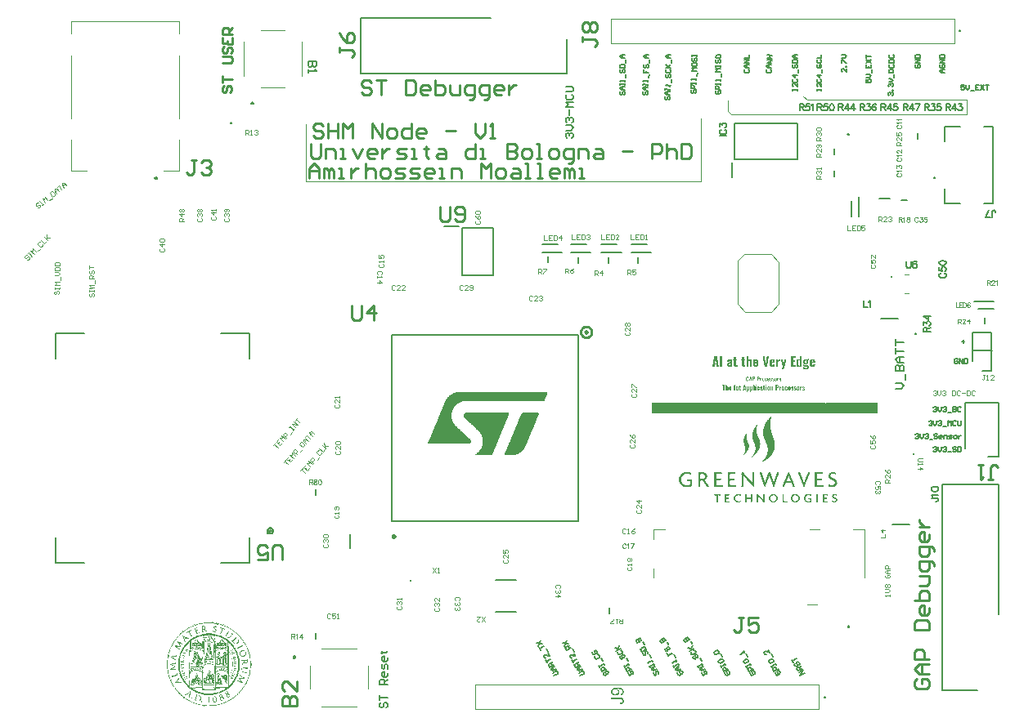
<source format=gto>
%FSTAX43Y43*%
%MOMM*%
%SFA1B1*%

%IPPOS*%
%ADD10C,0.200000*%
%ADD11C,0.253999*%
%ADD12C,0.150000*%
%ADD13C,0.250000*%
%ADD14C,0.100000*%
%ADD15C,0.127000*%
%ADD16C,0.203000*%
%ADD17C,0.180000*%
%LNshm_pcb-1*%
%LPD*%
G36*
X0075937Y0038322D02*
X0075944D01*
Y0038315*
X007595*
Y0038088*
X0075957*
Y0038081*
X0076061*
Y0037945*
X0076054*
Y0037938*
X0075957*
Y0037932*
X007595*
Y0037672*
Y0037665*
Y0037496*
X0075957*
Y0037483*
X0075963*
Y0037477*
X007597*
Y003747*
X0075976*
Y0037465*
X0075989*
Y0037457*
X0076002*
Y0037451*
X0076048*
Y0037457*
X0076074*
Y0037451*
X007608*
Y0037289*
X0076074*
Y0037282*
X0076028*
Y0037276*
X0075879*
Y0037282*
X007584*
Y0037289*
X0075827*
Y0037295*
X0075814*
Y0037302*
X0075801*
Y0037308*
X0075794*
Y0037315*
X0075788*
Y0037321*
X0075775*
Y0037328*
X0075768*
Y0037341*
X0075762*
Y0037347*
X0075755*
Y0037354*
X0075749*
Y0037373*
X0075742*
Y0037386*
X0075736*
Y0037412*
X0075729*
Y0037477*
X0075723*
Y0037873*
X0075729*
Y0037886*
X0075723*
Y0037899*
X0075729*
Y0037925*
X0075723*
Y0037932*
X0075716*
Y0037938*
X0075651*
Y0037951*
X0075645*
Y0037964*
X0075651*
Y0038049*
X0075645*
Y0038068*
X0075651*
Y0038081*
X0075716*
Y0038088*
X0075723*
Y0038101*
X0075729*
Y0038127*
X0075723*
Y0038257*
X0075729*
Y0038283*
X0075723*
Y0038309*
X0075729*
Y0038322*
X0075736*
Y0038328*
X0075755*
Y0038322*
X0075872*
Y0038328*
X0075892*
Y0038322*
X0075911*
Y0038328*
X0075937*
Y0038322*
G37*
G36*
X0075105D02*
X0075112D01*
Y0038315*
X0075118*
Y0038289*
X0075112*
Y0038283*
X0075118*
Y0038127*
X0075112*
Y0038101*
X0075118*
Y0038088*
X0075125*
Y0038081*
X0075222*
Y0038075*
X0075229*
Y0037945*
X0075222*
Y0037938*
X0075125*
Y0037932*
X0075118*
Y0037919*
X0075112*
Y0037899*
X0075118*
Y0037496*
X0075125*
Y0037483*
X0075131*
Y003747*
X0075144*
Y0037465*
X0075151*
Y0037457*
X007517*
Y0037451*
X0075216*
Y0037457*
X0075242*
Y0037444*
X0075248*
Y0037386*
Y003738*
Y0037289*
X0075242*
Y0037282*
X0075203*
Y0037276*
X0075047*
Y0037282*
X0075008*
Y0037289*
X0074995*
Y0037295*
X0074982*
Y0037302*
X0074969*
Y0037308*
X0074962*
Y0037315*
X0074949*
Y0037321*
X0074943*
Y0037328*
X0074936*
Y0037334*
X007493*
Y0037347*
X0074923*
Y0037354*
X0074917*
Y003736*
X007491*
Y003738*
X0074904*
Y0037399*
X0074897*
Y0037431*
X0074891*
Y0037932*
X0074884*
Y0037938*
X007482*
Y0037945*
X0074813*
Y0038075*
X007482*
Y0038081*
X0074884*
Y0038088*
X0074891*
Y0038315*
X0074897*
Y0038322*
X0074904*
Y0038328*
X0074917*
Y0038322*
X007504*
Y0038328*
X0075053*
Y0038322*
X0075086*
Y0038328*
X0075105*
Y0038322*
G37*
G36*
X008265Y0038114D02*
X0082656D01*
Y0038101*
X0082663*
Y0038088*
X0082669*
Y0038075*
X0082677*
Y0038062*
X0082682*
Y0038049*
X0082689*
Y0038023*
X0082677*
Y0038016*
X0082663*
Y003801*
X0082656*
Y0038003*
X008263*
Y0037997*
X0082624*
Y003799*
X0082604*
Y0037984*
X0082591*
Y0037977*
X0082578*
Y0037938*
X0082585*
Y0037932*
X0082591*
Y0037906*
X0082598*
Y003786*
X0082604*
Y0037763*
X0082598*
Y0037724*
X0082591*
Y0037698*
X0082585*
Y0037685*
X0082578*
Y0037665*
X0082572*
Y0037652*
X0082559*
Y0037639*
X0082552*
Y0037626*
X0082546*
Y003762*
X0082539*
Y0037613*
X0082533*
Y0037607*
X0082526*
Y00376*
X008252*
Y0037594*
X0082507*
Y0037587*
X00825*
Y0037581*
X0082487*
Y0037574*
X0082474*
Y0037568*
X0082455*
Y0037561*
X0082435*
Y0037555*
X0082416*
Y0037548*
X0082344*
Y0037542*
X0082318*
Y0037548*
X0082247*
Y0037555*
X0082234*
Y0037561*
X0082188*
Y0037548*
X0082182*
Y0037542*
X0082175*
Y0037529*
X0082169*
Y0037503*
X0082175*
Y003749*
X0082188*
Y0037483*
X0082195*
Y0037477*
X0082208*
Y003747*
X0082234*
Y0037465*
X0082312*
Y0037457*
X0082338*
Y0037451*
X0082396*
Y0037444*
X0082468*
Y0037438*
X0082507*
Y0037431*
X0082526*
Y0037425*
X0082552*
Y0037418*
X0082559*
Y0037412*
X0082572*
Y0037406*
X0082585*
Y0037399*
X0082591*
Y0037393*
X0082604*
Y0037386*
X0082611*
Y0037373*
X0082617*
Y0037367*
X0082624*
Y0037354*
X008263*
Y0037341*
X0082637*
Y0037328*
X0082643*
Y0037315*
X008265*
Y0037282*
X0082656*
Y0037217*
X008265*
Y0037165*
X0082643*
Y0037152*
X0082637*
Y0037139*
X008263*
Y0037126*
X0082624*
Y0037113*
X0082617*
Y0037107*
X0082611*
Y0037094*
X0082604*
Y0037087*
X0082591*
Y0037081*
X0082585*
Y0037074*
X0082578*
Y0037068*
X0082565*
Y0037061*
X0082552*
Y0037055*
X0082539*
Y0037048*
X008252*
Y0037042*
X00825*
Y0037035*
X0082487*
Y0037029*
X0082455*
Y0037022*
X0082409*
Y0037016*
X008224*
Y0037022*
X0082201*
Y0037029*
X0082175*
Y0037035*
X0082156*
Y0037042*
X0082136*
Y0037048*
X0082117*
Y0037055*
X008211*
Y0037061*
X0082097*
Y0037068*
X0082084*
Y0037074*
X0082078*
Y0037081*
X0082071*
Y0037087*
X0082065*
Y0037094*
X0082058*
Y0037107*
X0082052*
Y003712*
X0082045*
Y0037133*
X0082039*
Y0037165*
X0082032*
Y0037191*
X0082039*
Y0037217*
X0082045*
Y003723*
X0082052*
Y003725*
X0082065*
Y0037263*
X0082071*
Y0037269*
X0082078*
Y0037276*
X0082084*
Y0037282*
X0082091*
Y0037289*
X0082097*
Y0037295*
X008211*
Y0037302*
X0082123*
Y0037308*
X0082136*
Y0037315*
X0082143*
Y0037334*
X0082136*
Y0037341*
X008213*
Y0037347*
X008211*
Y0037354*
X0082104*
Y003736*
X0082084*
Y0037367*
X0082078*
Y0037373*
X0082071*
Y003738*
X0082065*
Y0037399*
X0082058*
Y0037412*
X0082052*
Y0037425*
X0082045*
Y0037477*
X0082052*
Y0037503*
X0082058*
Y0037516*
X0082065*
Y0037535*
X0082071*
Y0037542*
X0082078*
Y0037548*
X0082084*
Y0037555*
X0082091*
Y0037568*
X0082097*
Y0037574*
X008211*
Y0037587*
X0082117*
Y0037594*
X008213*
Y003762*
X0082123*
Y0037626*
X0082117*
Y0037633*
X008211*
Y0037639*
X0082104*
Y0037652*
X0082097*
Y0037659*
X0082091*
Y0037672*
X0082084*
Y0037691*
X0082078*
Y0037704*
X0082071*
Y0037717*
X0082065*
Y0037776*
X0082058*
Y0037867*
X0082065*
Y0037912*
X0082071*
Y0037925*
X0082078*
Y0037945*
X0082084*
Y0037964*
X0082091*
Y0037971*
X0082097*
Y0037984*
X0082104*
Y0037997*
X008211*
Y0038003*
X0082117*
Y003801*
X0082123*
Y0038016*
X008213*
Y0038023*
X0082136*
Y0038029*
X0082143*
Y0038036*
X0082156*
Y0038042*
X0082162*
Y0038049*
X0082169*
Y0038055*
X0082182*
Y0038062*
X0082201*
Y0038068*
X0082214*
Y0038075*
X008224*
Y0038081*
X0082279*
Y0038088*
X0082403*
Y0038081*
X0082423*
Y0038075*
X0082455*
Y0038068*
X0082468*
Y0038062*
X0082481*
Y0038055*
X0082494*
Y0038049*
X00825*
Y0038042*
X0082507*
Y0038036*
X0082539*
Y0038042*
X0082546*
Y0038049*
X0082552*
Y0038062*
X0082559*
Y0038068*
X0082565*
Y0038075*
X0082572*
Y0038081*
X0082585*
Y0038088*
X0082591*
Y0038094*
X0082598*
Y0038101*
X0082611*
Y0038107*
X0082624*
Y0038114*
X0082643*
Y003812*
X008265*
Y0038114*
G37*
G36*
X0081929Y003738D02*
Y0037373D01*
Y0037295*
X0081922*
Y0037289*
X0081721*
Y0037295*
X0081714*
Y0037341*
X0081708*
Y0037347*
X0081695*
Y0037341*
X0081688*
Y0037334*
X0081682*
Y0037328*
X0081669*
Y0037321*
X0081662*
Y0037315*
X0081656*
Y0037308*
X0081643*
Y0037302*
X008163*
Y0037295*
X0081617*
Y0037289*
X0081597*
Y0037282*
X00815*
Y0037289*
X008148*
Y0037295*
X0081467*
Y0037302*
X0081454*
Y0037308*
X0081448*
Y0037315*
X0081441*
Y0037321*
X0081435*
Y0037328*
X0081422*
Y0037334*
X0081415*
Y0037347*
X0081409*
Y0037354*
X0081402*
Y0037367*
X0081396*
Y0037393*
X0081389*
Y0037406*
X0081383*
Y0037431*
X0081376*
Y0037925*
X0081383*
Y0037951*
X0081389*
Y0037964*
X0081396*
Y0037997*
X0081402*
Y0038003*
X0081409*
Y0038016*
X0081415*
Y0038023*
X0081422*
Y0038029*
X0081428*
Y0038036*
X0081435*
Y0038049*
X0081441*
Y0038055*
X0081454*
Y0038062*
X0081461*
Y0038068*
X0081474*
Y0038075*
X0081493*
Y0038081*
X0081513*
Y0038088*
X0081591*
Y0038081*
X008161*
Y0038075*
X0081636*
Y0038068*
X0081649*
Y0038062*
X0081662*
Y0038055*
X0081675*
Y0038049*
X0081682*
Y0038042*
X0081688*
Y0038036*
X0081708*
Y0038042*
X0081714*
Y00384*
X0081929*
Y003738*
G37*
G36*
X0079674Y0038081D02*
X007968D01*
Y0037893*
X0079687*
Y0037886*
X007968*
Y003788*
X0079654*
Y0037886*
X0079635*
Y0037893*
X0079596*
Y0037886*
X0079576*
Y003788*
X0079557*
Y0037873*
X0079544*
Y0037867*
X0079537*
Y003786*
X0079524*
Y0037854*
X0079511*
Y0037841*
X0079505*
Y0037834*
X0079492*
Y0037828*
X0079485*
Y0037815*
X0079479*
Y0037808*
Y0037802*
X0079472*
Y0037334*
X0079479*
Y0037315*
X0079472*
Y0037289*
X0079271*
Y0037295*
X0079264*
Y0038075*
X0079472*
Y0038068*
X0079479*
Y0038055*
X0079472*
Y0037971*
X0079479*
Y0037964*
X0079498*
Y0037971*
X0079505*
Y0037977*
X0079511*
Y0037997*
X0079518*
Y0038003*
X0079524*
Y0038016*
X0079531*
Y0038023*
X0079537*
Y0038029*
X0079544*
Y0038036*
X007955*
Y0038042*
X0079557*
Y0038049*
X0079563*
Y0038055*
X007957*
Y0038062*
X0079576*
Y0038068*
X0079583*
Y0038075*
X0079596*
Y0038081*
X0079615*
Y0038088*
X0079674*
Y0038081*
G37*
G36*
X0081272Y003825D02*
X0081266D01*
Y0038244*
X0081026*
Y0038237*
X0081019*
Y0037958*
X0081026*
Y0037951*
X0081201*
Y0037945*
X0081207*
Y0037925*
X0081214*
Y0037912*
X0081207*
Y0037854*
X0081214*
Y0037847*
X0081207*
Y0037828*
X0081214*
Y0037808*
X0081207*
Y0037795*
X0081077*
Y0037789*
X0081058*
Y0037795*
X0081032*
Y0037789*
X0081026*
Y0037782*
X0081019*
Y0037451*
X0081026*
Y0037444*
X0081266*
Y0037438*
X0081272*
Y0037431*
X008128*
Y0037386*
X0081272*
Y0037373*
X008128*
Y0037302*
X0081272*
Y0037295*
X0081266*
Y0037289*
X0080791*
Y0037295*
X0080785*
Y00384*
X0081272*
Y003825*
G37*
G36*
X0083079Y0038081D02*
X0083111D01*
Y0038075*
X0083144*
Y0038068*
X0083157*
Y0038062*
X0083163*
Y0038055*
X0083176*
Y0038049*
X0083183*
Y0038042*
X0083196*
Y0038036*
X0083202*
Y0038029*
X0083215*
Y0038023*
X0083222*
Y0038016*
X0083228*
Y0038003*
X0083235*
Y0037997*
X0083241*
Y003799*
X0083248*
Y0037971*
X0083254*
Y0037964*
X0083261*
Y0037932*
X0083267*
Y0037912*
X0083274*
Y0037906*
X008328*
Y0037886*
X0083287*
Y0037873*
X0083293*
Y0037678*
X0083254*
Y0037672*
X0083228*
Y0037678*
X0083007*
Y0037672*
X0082994*
Y0037678*
X0082968*
Y0037665*
X0082962*
Y003747*
X0082968*
Y0037457*
X0082975*
Y0037451*
X0082981*
Y0037438*
X0082994*
Y0037431*
X0083007*
Y0037425*
X008304*
Y0037431*
X0083053*
Y0037438*
X0083059*
Y0037444*
X0083066*
Y0037451*
X0083072*
Y0037457*
X0083079*
Y003747*
X0083085*
Y0037587*
X0083293*
Y003747*
X0083287*
Y0037457*
X0083274*
Y0037444*
X0083267*
Y0037418*
X0083261*
Y0037399*
X0083254*
Y0037393*
X0083248*
Y003738*
X0083241*
Y0037367*
X0083235*
Y003736*
X0083228*
Y0037354*
X0083222*
Y0037347*
X0083215*
Y0037341*
X0083209*
Y0037334*
X0083202*
Y0037328*
X0083196*
Y0037321*
X0083183*
Y0037315*
X008317*
Y0037308*
X0083163*
Y0037302*
X0083137*
Y0037295*
X0083124*
Y0037289*
X0083092*
Y0037282*
X0082942*
Y0037289*
X0082916*
Y0037295*
X0082903*
Y0037302*
X0082884*
Y0037308*
X0082864*
Y0037315*
X0082858*
Y0037321*
X0082851*
Y0037328*
X0082838*
Y0037334*
X0082832*
Y0037341*
X0082825*
Y0037347*
X0082819*
Y0037354*
X0082812*
Y003736*
X0082806*
Y0037367*
X0082799*
Y0037373*
X0082793*
Y003738*
X0082786*
Y0037399*
X008278*
Y0037406*
X0082773*
Y0037418*
X0082767*
Y0037444*
X008276*
Y0037465*
X0082754*
Y0037529*
X0082747*
Y003786*
X0082754*
Y0037906*
X008276*
Y0037925*
X0082767*
Y0037951*
X0082773*
Y0037964*
X008278*
Y0037971*
X0082786*
Y0037984*
X0082793*
Y0037997*
X0082799*
Y0038003*
X0082806*
Y003801*
X0082812*
Y0038016*
X0082819*
Y0038023*
X0082825*
Y0038029*
X0082838*
Y0038036*
X0082845*
Y0038042*
X0082851*
Y0038049*
X0082858*
Y0038055*
X0082871*
Y0038062*
X008289*
Y0038068*
X0082903*
Y0038075*
X0082942*
Y0038081*
X0082955*
Y0038088*
X0083079*
Y0038081*
G37*
G36*
X0078933D02*
X0078959D01*
Y0038075*
X0078998*
Y0038068*
X0079004*
Y0038062*
X0079024*
Y0038055*
X0079037*
Y0038049*
X0079043*
Y0038042*
X007905*
Y0038036*
X0079056*
Y0038029*
X0079063*
Y0038023*
X0079069*
Y0038016*
X0079076*
Y003801*
X0079082*
Y0038003*
X0079089*
Y0037997*
X0079095*
Y0037984*
X0079102*
Y0037971*
X0079108*
Y0037964*
X0079115*
Y0037932*
X0079121*
Y0037919*
X0079128*
Y0037873*
X0079134*
Y0037854*
Y0037847*
Y0037685*
X0079128*
Y0037678*
X0078855*
Y0037672*
X0078842*
Y0037678*
X0078829*
Y0037672*
X0078816*
Y003747*
X0078822*
Y0037457*
X0078829*
Y0037451*
X0078835*
Y0037438*
X0078842*
Y0037431*
X0078855*
Y0037425*
X0078894*
Y0037431*
X0078907*
Y0037438*
X0078913*
Y0037444*
X007892*
Y0037451*
X0078926*
Y0037457*
X0078933*
Y003749*
X0078939*
Y0037587*
X0079128*
Y0037581*
X0079134*
Y0037477*
X0079128*
Y0037438*
X0079121*
Y0037425*
X0079115*
Y0037406*
X0079108*
Y0037393*
X0079102*
Y0037386*
X0079095*
Y0037367*
X0079089*
Y003736*
X0079082*
Y0037354*
X0079076*
Y0037347*
X0079069*
Y0037341*
X0079063*
Y0037334*
X0079056*
Y0037328*
X0079043*
Y0037321*
X0079037*
Y0037315*
X0079024*
Y0037308*
X0079017*
Y0037302*
X0078991*
Y0037295*
X0078985*
Y0037289*
X0078946*
Y0037282*
X0078796*
Y0037289*
X0078777*
Y0037295*
X0078757*
Y0037302*
X0078731*
Y0037308*
X0078725*
Y0037315*
X0078712*
Y0037321*
X0078705*
Y0037328*
X0078692*
Y0037334*
X0078686*
Y0037341*
X0078679*
Y0037347*
X0078673*
Y0037354*
X0078666*
Y003736*
X007866*
Y0037367*
X0078653*
Y0037373*
X0078647*
Y003738*
X007864*
Y0037399*
X0078634*
Y0037406*
X0078627*
Y0037418*
X0078621*
Y0037444*
X0078614*
Y0037465*
X0078608*
Y0037503*
X0078601*
Y0037873*
X0078608*
Y0037906*
X0078614*
Y0037925*
X0078621*
Y0037951*
X0078627*
Y0037964*
X0078634*
Y0037971*
X007864*
Y003799*
X0078647*
Y0037997*
X007866*
Y003801*
X0078666*
Y0038016*
X0078673*
Y0038023*
X0078679*
Y0038029*
X0078692*
Y0038036*
X0078699*
Y0038042*
X0078705*
Y0038049*
X0078718*
Y0038055*
X0078731*
Y0038062*
X0078738*
Y0038068*
X0078751*
Y0038075*
X0078783*
Y0038081*
X0078816*
Y0038088*
X0078933*
Y0038081*
G37*
G36*
X0078329Y00384D02*
X0078517D01*
Y0038374*
X007851*
Y0038367*
X0078504*
Y0038322*
X0078497*
Y0038283*
X0078491*
Y003825*
X0078484*
Y0038211*
X0078478*
Y0038185*
X0078471*
Y0038159*
X0078465*
Y0038107*
X0078459*
Y0038075*
X0078452*
Y0038042*
X0078446*
Y0037997*
X0078439*
Y0037964*
X0078433*
Y0037932*
X0078426*
Y003788*
X007842*
Y0037867*
X0078413*
Y0037821*
X0078407*
Y0037782*
X00784*
Y0037756*
X0078394*
Y0037717*
X0078387*
Y0037678*
X0078381*
Y0037659*
X0078374*
Y0037607*
X0078368*
Y0037568*
X0078361*
Y0037548*
X0078355*
Y0037496*
X0078348*
Y0037465*
X0078342*
Y0037431*
X0078335*
Y003738*
X0078329*
Y003736*
X0078322*
Y0037328*
X0078316*
Y0037295*
X0078309*
Y0037289*
X0078069*
Y0037295*
X0078062*
Y0037328*
X0078056*
Y0037347*
X0078049*
Y0037373*
X0078043*
Y0037431*
X0078036*
Y0037457*
X007803*
Y0037496*
X0078023*
Y0037535*
X0078017*
Y0037561*
X007801*
Y0037607*
X0078004*
Y0037652*
X0077997*
Y0037678*
X0077991*
Y0037724*
X0077984*
Y0037756*
X0077978*
Y0037782*
X0077971*
Y0037834*
X0077965*
Y0037854*
X0077958*
Y0037886*
X0077952*
Y0037938*
X0077945*
Y0037964*
X0077939*
Y0037997*
X0077932*
Y0038042*
X0077926*
Y0038062*
X0077919*
Y0038114*
X0077913*
Y0038159*
X0077906*
Y0038185*
X00779*
Y0038224*
X0077893*
Y0038257*
X0077887*
Y0038289*
X007788*
Y0038335*
X0077874*
Y0038367*
X0077867*
Y0038374*
X0077861*
Y0038393*
X0077867*
Y00384*
X0078056*
Y0038393*
X0078062*
Y0038374*
X0078069*
Y0038335*
X0078075*
Y0038283*
X0078082*
Y003825*
X0078088*
Y0038211*
X0078095*
Y0038159*
X0078101*
Y0038127*
X0078108*
Y0038094*
X0078114*
Y0038036*
X0078121*
Y003801*
X0078127*
Y0037971*
X0078134*
Y0037925*
X007814*
Y0037886*
X0078147*
Y0037834*
X0078153*
Y0037795*
X007816*
Y0037763*
X0078166*
Y0037685*
X0078173*
Y0037672*
X0078179*
Y0037665*
X0078192*
Y0037672*
X0078199*
Y0037678*
X0078205*
Y0037711*
X0078212*
Y0037795*
X0078218*
Y0037834*
X0078225*
Y0037867*
X0078232*
Y0037932*
X0078238*
Y0037958*
X0078244*
Y0038016*
X0078251*
Y0038062*
X0078257*
Y0038088*
X0078264*
Y0038133*
X007827*
Y0038192*
X0078277*
Y0038218*
X0078283*
Y0038276*
X007829*
Y0038322*
X0078296*
Y0038348*
X0078303*
Y0038393*
X0078309*
Y00384*
X0078322*
Y0038406*
X0078329*
Y00384*
G37*
G36*
X0080317Y0038049D02*
X008031D01*
Y0038023*
X0080304*
Y0038003*
X0080297*
Y0037958*
X0080291*
Y0037938*
X0080284*
Y0037912*
X0080278*
Y0037873*
X0080271*
Y003786*
X0080265*
Y0037828*
X0080258*
Y0037789*
X0080252*
Y0037769*
X0080245*
Y0037737*
X0080239*
Y0037704*
X0080232*
Y0037685*
X0080226*
Y0037639*
X0080219*
Y003762*
X0080213*
Y0037594*
X0080206*
Y0037555*
X00802*
Y0037529*
X0080194*
Y0037509*
X0080187*
Y003747*
X0080181*
Y0037451*
X0080174*
Y0037425*
X0080168*
Y0037393*
X0080161*
Y003736*
X0080155*
Y0037341*
X0080148*
Y0037302*
X0080142*
Y0037282*
X0080135*
Y003725*
X0080129*
Y0037224*
X0080122*
Y0037211*
X0080116*
Y0037191*
X0080109*
Y0037178*
X0080103*
Y0037172*
X0080096*
Y0037159*
X008009*
Y0037152*
X0080083*
Y0037146*
X0080077*
Y0037133*
X008007*
Y0037126*
X0080064*
Y003712*
X0080057*
Y0037113*
X0080044*
Y0037107*
X0080038*
Y00371*
X0080025*
Y0037094*
X0080018*
Y0037087*
X0079999*
Y0037081*
X0079986*
Y0037074*
X007996*
Y0037068*
X0079921*
Y0037061*
X007983*
Y0037068*
X0079823*
Y0037204*
X0079883*
Y0037211*
X0079895*
Y0037217*
X0079914*
Y0037224*
X0079927*
Y003723*
X0079934*
Y0037243*
X007994*
Y003725*
X0079947*
Y0037263*
X0079953*
Y0037302*
X0079947*
Y0037334*
X007994*
Y0037354*
X0079934*
Y0037386*
X0079927*
Y0037406*
X0079921*
Y0037425*
X0079914*
Y0037457*
X0079908*
Y003747*
X0079901*
Y0037496*
X0079895*
Y0037522*
X0079888*
Y0037542*
X0079883*
Y0037574*
X0079875*
Y0037594*
X0079869*
Y0037613*
X0079862*
Y0037639*
X0079856*
Y0037659*
X0079849*
Y0037678*
X0079843*
Y0037711*
X0079836*
Y003773*
X007983*
Y003775*
X0079823*
Y0037782*
X0079817*
Y0037795*
X007981*
Y0037821*
X0079804*
Y0037847*
X0079797*
Y0037867*
X0079791*
Y0037886*
Y0037893*
Y0037899*
X0079784*
Y0037919*
X0079778*
Y0037938*
X0079771*
Y0037964*
X0079765*
Y003799*
X0079758*
Y003801*
X0079752*
Y0038036*
X0079745*
Y0038055*
X0079739*
Y0038062*
X0079732*
Y0038075*
X0079934*
Y0038062*
X007994*
Y0038029*
X0079947*
Y0037997*
X0079953*
Y0037971*
X007996*
Y0037938*
X0079966*
Y0037906*
X0079973*
Y003788*
X0079979*
Y0037854*
X0079986*
Y0037821*
X0079992*
Y0037795*
X0079999*
Y0037769*
X0080005*
Y003773*
X0080012*
Y0037711*
X0080018*
Y0037659*
X0080025*
Y0037639*
X0080038*
Y0037646*
X0080044*
Y0037652*
X0080051*
Y0037659*
X0080057*
Y0037685*
X0080064*
Y003775*
X008007*
Y0037795*
X0080077*
Y0037828*
X0080083*
Y003788*
X008009*
Y0037912*
X0080096*
Y0037951*
X0080103*
Y0037997*
X0080109*
Y0038029*
X0080116*
Y0038068*
X0080122*
Y0038075*
X0080317*
Y0038049*
G37*
G36*
X00735Y00384D02*
X0073695D01*
Y0038393*
X0073702*
Y0038374*
X0073695*
Y0037295*
X0073689*
Y0037289*
X0073468*
Y0037315*
X0073461*
Y0037334*
X0073468*
Y003738*
X0073461*
Y0037386*
X0073468*
Y0037483*
X0073461*
Y0037496*
X0073468*
Y003827*
X0073461*
Y0038276*
X0073468*
Y0038283*
Y0038367*
X0073461*
Y0038393*
X0073468*
Y00384*
X0073487*
Y0038406*
X00735*
Y00384*
G37*
G36*
X007313Y0038393D02*
X0073136D01*
Y0038367*
X0073143*
Y0038335*
X0073149*
Y0038289*
X0073156*
Y0038263*
X0073162*
Y0038231*
X0073169*
Y0038185*
X0073175*
Y0038166*
X0073182*
Y0038133*
X0073188*
Y0038081*
X0073195*
Y0038062*
X0073201*
Y0038016*
X0073208*
Y0037977*
X0073214*
Y0037958*
X0073221*
Y0037906*
X0073227*
Y0037873*
X0073234*
Y0037841*
X007324*
Y0037802*
X0073247*
Y0037769*
X0073253*
Y0037743*
X007326*
Y0037698*
X0073266*
Y0037665*
X0073273*
Y0037646*
X0073279*
Y0037587*
X0073286*
Y0037568*
X0073292*
Y0037535*
X0073299*
Y003749*
X0073305*
Y0037465*
X0073312*
Y0037425*
X0073318*
Y0037386*
X0073325*
Y003736*
X0073331*
Y0037315*
X0073338*
Y0037295*
X0073331*
Y0037289*
X007313*
Y0037295*
X0073123*
Y0037308*
X0073117*
Y003738*
X0073111*
Y0037412*
X0073104*
Y0037444*
X0073098*
Y0037509*
X0073091*
Y0037522*
X0073078*
Y0037529*
X0072922*
Y0037522*
X0072916*
Y0037516*
X0072909*
Y003747*
X0072903*
Y0037438*
X0072896*
Y0037412*
X007289*
Y0037347*
X0072883*
Y0037315*
X0072877*
Y0037295*
X007287*
Y0037289*
X0072662*
Y0037295*
X0072656*
Y0037321*
X0072662*
Y0037334*
X0072669*
Y0037367*
X0072675*
Y0037412*
X0072682*
Y0037444*
X0072688*
Y003747*
X0072695*
Y0037522*
X0072701*
Y0037542*
X0072708*
Y0037587*
X0072714*
Y0037626*
X0072721*
Y0037639*
X0072727*
Y0037698*
X0072734*
Y0037724*
X007274*
Y003775*
X0072747*
Y0037789*
X0072753*
Y0037821*
X007276*
Y0037847*
X0072766*
Y0037899*
X0072773*
Y0037925*
X0072779*
Y0037951*
X0072786*
Y003801*
X0072792*
Y0038036*
X0072799*
Y0038068*
X0072805*
Y0038114*
X0072812*
Y0038127*
X0072818*
Y0038172*
X0072825*
Y0038211*
X0072831*
Y0038237*
X0072838*
Y0038276*
X0072844*
Y0038309*
X0072851*
Y0038335*
X0072857*
Y0038341*
Y0038348*
Y003838*
X0072864*
Y00384*
X007313*
Y0038393*
G37*
G36*
X0076412Y00384D02*
X0076418D01*
Y0038023*
X0076444*
Y0038029*
X0076451*
Y0038036*
X0076457*
Y0038042*
X0076464*
Y0038049*
X007647*
Y0038055*
X0076483*
Y0038062*
X0076496*
Y0038068*
X0076503*
Y0038075*
X0076522*
Y0038081*
X0076542*
Y0038088*
X0076568*
Y0038094*
X0076646*
Y0038088*
X0076659*
Y0038081*
X0076678*
Y0038075*
X0076691*
Y0038068*
X0076697*
Y0038062*
X0076704*
Y0038055*
X007671*
Y0038049*
X0076717*
Y0038042*
X0076723*
Y0038029*
X007673*
Y0038016*
X0076736*
Y003801*
X0076743*
Y0037984*
X0076749*
Y0037951*
X0076756*
Y0037295*
X0076749*
Y0037289*
X0076743*
Y0037282*
X0076548*
Y0037289*
X0076542*
Y0037295*
X0076535*
Y0037906*
X0076529*
Y0037919*
X0076522*
Y0037925*
X0076516*
Y0037932*
X0076503*
Y0037938*
X0076477*
Y0037932*
X0076457*
Y0037925*
X0076444*
Y0037919*
X0076431*
Y0037912*
X0076425*
Y0037906*
X0076418*
Y0037548*
Y0037542*
Y0037289*
X0076405*
Y0037282*
X007621*
Y0037289*
X0076204*
Y0037295*
X0076197*
Y0038393*
X0076204*
Y0038406*
X0076412*
Y00384*
G37*
G36*
X0074534Y0038088D02*
X007456D01*
Y0038081*
X0074586*
Y0038075*
X0074605*
Y0038068*
X0074618*
Y0038062*
X0074631*
Y0038055*
X0074638*
Y0038049*
X0074644*
Y0038042*
X0074651*
Y0038036*
X0074657*
Y0038029*
X0074664*
Y0038023*
X007467*
Y0038016*
X0074677*
Y003801*
X0074683*
Y0038003*
X007469*
Y003799*
X0074696*
Y0037977*
X0074703*
Y0037964*
X0074709*
Y0037945*
X0074716*
Y0037932*
X0074722*
Y003788*
X0074729*
Y0037496*
X0074722*
Y003749*
X0074729*
Y0037341*
X0074735*
Y0037302*
X0074742*
Y0037289*
X0074729*
Y0037282*
X0074553*
Y0037289*
X007454*
Y0037328*
X0074534*
Y0037367*
X0074527*
Y0037373*
X0074521*
Y003738*
X0074514*
Y0037373*
X0074508*
Y0037367*
X0074501*
Y0037347*
X0074495*
Y0037334*
X0074488*
Y0037328*
X0074482*
Y0037321*
X0074475*
Y0037315*
X0074469*
Y0037308*
X0074462*
Y0037302*
X0074449*
Y0037295*
X0074443*
Y0037289*
X007443*
Y0037282*
X007441*
Y0037276*
X0074326*
Y0037282*
X0074306*
Y0037289*
X0074287*
Y0037295*
X0074274*
Y0037302*
X0074261*
Y0037308*
X0074254*
Y0037315*
X0074248*
Y0037321*
X0074241*
Y0037328*
X0074235*
Y0037341*
X0074228*
Y0037347*
X0074222*
Y0037354*
X0074215*
Y003736*
X0074209*
Y003738*
X0074202*
Y0037393*
X0074196*
Y0037412*
X0074189*
Y0037535*
X0074196*
Y0037555*
X0074202*
Y0037568*
X0074209*
Y0037587*
X0074215*
Y0037594*
X0074222*
Y0037607*
X0074228*
Y003762*
X0074235*
Y0037626*
X0074241*
Y0037633*
X0074248*
Y0037639*
X0074254*
Y0037646*
X0074261*
Y0037652*
X0074267*
Y0037659*
X0074274*
Y0037665*
X007428*
Y0037672*
X0074293*
Y0037678*
X00743*
Y0037685*
X0074313*
Y0037691*
X0074319*
Y0037698*
X0074332*
Y0037704*
X0074345*
Y0037711*
X0074352*
Y0037717*
X0074365*
Y0037724*
X0074384*
Y003773*
X0074397*
Y0037737*
X007441*
Y0037743*
X007443*
Y003775*
X0074449*
Y0037756*
X0074456*
Y0037763*
X0074482*
Y0037769*
X0074495*
Y0037776*
X0074508*
Y0037782*
X0074514*
Y0037886*
X0074508*
Y0037906*
X0074501*
Y0037912*
Y0037919*
X0074495*
Y0037925*
X0074482*
Y0037932*
X0074456*
Y0037925*
X0074443*
Y0037919*
X0074436*
Y0037912*
X007443*
Y0037906*
X0074423*
Y0037893*
X0074417*
Y0037828*
X007441*
Y0037815*
X0074404*
Y0037808*
X0074345*
Y0037815*
X0074215*
Y0037821*
X0074209*
Y0037886*
X0074215*
Y0037912*
X0074222*
Y0037932*
X0074228*
Y0037951*
X0074235*
Y0037964*
X0074241*
Y0037971*
X0074248*
Y003799*
X0074254*
Y0037997*
X0074261*
Y0038003*
X0074267*
Y0038016*
X0074274*
Y0038023*
X007428*
Y0038029*
X0074287*
Y0038036*
X0074293*
Y0038042*
X0074306*
Y0038049*
X0074313*
Y0038055*
X0074326*
Y0038062*
X0074339*
Y0038068*
X0074352*
Y0038075*
X0074371*
Y0038081*
X0074404*
Y0038088*
X007443*
Y0038094*
X0074534*
Y0038088*
G37*
G36*
X0077204D02*
X0077237D01*
Y0038081*
X0077263*
Y0038075*
X0077282*
Y0038068*
X0077295*
Y0038062*
X0077308*
Y0038055*
X0077315*
Y0038049*
X0077321*
Y0038042*
X0077334*
Y0038036*
X0077341*
Y0038029*
X0077347*
Y0038023*
X0077354*
Y0038016*
X007736*
Y003801*
X0077367*
Y0037997*
X0077373*
Y0037984*
X007738*
Y0037977*
X0077386*
Y0037964*
X0077393*
Y0037945*
X0077399*
Y0037919*
X0077406*
Y0037893*
X0077412*
Y0037678*
X0077406*
Y0037672*
X00771*
Y0037665*
X0077094*
Y003747*
X00771*
Y0037457*
X0077107*
Y0037451*
X0077113*
Y0037444*
X007712*
Y0037438*
X0077126*
Y0037431*
X0077172*
Y0037438*
X0077185*
Y0037444*
X0077191*
Y0037451*
X0077198*
Y0037465*
X0077204*
Y0037477*
X0077211*
Y0037587*
X0077217*
Y0037594*
X0077406*
Y0037587*
X0077412*
Y0037457*
X0077406*
Y0037438*
X0077399*
Y0037418*
X0077393*
Y0037399*
X0077386*
Y0037386*
X007738*
Y003738*
X0077373*
Y003736*
X0077367*
Y0037354*
X007736*
Y0037347*
X0077354*
Y0037341*
X0077347*
Y0037334*
X0077341*
Y0037328*
X0077328*
Y0037321*
X0077321*
Y0037315*
X0077308*
Y0037308*
X0077302*
Y0037302*
X0077282*
Y0037295*
X0077269*
Y0037289*
X007725*
Y0037282*
X0077211*
Y0037276*
X0077087*
Y0037282*
X0077048*
Y0037289*
X0077035*
Y0037295*
X0077016*
Y0037302*
X0076996*
Y0037308*
X007699*
Y0037315*
X0076977*
Y0037321*
X007697*
Y0037328*
X0076957*
Y0037334*
X0076951*
Y0037341*
X0076944*
Y0037347*
X0076938*
Y0037354*
X0076931*
Y003736*
X0076925*
Y0037367*
X0076918*
Y003738*
X0076912*
Y0037393*
X0076905*
Y0037406*
X0076899*
Y0037412*
X0076892*
Y0037438*
X0076886*
Y0037451*
X0076879*
Y0037483*
X0076873*
Y0037886*
X0076879*
Y0037912*
X0076886*
Y0037932*
X0076892*
Y0037951*
X0076899*
Y0037964*
X0076905*
Y0037977*
X0076912*
Y003799*
X0076918*
Y0037997*
X0076925*
Y0038003*
X0076931*
Y0038016*
X0076938*
Y0038023*
X0076951*
Y0038029*
X0076957*
Y0038036*
X0076964*
Y0038042*
X007697*
Y0038049*
X0076983*
Y0038055*
X007699*
Y0038062*
X0077003*
Y0038068*
X0077016*
Y0038075*
X0077035*
Y0038081*
X0077068*
Y0038088*
X0077094*
Y0038094*
X0077204*
Y0038088*
G37*
G36*
X0077451Y0036268D02*
X0077484D01*
Y0036262*
X0077503*
Y0036255*
X0077516*
Y0036249*
X0077523*
Y0036242*
X0077529*
Y0036236*
X0077536*
Y0036223*
X0077542*
Y0036216*
X0077549*
Y0036203*
X0077555*
Y0036086*
X0077549*
Y003608*
X0077542*
Y0036068*
X0077536*
Y0036054*
X0077523*
Y0036047*
X0077516*
Y0036041*
X007751*
Y0036034*
X0077497*
Y0036028*
X0077484*
Y0036021*
X0077393*
Y0036015*
X0077386*
Y0035995*
X007738*
Y0035982*
X0077386*
Y0035878*
X007738*
Y0035852*
X0077386*
Y0035826*
X007738*
Y003582*
X0077373*
Y0035814*
X0077367*
Y003582*
X0077334*
Y0035814*
X0077308*
Y003582*
X0077295*
Y0035911*
Y0035917*
Y0036268*
X0077308*
Y0036275*
X0077315*
Y0036268*
X0077334*
Y0036275*
X007736*
Y0036268*
X0077373*
Y0036275*
X0077412*
Y0036268*
X0077438*
Y0036275*
X0077451*
Y0036268*
G37*
G36*
X007699D02*
X0077016D01*
Y0036262*
X0077035*
Y0036255*
X0077042*
Y0036249*
X0077055*
Y0036242*
X0077061*
Y0036236*
X0077068*
Y0036223*
X0077074*
Y003621*
X0077081*
Y003619*
X0077087*
Y0036093*
X0077081*
Y003608*
X0077074*
Y0036068*
X0077068*
Y0036054*
X0077061*
Y0036047*
X0077048*
Y0036041*
X0077042*
Y0036034*
X0077029*
Y0036028*
X0076996*
Y0036021*
X0076925*
Y0036015*
X0076918*
Y0036008*
X0076912*
Y003582*
X0076853*
Y0035814*
X0076835*
Y003582*
X0076827*
Y0036268*
X0076835*
Y0036275*
X0076847*
Y0036268*
X0076879*
Y0036275*
X0076892*
Y0036268*
X0076944*
Y0036275*
X0076964*
Y0036268*
X0076977*
Y0036275*
X007699*
Y0036268*
G37*
G36*
X0076665D02*
X0076672D01*
Y0036262*
X0076678*
Y0036249*
X0076685*
Y0036203*
X0076691*
Y0036164*
X0076697*
Y0036132*
X0076704*
Y003608*
X007671*
Y003606*
X0076717*
Y0036034*
X0076723*
Y0035982*
X007673*
Y0035963*
X0076736*
Y0035937*
X0076743*
Y0035885*
X0076749*
Y0035852*
X0076756*
Y0035833*
X0076762*
Y003582*
X0076756*
Y0035814*
X0076743*
Y003582*
X0076678*
Y0035833*
X0076672*
Y0035885*
X0076665*
Y0035904*
X0076659*
Y0035911*
X0076587*
Y0035898*
X0076581*
Y0035872*
X0076574*
Y003582*
X0076561*
Y0035814*
X0076548*
Y003582*
X0076516*
Y0035814*
X0076496*
Y003582*
X007649*
Y0035859*
X0076496*
Y0035878*
X0076503*
Y0035904*
X0076509*
Y0035956*
X0076516*
Y0035989*
X0076522*
Y0036015*
X0076529*
Y0036068*
X0076535*
Y0036086*
X0076542*
Y0036125*
X0076548*
Y0036171*
X0076555*
Y003619*
X0076561*
Y0036249*
X0076568*
Y0036268*
X0076594*
Y0036275*
X0076607*
Y0036268*
X007662*
Y0036275*
X0076639*
Y0036268*
X0076646*
Y0036275*
X0076665*
Y0036268*
G37*
G36*
X007634Y0036275D02*
X0076347D01*
Y0036268*
X0076366*
Y0036262*
X0076386*
Y0036255*
X0076392*
Y0036249*
X0076399*
Y0036242*
X0076405*
Y0036229*
X0076412*
Y0036223*
X0076418*
Y003621*
X0076425*
Y0036184*
X0076431*
Y0036138*
X0076425*
Y0036125*
X0076412*
Y0036119*
X0076392*
Y0036125*
X0076379*
Y0036119*
X0076353*
Y0036125*
X0076347*
Y0036132*
X007634*
Y0036203*
X0076334*
Y003621*
X0076327*
Y0036216*
X0076314*
Y0036223*
X0076288*
Y0036216*
X0076282*
Y003621*
X0076275*
Y0036203*
X0076269*
Y0036197*
X0076262*
Y0035891*
X0076269*
Y0035885*
X0076275*
Y0035872*
X0076288*
Y0035865*
X0076321*
Y0035872*
X0076334*
Y0035878*
X007634*
Y0035885*
Y0035891*
X0076347*
Y0035911*
X0076353*
Y0035989*
X0076347*
Y0035995*
X0076334*
Y0036002*
X0076308*
Y0036041*
X0076314*
Y0036047*
X0076425*
Y0036041*
X0076431*
Y003582*
X0076412*
Y0035814*
X0076386*
Y003582*
X0076379*
Y0035826*
X0076373*
Y0035833*
X0076366*
Y0035839*
X0076347*
Y0035833*
X007634*
Y0035826*
X0076334*
Y003582*
X0076327*
Y0035814*
X0076308*
Y0035807*
X0076269*
Y0035814*
X0076243*
Y003582*
X007623*
Y0035826*
X0076217*
Y0035833*
X007621*
Y0035839*
X0076204*
Y0035846*
X0076197*
Y0035852*
X0076191*
Y0035872*
X0076184*
Y0035878*
X0076178*
Y0035904*
X0076171*
Y0036184*
X0076178*
Y0036203*
X0076184*
Y0036216*
X0076191*
Y0036229*
X0076197*
Y0036242*
X0076204*
Y0036249*
X0076217*
Y0036255*
X007623*
Y0036262*
X0076236*
Y0036268*
X0076256*
Y0036275*
X0076269*
Y0036281*
X007634*
Y0036275*
G37*
G36*
X007955Y0036132D02*
X0079557D01*
Y0036125*
X007955*
Y0036099*
X0079557*
Y0036086*
X007955*
Y003608*
X0079524*
Y0036073*
X0079511*
Y0036068*
X0079505*
Y003606*
X0079492*
Y0036054*
X0079485*
Y0036047*
X0079479*
Y0036034*
X0079472*
Y0035826*
X0079466*
Y003582*
X0079459*
Y0035814*
X0079446*
Y003582*
X007942*
Y0035814*
X0079407*
Y003582*
X0079394*
Y0035891*
Y0035898*
Y0036145*
X0079466*
Y0036138*
X0079472*
Y0036125*
X0079466*
Y0036112*
X0079472*
Y0036106*
X0079498*
Y0036112*
X0079505*
Y0036125*
X0079518*
Y0036138*
X0079524*
Y0036145*
X007955*
Y0036132*
G37*
G36*
X007777Y003608D02*
X0077744D01*
Y0036073*
X0077731*
Y0036068*
X0077718*
Y003606*
X0077711*
Y0036054*
X0077705*
Y0036047*
X0077698*
Y0036041*
X0077692*
Y0036015*
X0077685*
Y0035865*
X0077692*
Y0035826*
X0077685*
Y003582*
X0077679*
Y0035814*
X0077659*
Y003582*
X0077614*
Y0035826*
X0077607*
Y0035846*
X0077614*
Y0036125*
X0077607*
Y0036138*
X0077614*
Y0036145*
X0077685*
Y0036138*
X0077692*
Y0036125*
X0077685*
Y0036112*
X0077692*
Y0036106*
X0077711*
Y0036112*
X0077724*
Y0036125*
X0077731*
Y0036132*
X0077737*
Y0036138*
X0077744*
Y0036145*
X007777*
Y003608*
G37*
G36*
X0079719Y0036138D02*
X0079739D01*
Y0036132*
X0079752*
Y0036125*
X0079765*
Y0036112*
X0079771*
Y0036106*
X0079778*
Y0036093*
X0079784*
Y0036086*
X0079791*
Y0036073*
X0079784*
Y0036068*
X0079771*
Y003606*
X0079765*
Y0036054*
X0079739*
Y003606*
X0079732*
Y0036073*
X0079726*
Y003608*
X0079719*
Y0036086*
X0079713*
Y0036093*
X007968*
Y0036086*
X0079674*
Y003608*
X0079667*
Y0036054*
X0079674*
Y0036047*
X007968*
Y0036041*
X0079687*
Y0036034*
X0079693*
Y0036028*
X00797*
Y0036021*
X0079706*
Y0036015*
X0079713*
Y0036008*
X0079719*
Y0036002*
X0079732*
Y0035995*
X0079739*
Y0035982*
X0079745*
Y0035976*
X0079758*
Y0035969*
X0079765*
Y0035963*
X0079771*
Y003595*
X0079778*
Y0035943*
X0079784*
Y0035937*
X0079791*
Y0035924*
X0079797*
Y0035865*
X0079791*
Y0035852*
X0079784*
Y0035846*
X0079778*
Y0035839*
X0079771*
Y0035833*
X0079765*
Y0035826*
X0079758*
Y003582*
X0079739*
Y0035814*
X0079719*
Y0035807*
X007968*
Y0035814*
X0079661*
Y003582*
X0079641*
Y0035826*
X0079629*
Y0035833*
X0079622*
Y0035846*
X0079615*
Y0035852*
X0079609*
Y0035859*
X0079602*
Y0035865*
X0079596*
Y0035885*
X0079602*
Y0035891*
X0079622*
Y0035898*
X0079629*
Y0035904*
X0079648*
Y0035898*
X0079654*
Y0035885*
X0079661*
Y0035878*
X0079667*
Y0035872*
X0079674*
Y0035865*
X007968*
Y0035859*
X0079706*
Y0035865*
X0079713*
Y0035872*
X0079719*
Y0035878*
X0079726*
Y0035898*
X0079719*
Y0035911*
X0079706*
Y0035917*
X00797*
Y0035924*
X0079693*
Y003593*
X0079687*
Y0035937*
X007968*
Y0035943*
X0079674*
Y003595*
X0079667*
Y0035956*
X0079661*
Y0035963*
X0079654*
Y0035969*
X0079648*
Y0035976*
X0079635*
Y0035982*
X0079629*
Y0035989*
X0079622*
Y0036002*
X0079615*
Y0036015*
X0079609*
Y0036021*
X0079602*
Y0036099*
X0079609*
Y0036106*
X0079615*
Y0036112*
X0079622*
Y0036119*
X0079629*
Y0036125*
X0079641*
Y0036132*
X0079654*
Y0036138*
X0079667*
Y0036145*
X0079719*
Y0036138*
G37*
G36*
X0078991D02*
X0079004D01*
Y0036132*
X0079017*
Y0036125*
X007903*
Y0036119*
X0079037*
Y0036106*
X0079043*
Y0036099*
X007905*
Y0036093*
X0079056*
Y0036068*
X007905*
Y003606*
X007903*
Y0036054*
X0079024*
Y0036047*
X0079011*
Y003606*
X0079004*
Y0036068*
X0078998*
Y003608*
X0078991*
Y0036086*
X0078985*
Y0036093*
X0078972*
Y0036099*
X0078965*
Y0036093*
X0078946*
Y003608*
X0078939*
Y0036054*
X0078946*
Y0036047*
X0078952*
Y0036041*
X0078959*
Y0036034*
X0078965*
Y0036028*
X0078972*
Y0036021*
X0078978*
Y0036015*
X0078985*
Y0036008*
X0078991*
Y0036002*
X0078998*
Y0035995*
X0079004*
Y0035989*
X0079011*
Y0035982*
X0079017*
Y0035976*
X0079024*
Y0035969*
X007903*
Y0035963*
X0079037*
Y0035956*
X0079043*
Y003595*
X007905*
Y0035943*
X0079056*
Y003593*
X0079063*
Y0035911*
X0079069*
Y0035891*
X0079063*
Y0035865*
X0079056*
Y0035846*
X0079043*
Y0035839*
X0079037*
Y0035833*
X007903*
Y0035826*
X0079024*
Y003582*
X0079004*
Y0035814*
X0078985*
Y0035807*
X0078952*
Y0035814*
X0078926*
Y003582*
X0078907*
Y0035826*
X00789*
Y0035833*
X0078894*
Y0035839*
X0078887*
Y0035846*
X0078881*
Y0035852*
X0078874*
Y0035859*
X0078868*
Y0035878*
X0078861*
Y0035885*
X0078868*
Y0035891*
X0078887*
Y0035898*
X0078894*
Y0035904*
X007892*
Y0035898*
X0078926*
Y0035885*
X0078933*
Y0035872*
X0078946*
Y0035865*
X0078952*
Y0035859*
X0078978*
Y0035865*
X0078985*
Y0035872*
X0078991*
Y0035904*
X0078985*
Y0035911*
X0078978*
Y0035917*
X0078972*
Y0035924*
X0078965*
Y003593*
X0078959*
Y0035937*
X0078952*
Y0035943*
X0078946*
Y003595*
X0078939*
Y0035956*
X0078926*
Y0035963*
X007892*
Y0035969*
X0078913*
Y0035976*
X0078907*
Y0035982*
X00789*
Y0035989*
X0078894*
Y0036002*
X0078887*
Y0036008*
X0078881*
Y0036021*
X0078874*
Y0036034*
X0078868*
Y003608*
X0078874*
Y0036099*
X0078881*
Y0036106*
X0078887*
Y0036119*
X0078894*
Y0036125*
X00789*
Y0036132*
X007892*
Y0036138*
X0078933*
Y0036145*
X0078991*
Y0036138*
G37*
G36*
X0078751D02*
X0078764D01*
Y0036132*
X0078777*
Y0036125*
X007879*
Y0036119*
X0078796*
Y0036106*
X0078803*
Y0036099*
X0078809*
Y0036093*
X0078816*
Y003608*
X0078822*
Y0036073*
X0078816*
Y0036068*
X0078809*
Y003606*
X007879*
Y0036054*
X0078783*
Y0036047*
X0078777*
Y0036054*
X0078764*
Y0036073*
X0078757*
Y003608*
X0078751*
Y0036086*
X0078744*
Y0036093*
X0078738*
Y0036099*
X0078725*
Y0036093*
X0078712*
Y0036086*
X0078705*
Y003608*
X0078699*
Y0036054*
X0078705*
Y0036047*
X0078712*
Y0036041*
X0078718*
Y0036034*
X0078725*
Y0036028*
X0078731*
Y0036021*
X0078738*
Y0036015*
X0078744*
Y0036008*
X0078751*
Y0036002*
X0078757*
Y0035995*
X0078764*
Y0035989*
X007877*
Y0035982*
X0078777*
Y0035976*
X0078783*
Y0035969*
X007879*
Y0035963*
X0078796*
Y0035956*
X0078803*
Y003595*
X0078809*
Y0035943*
X0078816*
Y003593*
X0078822*
Y0035917*
X0078829*
Y0035878*
X0078822*
Y0035859*
X0078816*
Y0035846*
X0078809*
Y0035839*
X0078803*
Y0035833*
X007879*
Y0035826*
X0078783*
Y003582*
X007877*
Y0035814*
X0078751*
Y0035807*
X0078712*
Y0035814*
X0078686*
Y003582*
X0078666*
Y0035826*
X007866*
Y0035833*
X0078653*
Y0035839*
X0078647*
Y0035846*
X007864*
Y0035852*
X0078634*
Y0035865*
X0078627*
Y0035872*
X0078621*
Y0035885*
X0078627*
Y0035891*
X0078647*
Y0035898*
X0078653*
Y0035904*
X0078679*
Y0035891*
X0078686*
Y0035878*
X0078692*
Y0035872*
X0078699*
Y0035865*
X0078712*
Y0035859*
X0078738*
Y0035865*
X0078744*
Y0035872*
X0078751*
Y0035904*
X0078744*
Y0035911*
X0078738*
Y0035917*
X0078731*
Y0035924*
X0078725*
Y003593*
X0078718*
Y0035937*
X0078712*
Y0035943*
X0078705*
Y003595*
X0078699*
Y0035956*
X0078692*
Y0035963*
X0078686*
Y0035969*
X0078673*
Y0035976*
X0078666*
Y0035982*
X007866*
Y0035989*
X0078653*
Y0036002*
X007864*
Y0036021*
X0078634*
Y0036034*
X0078627*
Y003608*
X0078634*
Y0036099*
X007864*
Y0036112*
X0078647*
Y0036119*
X0078653*
Y0036125*
X0078666*
Y0036132*
X0078679*
Y0036138*
X0078692*
Y0036145*
X0078751*
Y0036138*
G37*
G36*
X0078238D02*
X0078251D01*
Y0036132*
X007827*
Y0036125*
X0078283*
Y0036119*
X007829*
Y0036106*
X0078296*
Y0036093*
X0078303*
Y0036054*
X0078309*
Y0036028*
X0078296*
Y0036021*
X0078238*
Y0036028*
X0078232*
Y0036073*
X0078225*
Y0036086*
X0078218*
Y0036093*
X0078186*
Y0036086*
X0078179*
Y0036073*
X0078173*
Y0035878*
X0078179*
Y0035872*
X0078186*
Y0035865*
X0078192*
Y0035859*
X0078212*
Y0035865*
X0078218*
Y0035872*
X0078225*
Y0035878*
X0078232*
Y0035937*
X0078238*
Y0035943*
X0078251*
Y0035937*
X0078303*
Y003593*
X0078309*
Y0035891*
X0078303*
Y0035885*
Y0035865*
X0078296*
Y0035852*
X007829*
Y0035846*
X0078283*
Y0035839*
X0078277*
Y0035833*
X007827*
Y0035826*
X0078264*
Y003582*
X0078244*
Y0035814*
X0078218*
Y0035807*
X0078179*
Y0035814*
X007816*
Y003582*
X007814*
Y0035826*
X0078134*
Y0035833*
X0078121*
Y0035846*
X0078114*
Y0035852*
X0078108*
Y0035865*
X0078101*
Y0035885*
X0078095*
Y003606*
X0078101*
Y0036093*
X0078108*
Y0036106*
X0078114*
Y0036112*
X0078121*
Y0036119*
X0078127*
Y0036125*
X007814*
Y0036132*
X0078153*
Y0036138*
X0078166*
Y0036145*
X0078238*
Y0036138*
G37*
G36*
X0079251D02*
X0079271D01*
Y0036132*
X0079284*
Y0036125*
X0079297*
Y0036119*
X0079303*
Y0036112*
X007931*
Y0036106*
X0079316*
Y0036086*
X0079323*
Y0036073*
X0079329*
Y0035878*
X0079323*
Y0035865*
X0079316*
Y0035852*
X007931*
Y0035846*
X0079303*
Y0035839*
X0079297*
Y0035833*
X007929*
Y0035826*
X0079284*
Y003582*
X0079264*
Y0035814*
X0079238*
Y0035807*
X0079199*
Y0035814*
X007918*
Y003582*
X007916*
Y0035826*
X0079147*
Y0035833*
X0079141*
Y0035839*
X0079134*
Y0035846*
X0079128*
Y0035852*
X0079121*
Y0035878*
X0079115*
Y0035904*
X0079108*
Y003593*
X0079115*
Y0035976*
Y0035982*
Y0035989*
X0079108*
Y0035995*
X0079115*
Y0036002*
X0079108*
Y0036015*
X0079115*
Y0036028*
X0079108*
Y0036054*
X0079115*
Y0036086*
X0079121*
Y0036099*
X0079128*
Y0036106*
X0079134*
Y0036119*
X0079141*
Y0036125*
X0079154*
Y0036132*
X0079173*
Y0036138*
X0079186*
Y0036145*
X0079251*
Y0036138*
G37*
G36*
X0078497D02*
X007851D01*
Y0036132*
X007853*
Y0036125*
X0078543*
Y0036119*
X0078549*
Y0036106*
X0078556*
Y0036093*
X0078562*
Y003606*
X0078569*
Y0035982*
X0078562*
Y0035976*
X0078452*
Y0035969*
X0078439*
Y0035878*
X0078446*
Y0035865*
X0078452*
Y0035859*
X0078478*
Y0035865*
X0078484*
Y0035872*
X0078491*
Y0035911*
X0078497*
Y0035917*
X0078562*
Y0035911*
X0078569*
Y0035878*
X0078562*
Y0035859*
X0078556*
Y0035846*
X0078549*
Y0035839*
X0078543*
Y0035833*
X0078536*
Y0035826*
X0078523*
Y003582*
X007851*
Y0035814*
X0078491*
Y0035807*
X0078452*
Y0035814*
X007842*
Y003582*
X0078407*
Y0035826*
X0078394*
Y0035839*
X0078387*
Y0035846*
X0078374*
Y0035859*
X0078368*
Y0035865*
X0078361*
Y0036086*
X0078368*
Y0036099*
X0078374*
Y0036106*
X0078381*
Y0036112*
X0078387*
Y0036119*
X0078394*
Y0036125*
X00784*
Y0036132*
X0078413*
Y0036138*
X0078433*
Y0036145*
X0078497*
Y0036138*
G37*
G36*
X0077965D02*
X0077978D01*
Y0036132*
X0077997*
Y0036125*
X0078004*
Y0036119*
X007801*
Y0036112*
X0078017*
Y0036106*
X0078023*
Y0036093*
X007803*
Y003608*
X0078036*
Y0036047*
X0078043*
Y0036028*
X0078036*
Y0035872*
X007803*
Y0035859*
X0078023*
Y0035852*
X0078017*
Y0035839*
X007801*
Y0035833*
X0077997*
Y0035826*
X0077991*
Y003582*
X0077971*
Y0035814*
X0077958*
Y0035807*
X0077906*
Y0035814*
X0077887*
Y003582*
X0077867*
Y0035826*
X0077854*
Y0035833*
X0077848*
Y0035846*
X0077841*
Y0035852*
X0077835*
Y0035859*
X0077828*
Y0035878*
X0077822*
Y003608*
X0077828*
Y0036099*
X0077835*
Y0036106*
X0077841*
Y0036112*
X0077848*
Y0036119*
X0077854*
Y0036125*
X0077861*
Y0036132*
X007788*
Y0036138*
X0077893*
Y0036145*
X0077965*
Y0036138*
G37*
G36*
X0076061Y0035391D02*
X0076074D01*
Y0035378*
X007608*
Y0035333*
X0076087*
Y0035307*
X0076093*
Y0035261*
X00761*
Y0035229*
X0076106*
Y0035203*
X0076113*
Y0035164*
X0076119*
Y0035125*
X0076126*
Y0035099*
X0076132*
Y0035066*
X0076139*
Y0035034*
X0076145*
Y0035001*
X0076152*
Y0034956*
X0076158*
Y0034923*
X0076165*
Y0034897*
X0076171*
Y0034852*
X0076067*
Y0034858*
X0076061*
Y0034904*
X0076054*
Y0034943*
X0076048*
Y0034956*
X0076041*
Y0034962*
X0076028*
Y0034969*
X0076015*
Y0034962*
X007597*
Y0034956*
X0075963*
Y0034943*
X0075957*
Y003491*
X007595*
Y0034865*
X0075944*
Y0034858*
Y0034852*
X007584*
Y0034858*
X0075833*
Y0034884*
X007584*
Y003491*
X0075846*
Y0034943*
X0075853*
Y0034975*
X0075859*
Y0035021*
X0075866*
Y0035047*
X0075872*
Y0035086*
X0075879*
Y0035118*
X0075885*
Y0035144*
X0075892*
Y003519*
X0075898*
Y0035216*
X0075905*
Y0035242*
X0075911*
Y0035287*
X0075918*
Y003532*
X0075924*
Y0035346*
X0075931*
Y0035385*
X0075937*
Y0035391*
X0075944*
Y0035398*
X007597*
Y0035391*
X0075983*
Y0035398*
X0076015*
Y0035391*
X0076028*
Y0035398*
X0076061*
Y0035391*
G37*
G36*
X0074144D02*
X007415D01*
Y0035385*
X0074157*
Y0035229*
X007415*
Y0035222*
X0074157*
Y0035216*
X0074163*
Y0035209*
X007417*
Y0035216*
X0074183*
Y0035222*
X0074189*
Y0035229*
X0074209*
Y0035235*
X0074222*
Y0035242*
X0074274*
Y0035235*
X0074293*
Y0035229*
X00743*
Y0035222*
X0074306*
Y0035216*
X0074313*
Y0035203*
X0074319*
Y0035177*
X0074326*
Y0034858*
X0074319*
Y0034852*
X0074222*
Y0034858*
X0074215*
Y0035001*
Y0035008*
Y0035157*
X0074209*
Y003517*
X0074176*
Y0035164*
X007417*
Y0035157*
X0074163*
Y0035151*
X0074157*
Y0034858*
X007415*
Y0034852*
X0074053*
Y0034858*
X0074046*
Y0035391*
X0074059*
Y0035398*
X0074085*
Y0035391*
X0074092*
Y0035398*
X0074144*
Y0035391*
G37*
G36*
X0073994D02*
X0074001D01*
Y0035313*
X0073994*
Y0035307*
X0073923*
Y00353*
X0073916*
Y0034858*
X007391*
Y0034852*
X0073799*
Y0034865*
X0073793*
Y0034891*
X0073799*
Y0034904*
X0073793*
Y0035131*
X0073799*
Y0035294*
X0073793*
Y00353*
X0073787*
Y0035307*
X0073708*
Y0035313*
X0073702*
Y0035391*
X0073715*
Y0035398*
X0073747*
Y0035391*
X0073754*
Y0035398*
X0073968*
Y0035391*
X0073981*
Y0035398*
X0073994*
Y0035391*
G37*
G36*
X0078036Y0035352D02*
X0078049D01*
Y0035346*
X0078056*
Y0035242*
X0078062*
Y0035235*
X0078101*
Y0035229*
X0078108*
Y003517*
X0078101*
Y0035164*
X0078062*
Y0035157*
X0078056*
Y0034982*
X0078049*
Y0034969*
X0078056*
Y0034949*
X0078062*
Y0034936*
X0078075*
Y003493*
X0078114*
Y0034923*
X0078121*
Y0034904*
X0078114*
Y0034897*
X0078121*
Y0034865*
X0078114*
Y0034852*
X0078101*
Y0034845*
X0078017*
Y0034852*
X0077997*
Y0034858*
X0077984*
Y0034865*
X0077978*
Y0034871*
X0077971*
Y0034878*
X0077965*
Y0034884*
X0077958*
Y0034891*
X0077952*
Y0034897*
Y0034917*
X0077945*
Y0034962*
X0077939*
Y0034975*
X0077945*
Y0035151*
X0077939*
Y0035157*
X0077932*
Y0035164*
X0077913*
Y003517*
X0077906*
Y0035235*
X0077926*
Y0035242*
X0077939*
Y0035248*
X0077945*
Y0035333*
X0077939*
Y0035346*
X0077945*
Y0035352*
X0077958*
Y0035359*
X0077971*
Y0035352*
X007801*
Y0035359*
X0078036*
Y0035352*
G37*
G36*
X0075534D02*
X0075547D01*
Y0035346*
X0075554*
Y0035281*
X0075547*
Y0035255*
X0075554*
Y0035242*
X007556*
Y0035235*
X0075599*
Y0035229*
X0075606*
Y003517*
X0075599*
Y0035164*
X007556*
Y0035157*
X0075554*
Y0034949*
X007556*
Y0034943*
X0075567*
Y0034936*
X0075573*
Y003493*
X0075612*
Y0034923*
X0075619*
Y0034904*
X0075612*
Y0034891*
X0075619*
Y0034871*
Y0034865*
X0075612*
Y0034852*
X0075606*
Y0034845*
X0075508*
Y0034852*
X0075495*
Y0034858*
X0075482*
Y0034865*
X0075476*
Y0034871*
X0075469*
Y0034878*
X0075463*
Y0034884*
X0075456*
Y0034897*
X007545*
Y0034917*
X0075443*
Y0035151*
X0075438*
Y0035157*
X007543*
Y0035164*
X0075417*
Y003517*
X0075404*
Y0035209*
X0075398*
Y0035216*
X0075404*
Y0035229*
X0075411*
Y0035235*
X007543*
Y0035242*
X0075438*
Y0035248*
X0075443*
Y0035333*
X0075438*
Y0035339*
X0075443*
Y0035352*
X0075456*
Y0035359*
X0075476*
Y0035352*
X0075508*
Y0035359*
X0075534*
Y0035352*
G37*
G36*
X007827Y0035391D02*
X0078277D01*
Y0035385*
X0078283*
Y0035372*
X0078277*
Y0035359*
X0078283*
Y0035352*
Y0035346*
X0078277*
Y0035326*
X0078173*
Y0035391*
X0078179*
Y0035398*
X007827*
Y0035391*
G37*
G36*
X0077204D02*
X0077217D01*
Y0035333*
X0077211*
Y0035326*
X0077113*
Y0035339*
X0077107*
Y0035385*
X0077113*
Y0035391*
X007712*
Y0035398*
X0077204*
Y0035391*
G37*
G36*
X0076788Y0035235D02*
X0076808D01*
Y0035229*
X0076814*
Y0035222*
X0076821*
Y0035216*
X0076827*
Y0035209*
X0076835*
Y0035196*
X007684*
Y0035177*
X0076847*
Y0035164*
X0076853*
Y0035138*
X0076847*
Y0035131*
X0076853*
Y0034936*
X0076847*
Y0034917*
X007684*
Y0034891*
X0076835*
Y0034878*
X0076827*
Y0034871*
X0076821*
Y0034865*
X0076814*
Y0034858*
X0076801*
Y0034852*
X0076788*
Y0034845*
X0076743*
Y0034852*
X0076723*
Y0034858*
X007671*
Y0034865*
X0076704*
Y0034871*
X0076685*
Y0034865*
X0076678*
Y0034832*
Y0034826*
Y0034761*
X0076685*
Y0034741*
X0076678*
Y0034715*
X0076665*
Y0034709*
X0076581*
Y0034715*
X0076574*
Y0034722*
X0076568*
Y0034884*
X0076574*
Y0034897*
X0076568*
Y0035131*
X0076574*
Y0035164*
X0076568*
Y0035229*
X0076574*
Y0035235*
X0076672*
Y0035229*
X0076678*
Y0035222*
X0076685*
Y0035216*
X0076704*
Y0035222*
X007671*
Y0035229*
X0076723*
Y0035235*
X0076736*
Y0035242*
X0076788*
Y0035235*
G37*
G36*
X0076451D02*
X0076464D01*
Y0035229*
X007647*
Y0035222*
X0076483*
Y0035209*
X007649*
Y0035203*
Y0035196*
X0076496*
Y003519*
X0076503*
Y0035157*
X0076509*
Y003493*
X0076503*
Y0034904*
X0076496*
Y0034891*
X007649*
Y0034878*
X0076483*
Y0034871*
X0076477*
Y0034865*
X007647*
Y0034858*
X0076464*
Y0034852*
X0076444*
Y0034845*
X0076399*
Y0034852*
X0076379*
Y0034858*
X0076366*
Y0034865*
X007636*
Y0034871*
X007634*
Y0034852*
X0076334*
Y0034839*
X007634*
Y0034722*
X0076334*
Y0034715*
X0076327*
Y0034709*
X0076236*
Y0034715*
X007623*
Y0035235*
X0076334*
Y0035222*
X007634*
Y0035216*
X007636*
Y0035222*
X0076366*
Y0035229*
X0076379*
Y0035235*
X0076399*
Y0035242*
X0076451*
Y0035235*
G37*
G36*
X0078913D02*
X0078926D01*
Y0035229*
X0078933*
Y0035222*
X0078939*
Y0035216*
X0078946*
Y0035203*
X0078952*
Y003519*
X0078959*
Y0034884*
X0078965*
Y0034865*
X0078959*
Y0034852*
X0078861*
Y0034858*
X0078855*
Y0034871*
X0078848*
Y0034878*
X0078855*
Y0035151*
X0078848*
Y0035157*
X0078842*
Y0035164*
X0078809*
Y0035157*
X0078803*
Y0035151*
X0078796*
Y0035138*
X007879*
Y0035131*
X0078796*
Y0034858*
X007879*
Y0034852*
X0078692*
Y0034858*
X0078686*
Y0034871*
X0078679*
Y0034878*
X0078686*
Y0035229*
X0078692*
Y0035235*
X0078783*
Y0035229*
X007879*
Y0035222*
X0078796*
Y0035209*
X0078816*
Y0035216*
X0078822*
Y0035222*
X0078835*
Y0035229*
X0078848*
Y0035235*
X0078861*
Y0035242*
X0078913*
Y0035235*
G37*
G36*
X0081929D02*
X0081935D01*
Y0035229*
X0081942*
Y0035216*
X0081935*
Y0035196*
X0081942*
Y0035157*
X0081935*
Y0035144*
X0081916*
Y0035138*
X0081896*
Y0035131*
X0081877*
Y0035125*
X008187*
Y0035118*
X0081864*
Y0035112*
X0081857*
Y0035105*
X0081851*
Y0035099*
X0081844*
Y0034858*
X0081838*
Y0034852*
X008174*
Y0034858*
X0081734*
Y0035229*
X008174*
Y0035235*
X0081838*
Y0035229*
Y0035222*
X0081844*
Y003519*
X0081864*
Y0035196*
X008187*
Y0035203*
X0081877*
Y0035216*
X0081883*
Y0035222*
X008189*
Y0035229*
X0081896*
Y0035235*
X0081903*
Y0035242*
X0081929*
Y0035235*
G37*
G36*
X0079797D02*
X0079804D01*
Y0035151*
X0079797*
Y0035144*
X0079771*
Y0035138*
X0079758*
Y0035131*
X0079739*
Y0035125*
X0079732*
Y0035118*
X0079726*
Y0035112*
X0079719*
Y0035105*
X0079713*
Y0035086*
X0079706*
Y003504*
X0079713*
Y0035027*
X0079706*
Y0034884*
X0079713*
Y0034865*
X0079706*
Y0034852*
X0079602*
Y0034865*
X0079596*
Y0034884*
X0079602*
Y0035008*
X0079596*
Y0035027*
X0079602*
Y003506*
X0079596*
Y0035066*
X0079602*
Y0035092*
X0079596*
Y0035131*
X0079602*
Y0035164*
X0079596*
Y003517*
X0079602*
Y0035196*
X0079596*
Y0035222*
X0079602*
Y0035229*
Y0035235*
X0079706*
Y003519*
X0079726*
Y0035196*
X0079732*
Y0035209*
X0079739*
Y0035216*
X0079745*
Y0035222*
X0079752*
Y0035229*
X0079758*
Y0035235*
X0079771*
Y0035242*
X0079797*
Y0035235*
G37*
G36*
X0082143D02*
X0082156D01*
Y0035229*
X0082169*
Y0035222*
X0082182*
Y0035216*
X0082188*
Y0035209*
X0082195*
Y0035203*
X0082201*
Y0035196*
X0082208*
Y0035183*
X0082214*
Y0035177*
X0082221*
Y003517*
X0082227*
Y0035144*
X0082221*
Y0035138*
X0082214*
Y0035131*
X0082195*
Y0035125*
X0082182*
Y0035118*
X0082156*
Y0035131*
X0082149*
Y0035144*
X0082143*
Y0035151*
X0082136*
Y0035157*
X008213*
Y0035164*
X0082123*
Y003517*
X0082097*
Y0035164*
X0082091*
Y0035157*
X0082084*
Y0035151*
X0082078*
Y0035138*
X0082084*
Y0035125*
X0082097*
Y0035112*
X008211*
Y0035105*
X0082117*
Y0035099*
X0082123*
Y0035092*
X008213*
Y0035086*
X0082136*
Y0035079*
X0082143*
Y0035073*
X0082149*
Y0035066*
X0082156*
Y003506*
X0082169*
Y0035053*
X0082175*
Y0035047*
X0082182*
Y003504*
X0082188*
Y0035034*
X0082195*
Y0035027*
X0082201*
Y0035021*
X0082208*
Y0035014*
X0082214*
Y0035008*
X0082221*
Y0034995*
X0082227*
Y0034975*
X0082234*
Y0034917*
X0082227*
Y0034897*
X0082221*
Y0034891*
X0082214*
Y0034884*
X0082208*
Y0034878*
X0082201*
Y0034871*
X0082195*
Y0034865*
X0082182*
Y0034858*
X0082169*
Y0034852*
X0082143*
Y0034845*
X0082071*
Y0034852*
X0082052*
Y0034858*
X0082039*
Y0034865*
X0082032*
Y0034871*
X0082019*
Y0034878*
X0082013*
Y0034884*
X0082006*
Y0034891*
X0082*
Y0034897*
X0081993*
Y003491*
X0081987*
Y0034917*
X008198*
Y0034943*
X0081993*
Y0034949*
X0082006*
Y0034956*
X0082019*
Y0034962*
X0082032*
Y0034969*
X0082052*
Y0034962*
X0082058*
Y0034949*
X0082065*
Y0034943*
X0082071*
Y0034936*
X0082078*
Y003493*
X0082084*
Y0034923*
X0082091*
Y0034917*
X0082123*
Y0034923*
X008213*
Y003493*
X0082136*
Y0034949*
X008213*
Y0034962*
X0082123*
Y0034969*
X0082117*
Y0034975*
X008211*
Y0034982*
X0082104*
Y0034988*
X0082091*
Y0034995*
X0082084*
Y0035001*
X0082078*
Y0035008*
X0082071*
Y0035014*
X0082065*
Y0035021*
X0082052*
Y0035027*
X0082045*
Y0035034*
X0082039*
Y003504*
X0082032*
Y0035047*
X0082026*
Y0035053*
X0082019*
Y003506*
X0082013*
Y0035066*
X0082006*
Y0035079*
X0082*
Y0035086*
X0081993*
Y0035099*
X0081987*
Y003517*
X0081993*
Y0035183*
X0082*
Y003519*
X0082006*
Y0035203*
X0082013*
Y0035209*
X0082019*
Y0035216*
X0082032*
Y0035222*
X0082039*
Y0035229*
X0082058*
Y0035235*
X0082071*
Y0035242*
X0082143*
Y0035235*
G37*
G36*
X0081259D02*
X008128D01*
Y0035229*
X0081292*
Y0035222*
X0081298*
Y0035216*
X0081305*
Y0035209*
X0081318*
Y0035203*
X0081324*
Y003519*
X0081331*
Y0035183*
X0081337*
Y003517*
X0081344*
Y0035164*
Y0035138*
X0081331*
Y0035131*
X0081311*
Y0035125*
X0081305*
Y0035118*
X008128*
Y0035125*
X0081272*
Y0035144*
X0081266*
Y0035151*
X0081259*
Y0035157*
X0081253*
Y0035164*
X0081246*
Y003517*
X0081214*
Y0035164*
X0081207*
Y0035125*
X0081214*
Y0035118*
X008122*
Y0035112*
X0081233*
Y0035099*
X008124*
Y0035092*
X0081246*
Y0035086*
X0081253*
Y0035079*
X0081266*
Y0035073*
X0081272*
Y0035066*
X008128*
Y003506*
X0081285*
Y0035053*
X0081292*
Y0035047*
X0081298*
Y003504*
X0081311*
Y0035034*
X0081318*
Y0035027*
X0081324*
Y0035021*
X0081331*
Y0035014*
X0081337*
Y0035001*
X0081344*
Y0034988*
X008135*
Y0034975*
X0081357*
Y0034917*
X008135*
Y0034904*
X0081344*
Y0034897*
X0081337*
Y0034884*
X0081331*
Y0034878*
X0081324*
Y0034871*
X0081311*
Y0034865*
X0081305*
Y0034858*
X0081292*
Y0034852*
X0081266*
Y0034845*
X0081194*
Y0034852*
X0081175*
Y0034858*
X0081155*
Y0034865*
X0081149*
Y0034871*
X0081142*
Y0034878*
X0081129*
Y0034891*
X0081123*
Y0034897*
X0081116*
Y0034904*
X008111*
Y003491*
X0081103*
Y0034923*
X0081097*
Y0034936*
X0081103*
Y0034943*
X008111*
Y0034949*
X0081129*
Y0034956*
X0081136*
Y0034962*
X0081149*
Y0034969*
X0081168*
Y0034962*
X0081175*
Y0034956*
X0081181*
Y0034949*
X0081188*
Y0034936*
X0081194*
Y003493*
X0081201*
Y0034923*
X0081207*
Y0034917*
X008122*
Y003491*
X0081233*
Y0034917*
X0081246*
Y003493*
X0081253*
Y0034956*
X0081246*
Y0034962*
X008124*
Y0034969*
X0081233*
Y0034975*
X0081227*
Y0034982*
X008122*
Y0034988*
X0081214*
Y0034995*
X0081207*
Y0035001*
X0081201*
Y0035008*
X0081188*
Y0035014*
X0081181*
Y0035021*
X0081175*
Y0035027*
X0081168*
Y0035034*
X0081162*
Y003504*
X0081155*
Y0035047*
X0081149*
Y0035053*
X0081142*
Y003506*
X0081136*
Y0035066*
X0081129*
Y0035073*
X0081123*
Y0035086*
X0081116*
Y0035099*
X008111*
Y0035112*
X0081103*
Y0035157*
X008111*
Y0035177*
X0081116*
Y003519*
X0081123*
Y0035196*
X0081129*
Y0035203*
X0081136*
Y0035209*
X0081142*
Y0035216*
X0081149*
Y0035222*
X0081162*
Y0035229*
X0081175*
Y0035235*
X0081188*
Y0035242*
X0081259*
Y0035235*
G37*
G36*
X0080973D02*
X0080993D01*
Y0035229*
X0081006*
Y0035222*
X0081012*
Y0035216*
X0081026*
Y0035209*
X0081032*
Y0035203*
X0081038*
Y003519*
X0081045*
Y0035183*
X0081051*
Y0035177*
X0081058*
Y0035157*
X0081064*
Y0035144*
X0081058*
Y0035138*
X0081038*
Y0035131*
X0081032*
Y0035125*
X0081019*
Y0035118*
X0080993*
Y0035131*
X0080986*
Y0035144*
X008098*
Y0035151*
X0080973*
Y0035157*
X0080967*
Y0035164*
X008096*
Y003517*
X0080934*
Y0035164*
X0080921*
Y0035151*
X0080915*
Y0035138*
X0080921*
Y0035125*
X0080928*
Y0035118*
X0080934*
Y0035112*
X0080941*
Y0035105*
X0080947*
Y0035099*
X0080954*
Y0035092*
X0080967*
Y0035086*
X0080973*
Y0035079*
X008098*
Y0035073*
X0080986*
Y0035066*
X0080993*
Y003506*
X0080999*
Y0035053*
X0081012*
Y0035047*
X0081019*
Y003504*
X0081026*
Y0035034*
X0081032*
Y0035027*
X0081038*
Y0035021*
X0081045*
Y0035008*
X0081051*
Y0035001*
X0081058*
Y0034995*
X0081064*
Y0034975*
X0081071*
Y0034923*
X0081064*
Y0034904*
X0081058*
Y0034891*
X0081051*
Y0034884*
X0081045*
Y0034878*
X0081038*
Y0034871*
X0081026*
Y0034865*
X0081019*
Y0034858*
X0081006*
Y0034852*
X0080986*
Y0034845*
X0080908*
Y0034852*
X0080889*
Y0034858*
X0080869*
Y0034865*
X0080863*
Y0034871*
X0080856*
Y0034878*
X008085*
Y0034884*
X0080843*
Y0034891*
X0080837*
Y0034897*
X008083*
Y0034904*
X0080824*
Y003491*
X0080817*
Y0034943*
X0080824*
Y0034949*
X0080843*
Y0034956*
X0080856*
Y0034962*
X0080869*
Y0034969*
X0080889*
Y0034956*
X0080895*
Y0034943*
X0080902*
Y0034936*
X0080908*
Y003493*
X0080915*
Y0034923*
X0080921*
Y0034917*
X008096*
Y0034923*
X0080967*
Y0034956*
X008096*
Y0034962*
X0080954*
Y0034969*
X0080947*
Y0034982*
X0080941*
Y0034988*
X0080928*
Y0034995*
X0080921*
Y0035001*
X0080915*
Y0035008*
X0080902*
Y0035014*
X0080895*
Y0035021*
X0080889*
Y0035027*
X0080882*
Y0035034*
X0080876*
Y003504*
X0080869*
Y0035047*
X0080863*
Y0035053*
X0080856*
Y003506*
X008085*
Y0035066*
X0080843*
Y0035073*
X0080837*
Y0035086*
X008083*
Y0035099*
X0080824*
Y0035112*
X0080817*
Y0035157*
X0080824*
Y0035177*
X008083*
Y0035183*
X0080837*
Y0035196*
X0080843*
Y0035203*
X008085*
Y0035209*
X0080856*
Y0035216*
X0080863*
Y0035222*
X0080876*
Y0035229*
X0080889*
Y0035235*
X0080902*
Y0035242*
X0080973*
Y0035235*
G37*
G36*
X0080349D02*
X0080369D01*
Y0035229*
X0080388*
Y0035222*
X0080401*
Y0035216*
X0080408*
Y0035209*
X0080414*
Y0035196*
X0080421*
Y003519*
X0080427*
Y0035177*
X0080434*
Y0035151*
X008044*
Y0035099*
X0080434*
Y0035092*
X0080343*
Y0035099*
X0080336*
Y0035151*
X008033*
Y0035157*
X0080323*
Y0035164*
X0080317*
Y003517*
X0080297*
Y0035164*
X0080291*
Y0035157*
X0080284*
Y003493*
X0080291*
Y0034923*
X0080297*
Y0034917*
X0080323*
Y0034923*
X008033*
Y0034936*
X0080336*
Y0035001*
X0080349*
Y0035008*
X0080427*
Y0035001*
X008044*
Y003493*
X0080434*
Y003491*
X0080427*
Y0034897*
X0080421*
Y0034884*
X0080414*
Y0034878*
X0080408*
Y0034871*
X0080395*
Y0034865*
X0080388*
Y0034858*
X0080375*
Y0034852*
X0080349*
Y0034845*
X0080265*
Y0034852*
X0080245*
Y0034858*
X0080232*
Y0034865*
X0080219*
Y0034871*
X0080213*
Y0034878*
X0080206*
Y0034884*
X00802*
Y0034891*
X0080194*
Y0034904*
X0080187*
Y003491*
X0080181*
Y003493*
X0080174*
Y0035021*
Y0035027*
Y0035157*
X0080181*
Y003517*
X0080187*
Y0035183*
X0080194*
Y0035196*
X00802*
Y0035203*
X0080206*
Y0035209*
X0080213*
Y0035216*
X0080219*
Y0035222*
X0080232*
Y0035229*
X0080245*
Y0035235*
X0080271*
Y0035242*
X0080349*
Y0035235*
G37*
G36*
X0077458D02*
X0077484D01*
Y0035229*
X0077497*
Y0035222*
X007751*
Y0035216*
X0077516*
Y0035209*
X0077523*
Y0035203*
X0077529*
Y0035196*
X0077536*
Y0035183*
X0077542*
Y0035157*
X0077549*
Y0035099*
X0077542*
Y0035092*
X0077451*
Y0035099*
X0077445*
Y0035157*
X0077438*
Y0035164*
X0077432*
Y003517*
X0077406*
Y0035164*
X0077399*
Y0035157*
X0077393*
Y003493*
X0077399*
Y0034923*
X0077406*
Y0034917*
X0077432*
Y0034923*
X0077438*
Y0034936*
X0077445*
Y0035001*
X0077451*
Y0035008*
X0077542*
Y0035001*
X0077549*
Y003493*
X0077542*
Y0034923*
Y0034904*
X0077536*
Y0034891*
X0077529*
Y0034884*
X0077523*
Y0034878*
X0077516*
Y0034871*
X007751*
Y0034865*
X0077497*
Y0034858*
X007749*
Y0034852*
X0077458*
Y0034845*
X0077373*
Y0034852*
X0077354*
Y0034858*
X0077341*
Y0034865*
X0077328*
Y0034871*
X0077321*
Y0034878*
X0077315*
Y0034884*
X0077308*
Y0034891*
X0077302*
Y0034904*
X0077295*
Y0034917*
X0077289*
Y003493*
X0077282*
Y0035151*
X0077289*
Y003517*
X0077295*
Y0035183*
X0077302*
Y003519*
X0077308*
Y0035203*
X0077315*
Y0035209*
X0077321*
Y0035216*
X0077328*
Y0035222*
X0077341*
Y0035229*
X007736*
Y0035235*
X007738*
Y0035242*
X0077458*
Y0035235*
G37*
G36*
X0079427Y0035391D02*
X0079459D01*
Y0035385*
X0079472*
Y0035378*
X0079485*
Y0035372*
X0079498*
Y0035359*
X0079511*
Y0035352*
X0079518*
Y0035339*
X0079524*
Y0035326*
X0079531*
Y0035313*
X0079537*
Y0035287*
X0079544*
Y0035196*
X0079537*
Y003517*
X0079531*
Y0035157*
X0079524*
Y0035144*
X0079518*
Y0035131*
X0079505*
Y0035125*
X0079498*
Y0035118*
X0079492*
Y0035112*
X0079479*
Y0035105*
X0079466*
Y0035099*
X007944*
Y0035092*
X0079342*
Y0035086*
X0079336*
Y0034858*
X0079329*
Y0034852*
X0079219*
Y0034865*
X0079212*
Y0034891*
X0079219*
Y0034897*
X0079212*
Y0035385*
X0079219*
Y0035391*
X0079225*
Y0035398*
X0079427*
Y0035391*
G37*
G36*
X0078277Y0035222D02*
X0078283D01*
Y0035203*
X0078277*
Y0034884*
X0078283*
Y0034865*
X0078277*
Y0034852*
X0078179*
Y0034858*
X0078173*
Y003517*
Y0035177*
Y0035229*
X0078179*
Y0035235*
X0078277*
Y0035222*
G37*
G36*
X0077783Y0035235D02*
X0077802D01*
Y0035229*
X0077815*
Y0035222*
X0077828*
Y0035216*
X0077835*
Y0035209*
X0077841*
Y0035203*
X0077848*
Y003519*
X0077854*
Y0035177*
X0077861*
Y0035157*
X0077867*
Y0034891*
X0077874*
Y0034858*
X0077867*
Y0034852*
X0077783*
Y0034858*
X0077776*
Y0034878*
X007777*
Y0034884*
X007775*
Y0034878*
X0077744*
Y0034865*
X0077737*
Y0034858*
X0077731*
Y0034852*
X0077711*
Y0034845*
X0077666*
Y0034852*
X0077646*
Y0034858*
X0077633*
Y0034865*
X0077627*
Y0034878*
X007762*
Y0034884*
X0077614*
Y0034897*
X0077607*
Y003491*
X0077601*
Y0034969*
X0077607*
Y0034982*
X0077614*
Y0035001*
X007762*
Y0035008*
X0077627*
Y0035014*
X0077633*
Y0035021*
X007764*
Y0035034*
X0077653*
Y003504*
X0077666*
Y0035047*
X0077672*
Y0035053*
X0077685*
Y003506*
X0077698*
Y0035066*
X0077711*
Y0035073*
X0077731*
Y0035079*
X007775*
Y0035086*
X0077757*
Y0035092*
X0077763*
Y0035151*
X0077757*
Y0035157*
X007775*
Y0035164*
X0077731*
Y0035157*
X0077724*
Y0035151*
X0077718*
Y0035144*
X0077711*
Y0035118*
X0077705*
Y0035112*
X0077698*
Y0035105*
X007762*
Y0035112*
X0077614*
Y0035118*
X0077607*
Y0035125*
Y0035131*
X0077614*
Y0035164*
X007762*
Y0035177*
X0077627*
Y003519*
X0077633*
Y0035196*
X007764*
Y0035209*
X0077646*
Y0035216*
X0077659*
Y0035222*
X0077672*
Y0035229*
X0077685*
Y0035235*
X0077711*
Y0035242*
X0077783*
Y0035235*
G37*
G36*
X0077211Y0035229D02*
X0077217D01*
Y0034858*
X0077211*
Y0034852*
X0077113*
Y0034858*
X0077107*
Y0035144*
Y0035151*
Y0035183*
X0077113*
Y003519*
X0077107*
Y0035229*
X0077113*
Y0035235*
X0077211*
Y0035229*
G37*
G36*
X0077016Y0035391D02*
X0077022D01*
Y0035385*
X0077029*
Y0034865*
X0077022*
Y0034852*
X0076925*
Y0034858*
X0076918*
Y0035281*
Y0035287*
Y0035391*
X0076931*
Y0035398*
X0077016*
Y0035391*
G37*
G36*
X0075008D02*
X0075014D01*
Y0035385*
X0075021*
Y0035144*
X0075014*
Y0035131*
X0075021*
Y0034858*
X0075014*
Y0034852*
X0074904*
Y0034858*
X0074897*
Y0035391*
X007491*
Y0035398*
X0075008*
Y0035391*
G37*
G36*
X0081571Y0035235D02*
X0081591D01*
Y0035229*
X008161*
Y0035222*
X0081617*
Y0035216*
X008163*
Y0035209*
X0081636*
Y0035203*
X0081643*
Y0035196*
X0081649*
Y003519*
Y0035183*
X0081656*
Y003517*
X0081662*
Y0035157*
X0081669*
Y003493*
X0081662*
Y003491*
X0081656*
Y0034897*
X0081649*
Y0034891*
X0081643*
Y0034884*
X0081636*
Y0034878*
X008163*
Y0034871*
X0081623*
Y0034865*
X008161*
Y0034858*
X0081604*
Y0034852*
X0081571*
Y0034845*
X0081487*
Y0034852*
X0081467*
Y0034858*
X0081454*
Y0034865*
X0081441*
Y0034871*
X0081435*
Y0034878*
X0081428*
Y0034884*
X0081422*
Y0034891*
X0081415*
Y0034897*
X0081409*
Y003491*
X0081402*
Y0034923*
X0081396*
Y0035157*
X0081402*
Y003517*
X0081409*
Y003519*
X0081415*
Y0035196*
X0081422*
Y0035203*
X0081428*
Y0035209*
X0081435*
Y0035216*
X0081441*
Y0035222*
X0081454*
Y0035229*
X0081467*
Y0035235*
X0081487*
Y0035242*
X0081571*
Y0035235*
G37*
G36*
X0080668D02*
X0080687D01*
Y0035229*
X00807*
Y0035222*
X0080713*
Y0035216*
X008072*
Y0035209*
X0080726*
Y0035203*
X0080733*
Y0035196*
X0080739*
Y0035183*
X0080746*
Y003517*
X0080752*
Y0035144*
X0080759*
Y003504*
X0080752*
Y0035034*
X0080609*
Y0035027*
X0080603*
Y0035021*
X0080596*
Y0035001*
X0080603*
Y0034969*
X0080596*
Y0034949*
X0080603*
Y0034936*
X0080609*
Y0034923*
X0080616*
Y0034917*
X0080648*
Y003493*
X0080655*
Y0034969*
X0080661*
Y0034975*
X0080681*
Y0034982*
X0080687*
Y0034975*
X0080713*
Y0034982*
X0080739*
Y0034975*
X0080752*
Y0034969*
X0080759*
Y003493*
X0080752*
Y003491*
X0080746*
Y0034897*
X0080739*
Y0034884*
X0080733*
Y0034878*
X0080726*
Y0034871*
X0080713*
Y0034865*
X0080707*
Y0034858*
X0080694*
Y0034852*
X0080668*
Y0034845*
X0080583*
Y0034852*
X0080564*
Y0034858*
X0080551*
Y0034865*
X0080544*
Y0034871*
X0080531*
Y0034878*
X0080525*
Y0034884*
X0080518*
Y0034891*
X0080512*
Y0034904*
X0080505*
Y0034923*
X0080499*
Y0034936*
X0080492*
Y0035151*
X0080499*
Y0035164*
X0080505*
Y0035183*
X0080512*
Y0035196*
X0080518*
Y0035203*
X0080525*
Y0035209*
X0080531*
Y0035216*
X0080544*
Y0035222*
X0080551*
Y0035229*
X0080564*
Y0035235*
X008059*
Y0035242*
X0080668*
Y0035235*
G37*
G36*
X0080025D02*
X0080038D01*
Y0035229*
X0080057*
Y0035222*
X008007*
Y0035209*
X0080077*
Y0035203*
X008009*
Y0035196*
X0080096*
Y0035183*
X0080103*
Y003517*
X0080109*
Y0035151*
X0080116*
Y0035086*
Y0035079*
Y003493*
X0080109*
Y0034917*
X0080103*
Y0034904*
X0080096*
Y0034891*
X008009*
Y0034884*
X0080083*
Y0034878*
X0080077*
Y0034871*
X008007*
Y0034865*
X0080057*
Y0034858*
X0080044*
Y0034852*
X0080018*
Y0034845*
X0079934*
Y0034852*
X0079914*
Y0034858*
X0079901*
Y0034865*
X0079888*
Y0034871*
X0079883*
Y0034878*
X0079875*
Y0034884*
X0079869*
Y0034891*
X0079862*
Y0034897*
X0079856*
Y003491*
X0079849*
Y003493*
X0079843*
Y0035157*
X0079849*
Y003517*
X0079856*
Y0035183*
X0079862*
Y0035196*
X0079869*
Y0035203*
X0079875*
Y0035209*
X0079883*
Y0035216*
X0079888*
Y0035222*
X0079901*
Y0035229*
X0079914*
Y0035235*
X0079934*
Y0035242*
X0080025*
Y0035235*
G37*
G36*
X0078523D02*
X0078543D01*
Y0035229*
X0078556*
Y0035222*
X0078569*
Y0035216*
X0078575*
Y0035209*
X0078588*
Y0035203*
X0078595*
Y003519*
X0078601*
Y0035177*
X0078608*
Y003517*
X0078614*
Y0035131*
X0078621*
Y0034949*
X0078614*
Y0034917*
X0078608*
Y003491*
X0078601*
Y0034897*
X0078595*
Y0034884*
X0078588*
Y0034878*
X0078575*
Y0034871*
X0078569*
Y0034865*
X0078562*
Y0034858*
X0078543*
Y0034852*
X0078523*
Y0034845*
X0078439*
Y0034852*
X007842*
Y0034858*
X00784*
Y0034865*
X0078394*
Y0034871*
X0078387*
Y0034878*
X0078381*
Y0034884*
X0078374*
Y0034891*
X0078368*
Y0034897*
X0078361*
Y0034904*
X0078355*
Y003493*
X0078348*
Y0034956*
X0078342*
Y0035099*
Y0035105*
Y0035131*
X0078348*
Y0035157*
X0078355*
Y0035177*
X0078361*
Y003519*
X0078368*
Y0035196*
X0078374*
Y0035203*
X0078381*
Y0035209*
X0078387*
Y0035216*
X0078394*
Y0035222*
X0078407*
Y0035229*
X007842*
Y0035235*
X0078439*
Y0035242*
X0078523*
Y0035235*
G37*
G36*
X0075268D02*
X0075287D01*
Y0035229*
X00753*
Y0035222*
X0075313*
Y0035216*
X007532*
Y0035209*
X0075333*
Y0035203*
X0075339*
Y003519*
X0075346*
Y0035183*
X0075352*
Y0035164*
X0075359*
Y0035138*
X0075365*
Y0034943*
X0075359*
Y0034917*
X0075352*
Y0034904*
X0075346*
Y0034897*
X0075339*
Y0034884*
X0075333*
Y0034878*
X007532*
Y0034871*
X0075313*
Y0034865*
X0075307*
Y0034858*
X0075287*
Y0034852*
X0075268*
Y0034845*
X0075184*
Y0034852*
X0075157*
Y0034858*
X0075144*
Y0034865*
X0075138*
Y0034871*
X0075131*
Y0034878*
X0075125*
Y0034884*
X0075118*
Y0034891*
X0075112*
Y0034897*
X0075105*
Y003491*
X0075099*
Y0034923*
X0075092*
Y0035164*
X0075099*
Y0035177*
X0075105*
Y003519*
X0075112*
Y0035196*
X0075118*
Y0035203*
X0075125*
Y0035209*
X0075131*
Y0035216*
X0075138*
Y0035222*
X0075151*
Y0035229*
X0075164*
Y0035235*
X0075184*
Y0035242*
X0075268*
Y0035235*
G37*
G36*
X007456D02*
X0074579D01*
Y0035229*
X0074592*
Y0035222*
X0074599*
Y0035216*
X0074612*
Y0035209*
X0074618*
Y0035203*
X0074625*
Y003519*
X0074631*
Y0035177*
X0074638*
Y0035164*
X0074644*
Y0035138*
X0074651*
Y0035047*
X0074644*
Y0035034*
X0074501*
Y0035027*
X0074495*
Y0035021*
X0074488*
Y0034943*
X0074495*
Y003493*
X0074501*
Y0034917*
X0074534*
Y0034923*
X007454*
Y0034936*
X0074547*
Y0034969*
X0074553*
Y0034975*
X007456*
Y0034982*
X0074579*
Y0034975*
X0074592*
Y0034982*
X0074631*
Y0034975*
X0074644*
Y0034969*
X0074651*
Y0034936*
X0074644*
Y0034917*
X0074638*
Y0034904*
X0074631*
Y0034891*
X0074625*
Y0034878*
X0074612*
Y0034871*
X0074605*
Y0034865*
X0074599*
Y0034858*
X0074579*
Y0034852*
X007456*
Y0034845*
X0074475*
Y0034852*
X0074449*
Y0034858*
X0074436*
Y0034865*
X007443*
Y0034871*
X0074423*
Y0034878*
X0074417*
Y0034884*
X007441*
Y0034891*
X0074404*
Y0034897*
X0074397*
Y003491*
X0074391*
Y003493*
X0074384*
Y0034982*
X0074378*
Y0035008*
X0074384*
Y0035092*
X0074378*
Y0035131*
X0074384*
Y0035157*
X0074391*
Y0035177*
X0074397*
Y003519*
X0074404*
Y0035196*
X007441*
Y0035203*
X0074417*
Y0035209*
X0074423*
Y0035216*
X0074436*
Y0035222*
X0074443*
Y0035229*
X0074456*
Y0035235*
X0074475*
Y0035242*
X007456*
Y0035235*
G37*
G36*
X0089785Y0032447D02*
X0066391D01*
Y0033533*
X0084326*
Y0033507*
X0084333*
Y00335*
X0084339*
Y0033494*
X0084346*
Y0033487*
X0084378*
Y0033494*
X0084391*
Y00335*
X0084404*
Y0033507*
X0084411*
Y0033526*
X0084417*
Y0033533*
X0089785*
Y0032447*
G37*
G36*
X0055573Y003469D02*
X0055577Y0034673D01*
X0055583Y0034667*
X005559Y0034665*
X0055594Y0034656*
X0055611Y0034626*
X0055616Y0034613*
X0055614Y0034585*
X0055603Y0034583*
X0055583Y0034529*
X0055573Y0034501*
X0055555Y0034462*
X0055545Y0034434*
X0055534Y0034411*
X0055523Y0034383*
X0055504Y0034337*
X0055495Y0034316*
X0055484Y0034288*
X0055474Y0034264*
X0055463Y0034236*
X0055452Y0034212*
X0055441Y0034184*
X0055431Y0034161*
X0055413Y0034122*
X0055403Y0034094*
X0055385Y0034051*
X005537Y0034014*
X0055362Y0033993*
X0055349Y0033963*
X0055338Y0033935*
X0055327Y0033911*
X0055319Y003389*
X0055306Y0033859*
X0055295Y0033831*
X005528Y0033799*
X0055267Y0033786*
X0055263Y0033778*
X0055252Y0033767*
X005523Y0033758*
X0055187Y0033754*
X0047123Y003375*
X004711Y0033745*
X0047011Y0033741*
X0046998Y0033737*
X0046959Y0033732*
X0046946Y0033728*
X0046903Y0033724*
X0046886Y0033719*
X0046856Y0033715*
X0046843Y0033711*
X0046826Y0033707*
X0046789Y00337*
X0046772Y0033696*
X004671Y0033676*
X0046686Y003367*
X0046667Y0033664*
X0046613Y0033644*
X0046585Y0033633*
X0046546Y0033616*
X0046529Y0033612*
X0046395Y0033543*
X0046365Y0033526*
X0046357Y0033517*
X0046326Y00335*
X0046273Y0033463*
X0046266Y0033457*
X0046258Y0033453*
X0046204Y0033412*
X0046178Y003339*
X0046159Y0033371*
X004615Y0033366*
X0046044Y0033261*
X004604Y0033252*
X004601Y0033222*
X0046006Y0033214*
X0045988Y0033196*
X0045976Y0033175*
X0045963Y0033162*
X004595Y003314*
X004593Y0033117*
X0045887Y0033048*
X0045864Y0033003*
X0045847Y0032972*
X0045799Y0032873*
X0045782Y0032835*
X0045767Y0032794*
X0045756Y0032766*
X0045752Y0032749*
X0045743Y0032727*
X0045734Y0032697*
X0045728Y0032669*
X0045717Y0032641*
X0045711Y0032604*
X00457Y0032568*
X0045694Y0032531*
X0045689Y0032497*
X0045685Y0032479*
X0045681Y0032454*
X0045676Y0032415*
X0045672Y0032346*
X0045668Y0032264*
X0045666Y0032202*
X004567Y0032189*
X0045674Y003209*
Y0032086*
X0045681Y003201*
X0045689Y0031967*
X0045694Y0031941*
X0045698Y003192*
X0045704Y0031879*
X0045713Y0031857*
X004572Y0031821*
X0045724Y0031804*
X0045734Y0031776*
X0045741Y0031748*
X0045752Y003172*
X0045771Y0031666*
X0045777Y0031646*
X0045799Y0031599*
X0045868Y0031466*
X0045885Y003144*
X0045898Y0031418*
X004592Y0031388*
X0045932Y0031367*
X0045941Y0031358*
X0045954Y0031336*
X0045967Y0031323*
X0045971Y0031315*
X0045984Y0031302*
X0045988Y0031293*
X004601Y0031272*
X0046014Y0031263*
X0046075Y0031203*
X0046079Y0031194*
X0046085Y0031188*
X0046094Y0031184*
X004612Y0031158*
X0046128Y0031153*
X0046202Y003108*
X004621Y0031076*
X0046217Y0031069*
X0046219Y0031063*
X0046228Y0031059*
X0046258Y0031029*
X0046266Y0031024*
X0046365Y0030925*
X0046374Y0030921*
X00464Y0030895*
X0046408Y0030891*
X0046469Y003083*
X0046477Y0030826*
X004652Y0030783*
X0046529Y0030779*
X0046544Y0030764*
X0046548Y0030755*
X0046563Y0030744*
X0046585Y0030723*
X0046593Y0030719*
X00466Y0030712*
X0046604Y0030703*
X0046619Y0030693*
X0046671Y0030641*
X0046679Y0030637*
X0046731Y0030585*
X004674Y0030581*
X0046746Y0030574*
X0046751Y0030566*
X0046766Y0030555*
X0046783Y0030538*
X0046791Y0030533*
X0046802Y0030523*
X0046806Y0030514*
X0046822Y0030503*
X0046869Y0030456*
X0046878Y0030452*
X0046934Y0030396*
X0046942Y0030391*
X0047002Y0030331*
X0047011Y0030327*
X0047045Y0030292*
X0047054Y0030288*
X0047065Y0030277*
X0047069Y0030269*
X004708Y0030258*
X0047089Y0030254*
X0047114Y0030228*
X0047123Y0030223*
X0047129Y0030217*
X0047134Y0030208*
X004716Y0030187*
X0047192Y0030154*
X00472Y003015*
X0047211Y0030139*
X0047213Y0030133*
X0047222Y0030129*
X0047252Y0030099*
X0047261Y0030094*
X0047267Y0030088*
X0047271Y0030079*
X0047297Y0030058*
X004733Y0030025*
X0047338Y0030021*
X0047399Y0029961*
X0047407Y0029956*
X0047416Y0029944*
X0047424Y0029939*
X0047463Y00299*
X0047472Y0029896*
X0047502Y0029866*
X004751Y0029862*
X0047521Y0029847*
X0047545Y0029823*
X0047554Y0029819*
X0047569Y0029804*
X0047573Y0029795*
X0047579Y0029789*
X0047588Y0029784*
X0047594Y0029778*
X0047599Y0029769*
X0047637Y0029713*
X0047655Y0029674*
X0047672Y0029618*
X0047676Y0029588*
X0047672Y0029511*
X0047659Y0029481*
X0047629Y0029425*
X004762Y0029416*
X0047616Y0029407*
X0047592Y0029384*
X0047584Y0029379*
X0047571Y0029367*
X0047498Y0029332*
X004745Y0029319*
X0047407Y0029315*
X004739Y0029311*
X0043282Y0029315*
X0043244Y0029345*
X0043237Y0029352*
X0043233Y002936*
X0043222Y0029371*
X0043216Y0029373*
X0043218Y0029435*
X0043226Y002944*
X0043233Y0029446*
X0043239Y002947*
X0043248Y0029491*
X0043259Y0029515*
X0043276Y0029554*
X0043297Y002961*
X0043315Y0029649*
X0043323Y002967*
X0043341Y0029709*
X0043345Y0029726*
X0043358Y0029748*
X0043364Y0029771*
X0043371Y0029778*
X0043386Y0029819*
X0043403Y0029862*
X0043414Y0029885*
X0043422Y0029907*
X0043444Y0029963*
X0043461Y0030002*
X0043472Y003003*
X0043483Y0030053*
X0043508Y0030118*
X0043526Y0030157*
X0043536Y0030185*
X0043547Y0030208*
X0043556Y003023*
X0043569Y003026*
X0043573Y0030277*
X0043595Y0030325*
X0043599Y0030333*
X0043625Y0030393*
X004364Y0030434*
X0043646Y0030441*
X0043653Y0030464*
X0043672Y003051*
X0043689Y0030553*
X0043707Y0030592*
X0043715Y0030613*
X0043728Y0030643*
X0043739Y0030671*
X0043754Y0030708*
X0043762Y0030729*
X0043775Y0030759*
X0043786Y0030787*
X0043815Y003085*
X0043825Y0030878*
X0043836Y0030902*
X0043857Y0030957*
X0043874Y0030996*
X0043896Y0031044*
X00439Y0031061*
X0043917Y00311*
X0043928Y0031128*
X0043939Y0031151*
X0043956Y003119*
X0043971Y0031231*
X0043982Y0031255*
X0044008Y0031319*
X0044021Y0031349*
X0044042Y0031397*
X0044047Y0031414*
X0044064Y0031453*
X0044075Y0031481*
X0044098Y0031534*
X0044109Y0031562*
X004412Y0031586*
X0044128Y0031608*
X0044146Y0031646*
X004415Y0031664*
X0044184Y0031741*
X0044196Y0031769*
X004421Y0031806*
X0044219Y0031827*
X0044223Y0031836*
X0044249Y0031896*
X0044253Y0031913*
X0044288Y0031986*
X0044294Y003201*
X0044305Y0032034*
X0044314Y0032055*
X0044331Y0032094*
X0044352Y003215*
X0044361Y0032172*
X0044374Y0032202*
X0044391Y0032241*
X00444Y0032262*
X0044417Y0032301*
X004443Y0032331*
X0044441Y0032359*
X0044447Y0032374*
X0044456Y0032396*
X0044473Y0032434*
X0044484Y0032462*
X0044499Y0032499*
X0044512Y0032529*
X004452Y0032551*
X0044533Y0032581*
X0044544Y0032609*
X0044563Y0032654*
X0044581Y0032693*
X0044585Y003271*
X0044606Y0032757*
X0044619Y0032787*
X004463Y0032815*
X0044645Y0032852*
X0044662Y0032891*
X0044684Y0032947*
X0044701Y0032985*
X0044714Y0033016*
X0044748Y0033102*
X0044766Y003314*
X0044776Y0033168*
X0044787Y0033192*
X0044798Y003322*
X0044809Y0033244*
X0044822Y0033274*
X0044831Y0033295*
X0044841Y0033323*
X0044863Y0033371*
X0044869Y003339*
X004488Y0033418*
X0044891Y0033442*
X0044908Y0033481*
X0044916Y0033502*
X0044927Y003353*
X004494Y0033564*
X0044951Y0033588*
X0044968Y0033627*
X0044983Y0033668*
X004499Y0033674*
X0044996Y0033698*
X0045046Y0033799*
X0045085Y0033872*
X0045102Y0033898*
X0045106Y0033907*
X0045123Y0033937*
X0045166Y0033997*
X004517Y0034006*
X0045179Y0034014*
X0045183Y0034023*
X0045201Y003404*
X0045218Y003407*
X0045235Y0034088*
X0045239Y0034096*
X0045261Y0034118*
X0045265Y0034126*
X0045282Y0034144*
X0045287Y0034152*
X0045409Y0034275*
X0045418Y0034279*
X0045435Y0034296*
X0045444Y0034301*
X0045466Y0034322*
X0045474Y0034327*
X0045487Y0034339*
X0045495Y0034344*
X0045508Y0034357*
X004553Y003437*
X0045543Y0034383*
X0045551Y0034387*
X004556Y0034395*
X0045569Y00344*
X0045599Y0034421*
X004562Y0034434*
X0045646Y0034451*
X0045655Y0034456*
X0045702Y0034486*
X0045715Y003449*
X0045754Y0034512*
X0045836Y003455*
X0045883Y0034572*
X00459Y0034576*
X0045956Y0034602*
X0045999Y0034615*
X0046027Y0034626*
X0046044Y003463*
X0046066Y0034634*
X004609Y0034645*
X004612Y0034649*
X0046137Y0034654*
X0046167Y0034662*
X0046184Y0034667*
X0046214Y0034671*
X0046249Y0034675*
X004627Y0034688*
X0046283Y0034693*
X0055573Y003469*
G37*
G36*
X0076283Y0030402D02*
X0076261D01*
Y0030315*
X007624*
Y0030229*
X0076218*
Y0029861*
X007624*
Y0029753*
X0076261*
Y0029688*
X0076283*
Y0029602*
X0076305*
Y0029558*
X0076327*
Y0029494*
X0076348*
Y002945*
X007637*
Y0029407*
X0076391*
Y0029299*
X0076413*
Y0029256*
X0076434*
Y0028888*
X0076413*
Y0028824*
X0076391*
Y0028759*
X007637*
Y0028694*
X0076348*
Y0028651*
X0076327*
Y0028607*
X0076305*
Y0028564*
X0076283*
Y0028543*
X0076261*
Y0028499*
X007624*
Y0028478*
X0076218*
Y0028434*
X0076197*
Y0028413*
X0076175*
Y0028391*
X0076153*
Y002837*
X0076132*
Y0028348*
X007611*
Y0028305*
X0076089*
Y0028283*
X0076045*
Y0028262*
X0076024*
Y002824*
X0076002*
Y0028218*
X007598*
Y0028197*
X0075959*
Y0028175*
X0075916*
Y0028153*
X0075872*
Y0028197*
X0075894*
Y0028218*
X0075916*
Y002824*
X0075937*
Y0028283*
X0075959*
Y0028305*
X007598*
Y0028348*
X0076002*
Y0028413*
X0076024*
Y0028478*
X0076045*
Y0028543*
X0076067*
Y0028672*
X0076089*
Y0028824*
X0076067*
Y0028953*
X0076045*
Y002904*
X0076024*
Y0029105*
X0076002*
Y0029148*
X007598*
Y0029234*
X0075959*
Y0029299*
X0075937*
Y0029386*
X0075916*
Y0029494*
X0075894*
Y0029753*
X0075916*
Y0029861*
X0075937*
Y0029948*
X0075959*
Y0030012*
X007598*
Y0030077*
X0076002*
Y0030121*
X0076024*
Y0030164*
X0076045*
Y0030207*
X0076067*
Y0030229*
X0076089*
Y0030272*
X007611*
Y0030293*
X0076132*
Y0030315*
X0076153*
Y0030358*
X0076175*
Y003038*
X0076197*
Y0030402*
X0076218*
Y0030423*
X007624*
Y0030445*
X0076261*
Y0030466*
X0076283*
Y0030402*
G37*
G36*
X0054647Y003252D02*
X0054681Y0032499D01*
X005469Y003249*
X0054694Y0032482*
X0054703Y003246*
X0054707Y0032443*
X0054703Y0032408*
X005469Y0032378*
X0054679Y003235*
X0054668Y0032327*
X0054658Y0032299*
X0054647Y0032275*
X0054625Y0032219*
X0054608Y003218*
X00546Y0032159*
X0054582Y003212*
X0054576Y0032096*
X0054544Y0032025*
X0054533Y0031997*
X0054524Y0031976*
X0054509Y0031943*
X0054501Y0031922*
X0054496Y0031905*
X0054462Y0031827*
X0054451Y0031799*
X005444Y0031776*
X0054436Y0031758*
X0054414Y0031711*
X0054397Y0031672*
X0054393Y0031655*
X0054358Y0031577*
X0054348Y0031549*
X0054337Y0031526*
X0054311Y0031461*
X0054294Y0031422*
X005429Y0031405*
X0054255Y0031332*
X0054249Y0031308*
X0054225Y0031255*
X0054214Y0031227*
X0054193Y0031179*
X005418Y0031145*
X0054169Y0031121*
X0054147Y0031065*
X005413Y0031026*
X0054119Y0030998*
X0054109Y0030975*
X0054096Y003094*
X0054083Y003091*
X0054066Y0030871*
X0054055Y0030843*
X0054046Y0030822*
X0054018Y0030755*
X0054005Y0030725*
X0053995Y0030697*
X0053984Y0030673*
X0053975Y0030652*
X0053971Y0030643*
X0053962Y0030622*
X0053952Y0030594*
X0053941Y003057*
X0053928Y003054*
X0053917Y0030512*
X0053909Y003049*
X0053898Y0030467*
X0053881Y0030428*
X005387Y00304*
X0053863Y0030381*
X0053853Y0030353*
X0053825Y003029*
X0053816Y0030269*
X0053805Y0030241*
X0053794Y0030217*
X0053777Y0030174*
X0053766Y0030146*
X0053738Y0030083*
X0053734Y0030066*
X0053717Y0030027*
X0053706Y0029999*
X0053674Y0029928*
X0053667Y0029905*
X0053661Y0029898*
X0053646Y0029857*
X0053635Y0029834*
X0053618Y0029791*
X0053601Y0029752*
X0053592Y002973*
X0053571Y0029674*
X0053562Y0029653*
X0053536Y0029593*
X0053519Y002955*
X0053506Y0029519*
X0053489Y0029481*
X0053476Y0029446*
X0053459Y0029403*
X0053433Y0029343*
X0053424Y0029321*
X0053407Y0029283*
X0053398Y0029261*
X0053385Y0029231*
X0053375Y0029203*
X005336Y0029166*
X0053342Y0029128*
X0053332Y00291*
X0053321Y0029076*
X0053317Y0029067*
X0053265Y0028968*
X0053243Y0028934*
X0053226Y0028904*
X0053205Y0028869*
X00532Y0028861*
X0053116Y0028747*
X005311Y002874*
X0053106Y0028732*
X0053093Y0028719*
X0053088Y002871*
X0053067Y0028688*
X0053062Y002868*
X0053015Y0028632*
X0053011Y0028624*
X0052983Y0028596*
X0052976Y0028594*
X0052972Y0028585*
X0052931Y0028544*
X0052923Y002854*
X0052901Y0028518*
X0052892Y0028514*
X0052875Y0028497*
X0052867Y0028493*
X0052854Y002848*
X0052845Y0028475*
X0052821Y0028456*
X0052815Y0028449*
X0052806Y0028445*
X0052793Y0028432*
X0052772Y0028419*
X0052742Y0028398*
X0052733Y0028394*
X0052703Y0028372*
X0052673Y0028355*
X0052647Y0028338*
X0052453Y0028243*
X0052425Y0028232*
X0052391Y0028219*
X0052363Y0028208*
X0052309Y0028189*
X0052292Y0028185*
X005227Y002818*
X0052221Y0028165*
X0052171Y0028155*
X005215Y002815*
X005213Y0028144*
X0052079Y0028139*
X0052059Y0028129*
X0052057Y0028122*
X0051181Y0028124*
X0051168Y0028146*
X0051155Y0028159*
X0051146Y0028189*
X0051151Y0028245*
X0051172Y0028292*
X0051183Y0028321*
X0051194Y0028344*
X00512Y0028368*
X0051215Y0028396*
X0051228Y0028426*
X0051239Y0028454*
X0051248Y0028475*
X0051269Y0028523*
X0051276Y0028542*
X0051286Y002857*
X0051297Y0028594*
X0051302Y0028611*
X005131Y002862*
X0051325Y002866*
X0051336Y0028688*
X0051353Y0028732*
X0051379Y0028787*
X0051385Y0028811*
X0051418Y0028887*
X0051426Y0028908*
X0051439Y0028938*
X0051448Y002896*
X0051474Y002902*
X0051482Y0029041*
X0051493Y0029069*
X0051504Y0029093*
X0051521Y0029132*
X0051543Y0029188*
X0051568Y0029248*
X0051579Y0029276*
X0051601Y0029324*
X0051614Y0029358*
X0051624Y0029382*
X0051646Y0029438*
X0051663Y0029476*
X0051672Y0029498*
X0051676Y0029515*
X0051711Y0029593*
X0051721Y0029621*
X0051732Y0029644*
X0051749Y0029683*
X005176Y0029711*
X0051775Y0029748*
X0051779Y0029765*
X0051788Y0029773*
X0051792Y0029791*
X005181Y0029829*
X005182Y0029857*
X0051831Y0029881*
X0051842Y0029909*
X0051853Y0029933*
X0051863Y0029961*
X0051874Y0029984*
X0051885Y0030012*
X0051896Y0030036*
X0051906Y0030064*
X0051924Y0030107*
X0051939Y0030144*
X0051956Y0030182*
X0051967Y003021*
X0051977Y0030234*
X0051988Y0030262*
X0051995Y0030269*
X0052001Y0030292*
X005201Y0030314*
X0052025Y003035*
X0052029Y0030359*
X0052038Y0030381*
X0052051Y0030411*
X0052066Y0030452*
X0052085Y0030497*
X0052102Y0030536*
X0052107Y0030553*
X0052115Y0030561*
X005213Y0030602*
X0052145Y0030639*
X0052156Y0030667*
X0052165Y0030688*
X0052184Y0030734*
X0052206Y003079*
X0052227Y0030837*
X0052231Y0030854*
X0052253Y0030902*
X0052262Y0030923*
X0052287Y0030983*
X0052298Y0031011*
X0052309Y0031035*
X0052313Y0031052*
X0052322Y0031061*
X0052341Y0031115*
X0052356Y0031151*
X0052369Y0031181*
X0052378Y0031203*
X0052391Y0031233*
X0052402Y0031261*
X0052423Y0031308*
X0052432Y003133*
X0052445Y0031364*
X005246Y0031401*
X0052473Y0031431*
X0052483Y0031459*
X0052494Y0031483*
X0052503Y0031504*
X0052507Y0031513*
X0052514Y0031524*
X0052516Y0031526*
X005252Y0031552*
X0052529Y003156*
X0052548Y0031614*
X0052559Y0031638*
X0052576Y0031676*
X0052591Y0031717*
X0052613Y0031765*
X005263Y0031812*
X0052641Y0031836*
X0052658Y0031875*
X0052666Y0031896*
X0052677Y0031924*
X005269Y0031959*
X0052701Y0031982*
X0052718Y0032021*
X0052733Y0032062*
X0052744Y0032086*
X0052761Y0032124*
X0052772Y0032152*
X005278Y0032174*
X00528Y0032215*
X0052804Y0032228*
X0052815Y0032256*
X0052832Y0032299*
X0052843Y0032322*
X005286Y0032365*
X005289Y0032421*
X0052899Y003243*
X0052903Y0032439*
X0052931Y0032467*
X005294Y0032471*
X0052957Y0032488*
X0052966Y0032492*
X0052996Y0032505*
X0053017Y0032514*
X0053052Y0032523*
X005311Y0032525*
X0054647Y003252*
G37*
G36*
X0051553Y0032523D02*
X0051584Y0032505D01*
X0051599Y0032495*
X0051616Y0032456*
X005162Y0032439*
X0051607Y0032387*
X0051581Y0032331*
X0051571Y0032303*
X0051556Y0032266*
X0051543Y0032236*
X0051525Y0032197*
X0051504Y0032142*
X0051487Y0032103*
X0051461Y0032038*
X0051444Y0031999*
X0051433Y0031971*
X0051422Y0031948*
X0051416Y0031924*
X0051409Y0031918*
X0051394Y0031877*
X0051383Y0031853*
X0051368Y0031812*
X0051336Y0031741*
X0051332Y0031724*
X0051319Y0031694*
X0051297Y0031646*
X005128Y0031603*
X0051265Y0031562*
X0051237Y00315*
X0051226Y0031472*
X0051215Y0031448*
X0051205Y003142*
X0051194Y0031397*
X0051168Y0031332*
X0051155Y0031302*
X0051146Y003128*
X0051134Y003125*
X0051129Y0031233*
X0051108Y0031186*
X0051091Y0031147*
X005108Y0031119*
X0051058Y0031072*
X005105Y003105*
X0051037Y0031016*
X0051026Y0030988*
X0051009Y0030949*
X0050998Y0030921*
X0050961Y0030833*
X0050944Y0030794*
X0050938Y003077*
X0050927Y0030751*
X0050916Y0030723*
X005091Y0030716*
X0050903Y0030693*
X0050895Y0030671*
X0050884Y0030647*
X0050867Y0030609*
X0050852Y0030568*
X0050841Y0030544*
X0050837Y0030527*
X0050806Y0030462*
X0050791Y0030421*
X0050765Y0030365*
X0050746Y0030312*
X005072Y0030251*
X0050712Y003023*
X0050699Y00302*
X0050688Y0030172*
X0050651Y0030083*
X0050647Y0030071*
X0050617Y0030006*
X0050613Y0029989*
X0050595Y002995*
X0050587Y0029928*
X005057Y002989*
X0050565Y0029872*
X0050514Y0029756*
X0050507Y0029733*
X0050501Y0029726*
X0050496Y0029709*
X0050483Y0029679*
X0050479Y002967*
X0050466Y002964*
X0050462Y0029623*
X0050427Y0029545*
X0050417Y0029517*
X0050395Y002947*
X0050382Y0029435*
X0050372Y0029412*
X0050356Y0029371*
X0050346Y0029347*
X0050328Y0029308*
X0050313Y0029268*
X0050292Y002922*
X0050285Y0029197*
X0050283Y0029194*
X0050275Y0029173*
X0050247Y002911*
X0050238Y0029089*
X0050227Y0029061*
X005021Y0029018*
X0050189Y002897*
X0050176Y0028936*
X0050167Y0028914*
X0050156Y0028891*
X0050139Y0028852*
X0050135Y0028835*
X00501Y0028757*
X0050083Y0028714*
X0050068Y0028673*
X0050061Y0028667*
X0050057Y002865*
X0050036Y0028602*
X0050031Y0028585*
X0049997Y0028508*
X0049986Y002848*
X0049971Y0028443*
X0049954Y0028404*
X0049932Y0028348*
X0049924Y0028327*
X0049911Y0028297*
X0049894Y0028258*
X0049872Y0028219*
X0049859Y0028206*
X0049855Y0028198*
X0049814Y0028157*
X0049805Y0028152*
X0049769Y0028133*
X0049764Y0028124*
X004798Y0028122*
X0047978Y0028133*
X0047988Y0028152*
X0047997Y0028157*
X0048113Y0028217*
X0048122Y0028226*
X0048178Y0028256*
X0048191Y0028269*
X0048199Y0028273*
X0048268Y0028325*
X0048322Y0028366*
X0048341Y0028385*
X004835Y0028389*
X0048393Y0028432*
X0048402Y0028437*
X0048417Y0028452*
X0048421Y002846*
X0048432Y0028471*
X0048438Y0028473*
X0048443Y0028482*
X0048458Y0028497*
X0048464Y0028499*
X0048468Y0028508*
X0048486Y0028525*
X004849Y0028533*
X0048512Y0028555*
X0048516Y0028564*
X0048542Y0028589*
X0048546Y0028598*
X0048565Y0028622*
X0048583Y0028648*
X0048589Y0028654*
X0048593Y0028663*
X0048602Y0028671*
X0048606Y002868*
X0048649Y002874*
X0048666Y002877*
X0048688Y0028805*
X0048692Y0028813*
X0048722Y0028869*
X0048757Y0028942*
X0048778Y002899*
X0048791Y002902*
X00488Y0029041*
X0048804Y0029059*
X0048817Y0029089*
X0048824Y0029113*
X0048834Y0029136*
X0048845Y0029181*
X0048856Y0029218*
X0048862Y0029246*
X0048875Y0029298*
X0048884Y0029349*
X0048888Y0029367*
X0048893Y0029392*
X0048899Y0029451*
X0048903Y0029532*
X0048908Y002955*
X0048903Y0029726*
X0048899Y0029739*
X0048895Y0029804*
X004889Y0029816*
X0048882Y0029868*
X0048877Y0029885*
X0048871Y0029918*
X0048867Y0029935*
X004886Y0029959*
X0048856Y0029976*
X0048845Y0030004*
X0048839Y0030027*
X004883Y0030062*
X0048817Y0030092*
X0048791Y0030157*
X0048753Y0030238*
X0048714Y0030312*
X0048697Y0030342*
X0048675Y0030376*
X0048662Y0030398*
X0048641Y0030428*
X0048636Y0030437*
X0048617Y003046*
X0048595Y0030495*
X0048589Y0030501*
X0048585Y003051*
X0048555Y0030548*
X0048535Y0030572*
X0048524Y0030587*
X0048507Y0030604*
X0048503Y0030613*
X0048456Y003066*
X0048451Y0030669*
X0048436Y0030684*
X0048428Y0030688*
X0048393Y0030723*
X0048384Y0030727*
X0048337Y0030774*
X0048329Y0030779*
X0048322Y0030785*
X004832Y0030792*
X0048311Y0030796*
X0048238Y0030869*
X0048229Y0030874*
X0048208Y0030895*
X0048199Y0030899*
X0048191Y0030912*
X0048182Y0030917*
X0048148Y0030951*
X0048139Y0030955*
X0048079Y0031016*
X004807Y003102*
X004801Y003108*
X0048001Y0031084*
X0047954Y0031132*
X0047945Y0031136*
X0047935Y0031151*
X0047924Y0031162*
X0047915Y0031166*
X0047881Y0031201*
X0047872Y0031205*
X0047855Y0031222*
X0047846Y0031227*
X004784Y0031233*
X0047836Y0031242*
X0047816Y0031261*
X0047808Y0031265*
X0047782Y0031291*
X0047773Y0031295*
X0047767Y0031302*
X0047762Y0031311*
X0047747Y0031321*
X0047717Y0031351*
X0047709Y0031356*
X0047653Y0031412*
X0047644Y0031416*
X0047637Y0031422*
X0047635Y0031429*
X0047627Y0031433*
X0047575Y0031485*
X0047566Y0031489*
X0047528Y0031528*
X0047519Y0031532*
X0047508Y0031547*
X0047482Y0031569*
X004745Y0031601*
X0047442Y0031605*
X0047386Y0031661*
X0047377Y0031666*
X0047321Y0031722*
X0047312Y0031726*
X0047265Y0031773*
X0047256Y0031778*
X0047218Y0031816*
X0047211Y0031819*
X0047207Y0031827*
X0047196Y0031838*
X0047188Y0031842*
X0047144Y0031885*
X0047136Y003189*
X0047089Y0031937*
X004708Y0031941*
X0047069Y0031952*
X0047065Y0031961*
X0047058Y0031967*
X004705Y0031971*
X0047002Y0032019*
X0046994Y0032023*
X0046987Y003203*
X0046983Y0032038*
X0046972Y0032049*
X0046964Y0032053*
X0046949Y0032077*
X004694Y0032086*
X0046914Y0032142*
X0046903Y0032169*
X0046899Y0032187*
X0046893Y0032245*
X0046899Y0032299*
X0046916Y0032342*
X0046931Y0032374*
X0046972Y0032428*
X0046998Y0032454*
X0047007Y0032458*
X0047024Y0032475*
X0047052Y0032486*
X0047063Y0032497*
X0047093Y0032505*
X0047114Y0032514*
X0047149Y0032523*
X0047256Y0032527*
X0051553Y0032523*
G37*
G36*
X0077364Y0031288D02*
X0077343D01*
Y0031245*
X0077321*
Y0031201*
X0077299*
Y0031115*
X0077277*
Y0031007*
X0077256*
Y0030834*
X0077234*
Y0030683*
X0077256*
Y0030466*
X0077277*
Y003038*
X0077299*
Y0030315*
X0077321*
Y0030229*
X0077343*
Y0030185*
X0077364*
Y0030099*
X0077386*
Y0030056*
X0077407*
Y0029991*
X0077429*
Y0029948*
X007745*
Y0029904*
X0077472*
Y0029861*
X0077494*
Y0029796*
X0077515*
Y0029753*
X0077537*
Y0029688*
X0077558*
Y0029645*
X007758*
Y0029472*
X0077602*
Y0029342*
X0077623*
Y0029277*
X0077602*
Y0029105*
X007758*
Y0028975*
X0077558*
Y002891*
X0077537*
Y0028845*
X0077515*
Y0028802*
X0077494*
Y0028759*
X0077472*
Y0028694*
X007745*
Y0028672*
X0077429*
Y0028629*
X0077407*
Y0028586*
X0077386*
Y0028543*
X0077364*
Y0028521*
X0077343*
Y0028478*
X0077321*
Y0028434*
X0077299*
Y0028413*
X0077277*
Y0028391*
X0077256*
Y002837*
X0077234*
Y0028326*
X0077213*
Y0028305*
X0077191*
Y0028283*
X0077169*
Y0028262*
X0077148*
Y002824*
X0077126*
Y0028218*
X0077105*
Y0028197*
X0077083*
Y0028175*
X0077061*
Y0028153*
X007704*
Y0028132*
X0076996*
Y002811*
X0076975*
Y0028089*
X0076953*
Y0028067*
X0076932*
Y0028045*
X007691*
Y0028024*
X0076888*
Y0028002*
X0076867*
Y002798*
X0076824*
Y0027959*
X0076802*
Y0027937*
X007678*
Y0027916*
X0076759*
Y002798*
X007678*
Y0028002*
X0076802*
Y0028024*
X0076824*
Y0028045*
X0076845*
Y0028067*
X0076867*
Y002811*
X0076888*
Y0028132*
X007691*
Y0028175*
X0076932*
Y0028197*
X0076953*
Y0028218*
X0076975*
Y0028283*
X0076996*
Y0028326*
X0077018*
Y002837*
X007704*
Y0028413*
X0077061*
Y0028478*
X0077083*
Y0028586*
X0077105*
Y0028694*
X0077126*
Y0028975*
X0077105*
Y0029105*
X0077083*
Y0029191*
X0077061*
Y0029277*
X007704*
Y0029342*
X0077018*
Y0029407*
X0076996*
Y0029429*
X0076975*
Y0029494*
X0076953*
Y0029537*
X0076932*
Y002958*
X007691*
Y0029645*
X0076888*
Y0029688*
X0076867*
Y0029796*
X0076845*
Y002984*
X0076824*
Y0029904*
X0076802*
Y0030358*
X0076824*
Y0030423*
X0076845*
Y003051*
X0076867*
Y0030596*
X0076888*
Y0030639*
X007691*
Y0030704*
X0076932*
Y0030747*
X0076953*
Y0030791*
X0076975*
Y0030834*
X0076996*
Y0030877*
X0077018*
Y003092*
X007704*
Y0030964*
X0077061*
Y0030985*
X0077083*
Y0031028*
X0077105*
Y0031072*
X0077126*
Y0031093*
X0077148*
Y0031137*
X0077169*
Y0031158*
X0077191*
Y003118*
X0077213*
Y0031201*
X0077234*
Y0031245*
X0077256*
Y0031266*
X0077277*
Y0031288*
X0077299*
Y0031309*
X0077321*
Y0031331*
X0077364*
Y0031288*
G37*
G36*
X0078769Y0032066D02*
X0078747D01*
Y0032023*
X0078726*
Y0031893*
X0078704*
Y0031828*
X0078683*
Y0031763*
X0078661*
Y0031482*
X0078639*
Y0031245*
X0078661*
Y0030942*
X0078683*
Y0030855*
X0078704*
Y0030769*
X0078726*
Y0030639*
X0078747*
Y0030596*
X0078769*
Y0030488*
X0078791*
Y0030423*
X0078812*
Y0030358*
X0078834*
Y0030293*
X0078855*
Y0030229*
X0078877*
Y0030164*
X0078899*
Y0030099*
X007892*
Y0030034*
X0078942*
Y0029991*
X0078964*
Y0029948*
X0078985*
Y0029883*
X0079007*
Y002984*
X0079028*
Y0029731*
X007905*
Y0029688*
X0079072*
Y0029558*
X0079093*
Y002945*
X0079115*
Y0029342*
X0079136*
Y0029018*
X0079115*
Y002891*
X0079093*
Y002878*
X0079072*
Y0028694*
X007905*
Y0028651*
X0079028*
Y0028564*
X0079007*
Y0028521*
X0078985*
Y0028478*
X0078964*
Y0028434*
X0078942*
Y0028391*
X007892*
Y0028348*
X0078899*
Y0028326*
X0078877*
Y0028283*
X0078855*
Y002824*
X0078834*
Y0028218*
X0078812*
Y0028175*
X0078791*
Y0028153*
X0078769*
Y0028132*
X0078747*
Y002811*
X0078726*
Y0028089*
X0078704*
Y0028045*
X0078683*
Y0028024*
X0078661*
Y0028002*
X0078639*
Y002798*
X0078618*
Y0027959*
X0078596*
Y0027937*
X0078574*
Y0027916*
X0078553*
Y0027894*
X0078531*
Y0027872*
X0078488*
Y0027851*
X0078466*
Y0027829*
X0078445*
Y0027808*
X0078423*
Y0027786*
X0078402*
Y0027764*
X0078359*
Y0027743*
X0078337*
Y0027721*
X0078293*
Y0027699*
X0078272*
Y0027678*
X0078229*
Y0027656*
X0078207*
Y0027635*
X0078164*
Y0027613*
X0078142*
Y0027591*
X0078099*
Y002757*
X0078056*
Y0027548*
X0078012*
Y0027527*
X0077969*
Y0027505*
X0077926*
Y0027483*
X0077883*
Y0027462*
X0077818*
Y0027483*
X0077839*
Y0027527*
X0077861*
Y0027548*
X0077904*
Y002757*
X0077926*
Y0027613*
X0077948*
Y0027635*
X0077969*
Y0027656*
X0077991*
Y0027678*
X0078012*
Y0027699*
X0078034*
Y0027721*
X0078056*
Y0027764*
X0078077*
Y0027786*
X0078099*
Y0027808*
X0078121*
Y0027829*
X0078142*
Y0027872*
X0078164*
Y0027894*
X0078185*
Y0027937*
X0078207*
Y002798*
X0078229*
Y0028024*
X007825*
Y0028067*
X0078272*
Y002811*
X0078293*
Y0028175*
X0078315*
Y0028262*
X0078337*
Y0028283*
X0078359*
Y0028413*
X007838*
Y0028478*
X0078402*
Y002891*
X007838*
Y0028996*
X0078359*
Y0029105*
X0078337*
Y0029169*
X0078315*
Y0029256*
X0078293*
Y0029277*
X0078272*
Y0029364*
X007825*
Y0029407*
X0078229*
Y002945*
X0078207*
Y0029515*
X0078185*
Y0029558*
X0078164*
Y0029623*
X0078142*
Y0029645*
X0078121*
Y0029688*
X0078099*
Y0029753*
X0078077*
Y0029796*
X0078056*
Y0029861*
X0078034*
Y0029904*
X0078012*
Y0029969*
X0077991*
Y0030056*
X0077969*
Y0030121*
X0077948*
Y0030272*
X0077926*
Y0030423*
X0077904*
Y0030574*
X0077926*
Y0030726*
X0077948*
Y0030899*
X0077969*
Y0030942*
X0077991*
Y0031028*
X0078012*
Y0031093*
X0078034*
Y0031137*
X0078056*
Y0031201*
X0078077*
Y0031245*
X0078099*
Y0031309*
X0078121*
Y0031353*
X0078142*
Y0031396*
X0078164*
Y0031439*
X0078185*
Y0031461*
X0078207*
Y0031504*
X0078229*
Y0031547*
X007825*
Y0031569*
X0078272*
Y0031612*
X0078293*
Y0031655*
X0078315*
Y0031677*
X0078337*
Y0031699*
X0078359*
Y0031742*
X007838*
Y0031763*
X0078402*
Y0031785*
X0078423*
Y0031807*
X0078445*
Y0031828*
X0078466*
Y003185*
X0078488*
Y0031871*
X007851*
Y0031915*
X0078531*
Y0031958*
X0078574*
Y003198*
X0078596*
Y0032001*
X0078618*
Y0032044*
X0078639*
Y0032066*
X0078683*
Y0032088*
X0078704*
Y0032131*
X0078747*
Y0032152*
X0078769*
Y0032066*
G37*
G36*
X0075008Y0026338D02*
X0075051D01*
Y0026316*
X0075073*
Y0026186*
X0075051*
Y0026165*
X0074489*
Y0026143*
X0074467*
Y0025711*
X0074511*
Y0025689*
X0074965*
Y0025668*
X0074986*
Y0025559*
X0074965*
Y0025516*
X0074921*
Y0025495*
X00749*
Y0025516*
X0074792*
Y0025495*
X0074748*
Y0025516*
X0074511*
Y0025495*
X0074489*
Y0025473*
X0074467*
Y0025084*
X0074489*
Y0025041*
X0075116*
Y0025019*
X0075137*
Y0024868*
X0075116*
Y0024846*
X0074273*
Y0024889*
X0074251*
Y0026316*
X0074273*
Y0026338*
X0074295*
Y0026359*
X0074316*
Y0026338*
X0074835*
Y0026359*
X0074878*
Y0026338*
X0074986*
Y0026359*
X0075008*
Y0026338*
G37*
G36*
X007343D02*
X0073624D01*
Y0026316*
X0073646*
Y0026186*
X0073624*
Y0026165*
X0073084*
Y0026143*
X0073062*
Y0025711*
X0073084*
Y0025689*
X0073538*
Y0025668*
X0073559*
Y0025624*
X0073538*
Y0025516*
X0073084*
Y0025495*
X0073062*
Y0025041*
X0073689*
Y0025019*
X0073711*
Y0024997*
X0073732*
Y0024889*
X0073711*
Y0024846*
X0072846*
Y0024889*
X0072824*
Y0024997*
X0072846*
Y0025149*
X0072824*
Y0025451*
Y0025473*
Y0026078*
X0072846*
Y00261*
X0072824*
Y0026294*
X0072846*
Y0026338*
X0072868*
Y0026359*
X0072911*
Y0026338*
X0073408*
Y0026359*
X007343*
Y0026338*
G37*
G36*
X0071657D02*
X0071809D01*
Y0026316*
X0071873*
Y0026294*
X0071917*
Y0026273*
X0071938*
Y0026251*
X0071981*
Y002623*
X0072003*
Y0026208*
X0072025*
Y0026186*
X0072046*
Y0026165*
X0072068*
Y0026143*
X007209*
Y0026078*
X0072111*
Y0026013*
X0072133*
Y002584*
X0072111*
Y0025797*
X007209*
Y0025732*
X0072068*
Y0025689*
X0072046*
Y0025668*
X0072025*
Y0025646*
X0072003*
Y0025624*
X0071981*
Y0025603*
X0071938*
Y0025581*
X0071917*
Y0025559*
X0071895*
Y0025538*
X0071873*
Y0025516*
X0071895*
Y0025473*
X0071917*
Y0025451*
X0071938*
Y002543*
X007196*
Y0025387*
X0071981*
Y0025365*
X0072003*
Y0025343*
X0072025*
Y00253*
X0072046*
Y0025278*
X0072068*
Y0025257*
X007209*
Y0025214*
X0072111*
Y0025192*
X0072133*
Y0025149*
X0072154*
Y0025127*
X0072176*
Y0025106*
X0072198*
Y0025062*
X0072219*
Y0025041*
X0072241*
Y0025019*
X0072263*
Y0024976*
X0072284*
Y0024954*
X0072306*
Y0024911*
X0072327*
Y0024846*
X0072111*
Y0024868*
X007209*
Y0024889*
X0072068*
Y0024911*
X0072046*
Y0024954*
X0072025*
Y0024976*
X0072003*
Y0024997*
X0071981*
Y0025041*
X007196*
Y0025062*
X0071938*
Y0025106*
X0071917*
Y0025127*
X0071895*
Y002517*
X0071873*
Y0025214*
X0071852*
Y0025235*
X007183*
Y0025257*
X0071809*
Y0025278*
X0071787*
Y0025322*
X0071765*
Y0025343*
X0071744*
Y0025387*
X0071722*
Y0025408*
X00717*
Y0025451*
X0071679*
Y0025473*
X0071657*
Y0025495*
X0071614*
Y0025516*
X0071463*
Y0025495*
X0071441*
Y0025473*
X0071419*
Y0024868*
X0071398*
Y0024846*
X0071225*
Y0024868*
X0071203*
Y0025624*
Y0025646*
Y0026338*
X0071225*
Y0026359*
X0071268*
Y0026338*
X0071636*
Y0026359*
X0071657*
Y0026338*
G37*
G36*
X0085232Y0026359D02*
X008534D01*
Y0026338*
X0085405*
Y0026316*
X0085448*
Y0026294*
X0085471*
Y0026251*
X0085448*
Y0026143*
X0085384*
Y0026165*
X0085319*
Y0026186*
X0085254*
Y0026208*
X0085059*
Y0026186*
X0085016*
Y0026165*
X0084973*
Y0026143*
X0084951*
Y0026121*
X008493*
Y00261*
X0084908*
Y0026035*
X0084886*
Y0025949*
X0084908*
Y0025884*
X008493*
Y0025862*
X0084951*
Y002584*
X0084995*
Y0025819*
X0085016*
Y0025797*
X0085081*
Y0025776*
X0085103*
Y0025754*
X0085167*
Y0025732*
X0085211*
Y0025711*
X0085254*
Y0025689*
X0085297*
Y0025668*
X008534*
Y0025646*
X0085384*
Y0025624*
X0085405*
Y0025603*
X0085427*
Y0025581*
X0085448*
Y0025559*
X0085471*
Y0025538*
X0085492*
Y0025516*
X0085513*
Y0025451*
X0085535*
Y0025408*
X0085557*
Y00253*
X0085578*
Y0025214*
X0085557*
Y0025127*
X0085535*
Y0025062*
X0085513*
Y0025019*
X0085492*
Y0024997*
X0085471*
Y0024976*
X0085448*
Y0024933*
X0085405*
Y0024911*
X0085384*
Y0024889*
X008534*
Y0024868*
X0085276*
Y0024846*
X0085167*
Y0024824*
X0084951*
Y0024846*
X0084822*
Y0024868*
X0084757*
Y0024889*
X0084714*
Y0024911*
X0084692*
Y0024933*
X008467*
Y0024976*
X0084649*
Y0025127*
X0084714*
Y0025106*
X0084735*
Y0025084*
X0084778*
Y0025062*
X0084843*
Y0025041*
X0084886*
Y0025019*
X0085189*
Y0025041*
X0085232*
Y0025062*
X0085254*
Y0025084*
X0085297*
Y0025127*
X0085319*
Y002517*
X008534*
Y0025235*
X0085362*
Y0025278*
X008534*
Y0025343*
X0085319*
Y0025387*
X0085297*
Y0025408*
X0085276*
Y002543*
X0085254*
Y0025451*
X0085232*
Y0025473*
X0085211*
Y0025495*
X0085167*
Y0025516*
X0085103*
Y0025538*
X0085038*
Y0025559*
X0084995*
Y0025581*
X0084951*
Y0025603*
X0084908*
Y0025624*
X0084865*
Y0025646*
X0084843*
Y0025668*
X0084822*
Y0025689*
X00848*
Y0025711*
X0084778*
Y0025732*
X0084757*
Y0025754*
X0084735*
Y0025797*
X0084714*
Y002584*
X0084692*
Y00261*
X0084714*
Y0026143*
X0084735*
Y0026186*
X0084757*
Y002623*
X0084778*
Y0026251*
X0084822*
Y0026273*
X0084843*
Y0026294*
X0084865*
Y0026316*
X008493*
Y0026338*
X0084951*
Y0026359*
X0085059*
Y0026381*
X0085232*
Y0026359*
G37*
G36*
X0070166D02*
X0070295D01*
Y0026338*
X007036*
Y0026316*
X0070447*
Y0026294*
X0070468*
Y0026273*
X007049*
Y0026165*
X0070468*
Y00261*
X0070403*
Y0026121*
X0070339*
Y0026143*
X0070295*
Y0026165*
X0070209*
Y0026186*
X0069906*
Y0026165*
X0069798*
Y0026143*
X0069777*
Y0026121*
X0069733*
Y00261*
X006969*
Y0026078*
X0069668*
Y0026057*
X0069625*
Y0026035*
X0069604*
Y0026013*
X0069582*
Y002597*
X006956*
Y0025949*
X0069539*
Y0025927*
X0069517*
Y0025884*
X0069496*
Y002584*
X0069474*
Y0025776*
X0069452*
Y0025711*
X0069431*
Y0025516*
X0069452*
Y002543*
X0069474*
Y0025365*
X0069496*
Y00253*
X0069517*
Y0025278*
X0069539*
Y0025235*
X006956*
Y0025214*
X0069582*
Y0025192*
X0069604*
Y002517*
X0069625*
Y0025149*
X0069647*
Y0025127*
X0069668*
Y0025106*
X0069712*
Y0025084*
X0069777*
Y0025062*
X006982*
Y0025041*
X0069885*
Y0025019*
X0070231*
Y0025041*
X0070274*
Y0025062*
X0070339*
Y0025084*
X007036*
Y0025127*
X0070382*
Y0025387*
X007036*
Y0025408*
X0070058*
Y002543*
X0070036*
Y0025451*
X0070014*
Y0025495*
X0070036*
Y0025581*
X0070079*
Y0025603*
X0070122*
Y0025581*
X0070576*
Y0024976*
X0070555*
Y0024954*
X0070533*
Y0024933*
X0070512*
Y0024911*
X0070447*
Y0024889*
X0070425*
Y0024868*
X0070339*
Y0024846*
X0070252*
Y0024824*
X0069841*
Y0024846*
X0069777*
Y0024868*
X006969*
Y0024889*
X0069647*
Y0024911*
X0069625*
Y0024933*
X0069582*
Y0024954*
X0069539*
Y0024976*
X0069517*
Y0024997*
X0069496*
Y0025019*
X0069452*
Y0025041*
X0069431*
Y0025062*
X0069409*
Y0025084*
X0069387*
Y0025106*
X0069366*
Y0025127*
X0069344*
Y002517*
X0069323*
Y0025214*
X0069301*
Y0025235*
X0069279*
Y00253*
X0069258*
Y0025365*
X0069236*
Y002543*
X0069215*
Y0025754*
X0069236*
Y002584*
X0069258*
Y0025905*
X0069279*
Y0025949*
X0069301*
Y0025992*
X0069323*
Y0026013*
X0069344*
Y0026057*
X0069366*
Y00261*
X0069387*
Y0026121*
X0069409*
Y0026143*
X0069431*
Y0026165*
X0069452*
Y0026186*
X0069496*
Y0026208*
X0069517*
Y002623*
X006956*
Y0026251*
X0069582*
Y0026273*
X0069625*
Y0026294*
X0069668*
Y0026316*
X0069733*
Y0026338*
X0069798*
Y0026359*
X0069885*
Y0026381*
X0070166*
Y0026359*
G37*
G36*
X0079547Y0026316D02*
X0079569D01*
Y0026273*
X0079547*
Y0026208*
X0079526*
Y0026143*
X0079504*
Y0026078*
X0079482*
Y0026013*
X0079461*
Y002597*
X0079439*
Y0025905*
X0079418*
Y0025862*
X0079396*
Y0025776*
X0079375*
Y0025732*
X0079353*
Y0025668*
X0079331*
Y0025624*
X0079309*
Y0025559*
X0079288*
Y0025473*
X0079266*
Y002543*
X0079245*
Y0025365*
X0079223*
Y00253*
X0079201*
Y0025235*
X007918*
Y0025149*
X0079158*
Y0025106*
X0079136*
Y0025019*
X0079115*
Y0024976*
X0079093*
Y0024911*
X0079072*
Y0024846*
X007905*
Y0024824*
X0078985*
Y0024846*
X0078964*
Y0024889*
X0078942*
Y0024954*
X007892*
Y0025019*
X0078899*
Y0025084*
X0078877*
Y002517*
X0078855*
Y0025214*
X0078834*
Y0025278*
X0078812*
Y0025343*
X0078791*
Y0025408*
X0078769*
Y0025473*
X0078747*
Y0025495*
X0078726*
Y0025603*
X0078704*
Y0025624*
X0078683*
Y0025711*
X0078661*
Y0025776*
X0078639*
Y0025819*
X0078618*
Y0025905*
X0078596*
Y0025949*
X0078574*
Y0025992*
X0078531*
Y0025949*
X007851*
Y0025862*
X0078488*
Y0025797*
X0078466*
Y0025732*
X0078445*
Y0025668*
X0078423*
Y0025603*
X0078402*
Y0025516*
X007838*
Y0025473*
X0078359*
Y0025387*
X0078337*
Y0025343*
X0078315*
Y0025278*
X0078293*
Y0025214*
X0078272*
Y0025192*
X007825*
Y0025106*
X0078229*
Y0025062*
X0078207*
Y0024997*
X0078185*
Y0024933*
X0078164*
Y0024868*
X0078142*
Y0024846*
X0078121*
Y0024824*
X0078077*
Y0024846*
X0078056*
Y0024911*
X0078034*
Y0024976*
X0078012*
Y0025019*
X0077991*
Y0025106*
X0077969*
Y0025127*
X0077948*
Y0025214*
X0077926*
Y0025257*
X0077904*
Y0025322*
X0077883*
Y0025387*
X0077861*
Y0025451*
X0077839*
Y0025516*
X0077818*
Y0025581*
X0077796*
Y0025646*
X0077775*
Y0025711*
X0077753*
Y0025776*
X0077731*
Y0025862*
X007771*
Y0025884*
X0077688*
Y002597*
X0077667*
Y0026013*
X0077645*
Y00261*
X0077623*
Y0026143*
X0077602*
Y0026186*
X007758*
Y0026273*
X0077558*
Y0026338*
X0077753*
Y0026316*
X0077775*
Y0026273*
X0077796*
Y0026186*
X0077818*
Y0026143*
X0077839*
Y0026057*
X0077861*
Y0026013*
X0077883*
Y0025949*
X0077904*
Y0025884*
X0077926*
Y002584*
X0077948*
Y0025776*
X0077969*
Y0025732*
X0077991*
Y0025646*
X0078012*
Y0025603*
X0078034*
Y0025516*
X0078056*
Y0025451*
X0078077*
Y0025387*
X0078099*
Y0025365*
X0078142*
Y0025387*
X0078164*
Y0025451*
X0078185*
Y0025538*
X0078207*
Y0025603*
X0078229*
Y0025668*
X007825*
Y0025732*
X0078272*
Y0025797*
X0078293*
Y0025862*
X0078315*
Y0025949*
X0078337*
Y002597*
X0078359*
Y0026035*
X007838*
Y0026078*
X0078402*
Y0026165*
X0078423*
Y0026208*
X0078445*
Y0026273*
X0078466*
Y0026316*
X0078488*
Y0026338*
X0078661*
Y0026316*
X0078683*
Y0026273*
X0078704*
Y0026208*
X0078726*
Y0026143*
X0078747*
Y00261*
X0078769*
Y0026013*
X0078791*
Y002597*
X0078812*
Y0025884*
X0078834*
Y002584*
X0078855*
Y0025776*
X0078877*
Y0025711*
X0078899*
Y0025646*
X007892*
Y0025559*
X0078942*
Y0025516*
X0078964*
Y002543*
X0078985*
Y0025343*
X0079028*
Y0025365*
X007905*
Y002543*
X0079072*
Y0025473*
X0079093*
Y0025559*
X0079115*
Y0025603*
X0079136*
Y0025668*
X0079158*
Y0025732*
X007918*
Y0025797*
X0079201*
Y0025862*
X0079223*
Y0025927*
X0079245*
Y002597*
X0079266*
Y0026035*
X0079288*
Y00261*
X0079309*
Y0026165*
X0079331*
Y002623*
X0079353*
Y0026294*
X0079375*
Y0026316*
X0079396*
Y0026338*
X0079547*
Y0026316*
G37*
G36*
X0082746Y0026251D02*
X0082725D01*
Y0026208*
X0082703*
Y0026143*
X0082682*
Y00261*
X008266*
Y0026035*
X0082638*
Y0025992*
X0082617*
Y0025927*
X0082595*
Y0025862*
X0082574*
Y0025819*
X0082552*
Y0025754*
X008253*
Y0025711*
X0082509*
Y0025646*
X0082487*
Y0025581*
X0082465*
Y0025538*
X0082444*
Y0025473*
X0082423*
Y002543*
X0082401*
Y0025365*
X0082379*
Y0025322*
X0082357*
Y0025257*
X0082336*
Y0025214*
X0082314*
Y0025149*
X0082292*
Y0025106*
X0082271*
Y0025041*
X0082249*
Y0024976*
X0082228*
Y0024933*
X0082206*
Y0024889*
X0082184*
Y0024846*
X0082163*
Y0024824*
X008212*
Y0024846*
X0082098*
Y0024889*
X0082076*
Y0024933*
X0082055*
Y0024997*
X0082033*
Y0025062*
X0082011*
Y0025106*
X008199*
Y0025149*
X0081968*
Y0025214*
X0081947*
Y0025278*
X0081925*
Y0025322*
X0081903*
Y0025387*
X0081882*
Y002543*
X008186*
Y0025495*
X0081839*
Y0025559*
X0081817*
Y0025624*
X0081795*
Y0025668*
X0081774*
Y0025732*
X0081752*
Y0025776*
X008173*
Y002584*
X0081709*
Y0025884*
X0081687*
Y0025927*
Y0025949*
X0081666*
Y0025992*
X0081644*
Y0026035*
X0081622*
Y00261*
X0081601*
Y0026143*
X0081579*
Y0026208*
X0081558*
Y0026251*
X0081536*
Y0026338*
X008173*
Y0026316*
X0081752*
Y0026294*
X0081774*
Y0026251*
X0081795*
Y0026186*
X0081817*
Y0026143*
X0081839*
Y0026057*
X008186*
Y0026013*
X0081882*
Y0025949*
X0081903*
Y0025884*
X0081925*
Y002584*
X0081947*
Y0025797*
X0081968*
Y0025754*
X008199*
Y0025668*
X0082011*
Y0025646*
X0082033*
Y0025559*
X0082055*
Y0025516*
X0082076*
Y0025451*
X0082098*
Y0025387*
X008212*
Y0025343*
X0082141*
Y0025322*
X0082184*
Y0025343*
X0082206*
Y002543*
X0082228*
Y0025495*
X0082249*
Y0025559*
X0082271*
Y0025624*
X0082292*
Y0025668*
X0082314*
Y0025732*
X0082336*
Y0025776*
X0082357*
Y002584*
X0082379*
Y0025884*
X0082401*
Y0025949*
X0082423*
Y0026013*
X0082444*
Y0026057*
X0082465*
Y0026121*
X0082487*
Y0026165*
X0082509*
Y002623*
X008253*
Y0026273*
X0082552*
Y0026316*
X0082574*
Y0026338*
X0082746*
Y0026251*
G37*
G36*
X0076888Y0026338D02*
X0076996D01*
Y0026316*
X0077018*
Y0024846*
X0076996*
Y0024824*
X0076953*
Y0024846*
X007691*
Y0024868*
X0076888*
Y0024889*
X0076867*
Y0024911*
X0076845*
Y0024933*
X0076824*
Y0024976*
X0076802*
Y0024997*
X007678*
Y0025019*
X0076759*
Y0025041*
X0076737*
Y0025062*
X0076715*
Y0025084*
X0076694*
Y0025106*
X0076672*
Y0025149*
X0076651*
Y002517*
X0076629*
Y0025192*
X0076607*
Y0025214*
X0076586*
Y0025235*
X0076564*
Y0025257*
X0076543*
Y0025278*
X0076521*
Y00253*
X0076499*
Y0025322*
X0076478*
Y0025343*
X0076456*
Y0025365*
X0076434*
Y0025387*
X0076413*
Y0025408*
X0076391*
Y0025451*
X007637*
Y0025473*
X0076348*
Y0025495*
X0076327*
Y0025516*
X0076305*
Y0025538*
X0076283*
Y0025559*
X0076261*
Y0025581*
X007624*
Y0025603*
X0076218*
Y0025646*
X0076197*
Y0025668*
X0076175*
Y0025689*
X0076153*
Y0025711*
X0076132*
Y0025732*
X007611*
Y0025754*
X0076089*
Y0025776*
X0076067*
Y0025797*
X0076045*
Y0025819*
X0076024*
Y002584*
X0076002*
Y0025884*
X007598*
Y0025905*
X0075959*
Y0025927*
X0075937*
Y0025949*
X0075916*
Y0025927*
X0075894*
Y0024868*
X0075872*
Y0024846*
X0075678*
Y0024889*
X0075656*
Y0024933*
X0075678*
Y0026013*
X0075656*
Y0026057*
X0075678*
Y0026121*
X0075656*
Y0026208*
X0075678*
Y0026338*
X0075699*
Y0026359*
X0075721*
Y0026338*
X0075851*
Y0026316*
X0075872*
Y0026294*
X0075894*
Y0026273*
X0075916*
Y0026251*
X0075937*
Y0026208*
X0075959*
Y0026186*
X007598*
Y0026165*
X0076002*
Y0026143*
X0076024*
Y0026121*
X0076045*
Y00261*
X0076067*
Y0026078*
X0076089*
Y0026057*
X007611*
Y0026035*
X0076132*
Y0025992*
X0076153*
Y002597*
X0076175*
Y0025949*
X0076197*
Y0025927*
X0076218*
Y0025905*
X007624*
Y0025884*
X0076261*
Y0025862*
X0076283*
Y002584*
X0076305*
Y0025819*
X0076327*
Y0025797*
X0076348*
Y0025776*
X007637*
Y0025754*
X0076391*
Y0025711*
X0076413*
Y0025689*
X0076434*
Y0025668*
X0076456*
Y0025646*
X0076478*
Y0025624*
X0076499*
Y0025603*
X0076521*
Y0025581*
X0076543*
Y0025559*
X0076564*
Y0025538*
X0076586*
Y0025495*
X0076607*
Y0025473*
X0076629*
Y0025451*
X0076651*
Y002543*
X0076672*
Y0025408*
X0076694*
Y0025387*
X0076715*
Y0025365*
X0076737*
Y0025343*
X0076759*
Y0025322*
X0076802*
Y0026338*
X0076824*
Y0026359*
X0076888*
Y0026338*
G37*
G36*
X0084065Y0026316D02*
X0084087D01*
Y0026186*
X0084065*
Y0026165*
X0083503*
Y0025711*
X0083525*
Y0025689*
X0084*
Y0025538*
X0083979*
Y0025516*
X0083525*
Y0025495*
X0083503*
Y0025062*
X0083525*
Y0025041*
X0084022*
Y0025019*
X0084087*
Y0025041*
X008413*
Y0025019*
X0084151*
Y0024997*
X0084173*
Y0024868*
X0084151*
Y0024846*
X0083308*
Y0024868*
X0083287*
Y0026121*
Y0026143*
Y0026338*
X0084065*
Y0026316*
G37*
G36*
X0080606D02*
X0080628D01*
Y0026273*
X008065*
Y0026208*
X0080671*
Y0026165*
X0080693*
Y00261*
X0080714*
Y0026057*
X0080736*
Y0026013*
X0080758*
Y0025949*
X0080779*
Y0025905*
X0080801*
Y002584*
X0080823*
Y0025819*
X0080844*
Y0025732*
X0080866*
Y0025711*
X0080887*
Y0025668*
X0080909*
Y0025603*
X0080931*
Y0025559*
X0080952*
Y0025495*
X0080974*
Y0025451*
X0080995*
Y0025408*
X0081017*
Y0025343*
X0081039*
Y00253*
X008106*
Y0025257*
X0081082*
Y0025192*
X0081104*
Y0025127*
X0081125*
Y0025084*
X0081147*
Y0025019*
X0081168*
Y0024976*
X008119*
Y0024933*
X0081212*
Y0024846*
X0081017*
Y0024889*
X0080995*
Y0024933*
X0080974*
Y0024976*
X0080952*
Y0025041*
X0080931*
Y0025084*
X0080909*
Y0025127*
X0080887*
Y002517*
X0080866*
Y0025214*
X0080844*
Y0025235*
X0080261*
Y0025214*
X0080239*
Y002517*
X0080217*
Y0025106*
X0080196*
Y0025062*
X0080174*
Y0024997*
X0080152*
Y0024976*
X0080131*
Y0024911*
X0080109*
Y0024868*
X0080088*
Y0024846*
X0079915*
Y0024954*
X0079936*
Y0024997*
X0079958*
Y0025041*
X007998*
Y0025106*
X0080001*
Y0025149*
X0080023*
Y0025214*
X0080044*
Y0025257*
X0080066*
Y00253*
Y0025322*
X0080088*
Y0025365*
X0080109*
Y0025408*
X0080131*
Y0025473*
X0080152*
Y0025516*
X0080174*
Y0025581*
X0080196*
Y0025624*
X0080217*
Y0025668*
X0080239*
Y0025732*
X0080261*
Y0025776*
X0080282*
Y0025819*
X0080304*
Y0025862*
X0080325*
Y0025927*
X0080347*
Y002597*
X0080369*
Y0026035*
X0080391*
Y00261*
X0080412*
Y0026143*
X0080433*
Y0026186*
X0080455*
Y002623*
X0080477*
Y0026294*
X0080498*
Y0026359*
X0080606*
Y0026316*
G37*
G36*
X0085471Y0024068D02*
X0085513D01*
Y0024025*
X0085535*
Y0023981*
X0085513*
Y002396*
X0085448*
Y0023981*
X0085254*
Y002396*
X0085232*
Y0023938*
X0085211*
Y002383*
X0085232*
Y0023809*
X0085254*
Y0023787*
X0085297*
Y0023765*
X0085362*
Y0023744*
X0085384*
Y0023722*
X0085448*
Y00237*
X0085471*
Y0023679*
X0085492*
Y0023657*
X0085513*
Y0023636*
X0085535*
Y0023614*
X0085557*
Y0023571*
X0085578*
Y0023398*
X0085557*
Y0023333*
X0085535*
Y0023311*
X0085492*
Y002329*
X0085471*
Y0023268*
X0085427*
Y0023246*
X0085146*
Y0023268*
X0085081*
Y002329*
X0085059*
Y0023355*
X0085038*
Y0023398*
X0085059*
Y0023419*
X0085081*
Y0023398*
X0085124*
Y0023376*
X0085189*
Y0023355*
X0085384*
Y0023376*
X0085405*
Y0023419*
X0085427*
Y0023463*
X0085448*
Y0023484*
X0085427*
Y0023549*
X0085405*
Y0023571*
X0085362*
Y0023592*
X008534*
Y0023614*
X0085297*
Y0023636*
X0085232*
Y0023657*
X0085189*
Y0023679*
X0085167*
Y00237*
X0085124*
Y0023722*
X0085103*
Y0023765*
X0085081*
Y0023809*
X0085059*
Y0023938*
X0085081*
Y0023981*
X0085103*
Y0024003*
X0085124*
Y0024025*
X0085146*
Y0024046*
X0085167*
Y0024068*
X0085211*
Y002409*
X0085471*
Y0024068*
G37*
G36*
X0084562D02*
X0084584D01*
Y0023981*
X0084562*
Y002396*
X0084497*
Y0023981*
X0084389*
Y002396*
X0084346*
Y0023981*
X0084303*
Y002396*
X008426*
Y0023744*
X0084281*
Y0023722*
X0084519*
Y00237*
X0084541*
Y0023657*
X0084519*
Y0023614*
X0084281*
Y0023592*
X008426*
Y0023527*
Y0023506*
Y0023376*
X0084281*
Y0023355*
X0084562*
Y0023376*
X0084605*
Y0023355*
X0084627*
Y0023268*
X0084605*
Y0023246*
X0084151*
Y0023268*
X0084108*
Y0024068*
X008413*
Y002409*
X0084562*
Y0024068*
G37*
G36*
X0074402D02*
X0074424D01*
Y0023981*
X0074381*
Y002396*
X0074186*
Y0023981*
X0074165*
Y002396*
X0074121*
Y0023938*
X00741*
Y0023744*
X0074121*
Y0023722*
X0074359*
Y00237*
X0074381*
Y0023636*
X0074359*
Y0023614*
X0074121*
Y0023592*
X00741*
Y0023376*
X0074143*
Y0023355*
X0074251*
Y0023376*
X0074273*
Y0023355*
X0074402*
Y0023376*
X0074424*
Y0023355*
X0074467*
Y0023268*
X0074446*
Y0023246*
X0074381*
Y0023268*
X0074359*
Y0023246*
X0074251*
Y0023268*
X0074208*
Y0023246*
X007397*
Y0023268*
X0073949*
Y0024068*
X007397*
Y002409*
X0074402*
Y0024068*
G37*
G36*
X0073516D02*
X0073538D01*
Y0024003*
X0073516*
Y002396*
X0073451*
Y0023981*
X007343*
Y002396*
X0073343*
Y0023981*
X00733*
Y002396*
X0073279*
Y0023938*
X0073257*
Y0023268*
X0073214*
Y0023246*
X0073149*
Y0023268*
X0073105*
Y0023938*
X0073084*
Y002396*
X0072889*
Y0023981*
X0072846*
Y0024068*
X0072868*
Y002409*
X0073516*
Y0024068*
G37*
G36*
X008279D02*
X0082833D01*
Y0024046*
X0082876*
Y0023938*
X0082768*
Y002396*
X0082725*
Y0023981*
X0082509*
Y002396*
X0082465*
Y0023938*
X0082423*
Y0023917*
X0082401*
Y0023895*
X0082379*
Y0023873*
X0082357*
Y0023852*
X0082336*
Y002383*
X0082314*
Y0023787*
X0082292*
Y0023549*
X0082314*
Y0023506*
X0082336*
Y0023484*
X0082357*
Y0023441*
X0082379*
Y0023419*
X0082423*
Y0023398*
X0082444*
Y0023376*
X0082509*
Y0023355*
X0082746*
Y0023376*
X0082768*
Y0023398*
X008279*
Y0023527*
X0082768*
Y0023549*
X0082617*
Y0023571*
X0082595*
Y0023636*
X0082617*
Y0023679*
X0082898*
Y0023657*
X0082919*
Y0023636*
X0082941*
Y0023355*
X0082919*
Y0023311*
X0082898*
Y002329*
X0082876*
Y0023268*
X008279*
Y0023246*
X0082465*
Y0023268*
X0082379*
Y002329*
X0082336*
Y0023311*
X0082314*
Y0023333*
X0082292*
Y0023355*
X0082271*
Y0023376*
X0082249*
Y0023398*
X0082228*
Y0023419*
X0082206*
Y0023463*
X0082184*
Y0023506*
X0082163*
Y0023549*
X0082141*
Y0023787*
X0082163*
Y002383*
X0082184*
Y0023873*
X0082206*
Y0023917*
X0082228*
Y002396*
X0082249*
Y0023981*
X0082292*
Y0024003*
X0082314*
Y0024025*
X0082336*
Y0024046*
X0082401*
Y0024068*
X0082444*
Y002409*
X008279*
Y0024068*
G37*
G36*
X0075527D02*
X007557D01*
Y0024046*
X0075591*
Y0024025*
X0075613*
Y0023981*
X0075591*
Y002396*
X007557*
Y0023938*
X0075527*
Y002396*
X0075483*
Y0023981*
X0075267*
Y002396*
X0075224*
Y0023938*
X0075181*
Y0023917*
X0075159*
Y0023895*
X0075116*
Y0023873*
X0075094*
Y002383*
X0075073*
Y0023787*
X0075051*
Y0023744*
X0075029*
Y0023592*
X0075051*
Y0023527*
X0075073*
Y0023484*
X0075094*
Y0023463*
X0075116*
Y0023441*
X0075137*
Y0023419*
X0075159*
Y0023398*
X0075202*
Y0023376*
X0075267*
Y0023355*
X0075505*
Y0023376*
X0075591*
Y002329*
X007557*
Y0023268*
X0075527*
Y0023246*
X0075181*
Y0023268*
X0075137*
Y002329*
X0075094*
Y0023311*
X0075051*
Y0023333*
X0075029*
Y0023355*
X0075008*
Y0023376*
X0074986*
Y0023398*
X0074965*
Y0023419*
X0074943*
Y0023463*
X0074921*
Y0023506*
X00749*
Y0023571*
X0074878*
Y0023765*
X00749*
Y002383*
X0074921*
Y0023873*
X0074943*
Y0023917*
X0074965*
Y0023938*
X0074986*
Y002396*
X0075008*
Y0023981*
X0075029*
Y0024003*
X0075051*
Y0024025*
X0075094*
Y0024046*
X0075137*
Y0024068*
X0075202*
Y002409*
X0075527*
Y0024068*
G37*
G36*
X0076737D02*
X0076759D01*
Y0024046*
X007678*
Y002329*
X0076759*
Y0023268*
X0076737*
Y0023246*
X0076672*
Y0023268*
X0076629*
Y0023592*
X0076607*
Y0023614*
X007624*
Y0023592*
X0076218*
Y0023376*
X0076197*
Y0023333*
X0076218*
Y002329*
X0076197*
Y0023268*
X0076153*
Y0023246*
X007611*
Y0023268*
X0076045*
Y0023873*
Y0023895*
Y0024046*
X0076067*
Y002409*
X0076175*
Y0024068*
X0076197*
Y0024025*
X0076218*
Y0023744*
X007624*
Y0023722*
X0076586*
Y0023744*
X0076629*
Y0024046*
X0076651*
Y002409*
X0076737*
Y0024068*
G37*
G36*
X0078034D02*
X0078056D01*
Y0023268*
X0078034*
Y0023246*
X0077991*
Y0023268*
X0077948*
Y002329*
X0077926*
Y0023311*
X0077904*
Y0023333*
X0077883*
Y0023355*
X0077861*
Y0023376*
X0077839*
Y0023398*
X0077818*
Y0023419*
X0077796*
Y0023463*
X0077775*
Y0023484*
X0077753*
Y0023506*
X0077731*
Y0023527*
X007771*
Y0023549*
X0077688*
Y0023571*
X0077667*
Y0023592*
X0077645*
Y0023614*
X0077623*
Y0023636*
X0077602*
Y0023679*
X007758*
Y00237*
X0077558*
Y0023722*
X0077537*
Y0023744*
X0077515*
Y0023765*
X0077494*
Y0023787*
X0077429*
Y0023506*
Y0023484*
Y0023268*
X0077386*
Y0023246*
X0077299*
Y0023268*
X0077277*
Y0024068*
X0077299*
Y002409*
X0077386*
Y0024068*
X0077407*
Y0024046*
X0077429*
Y0024025*
X007745*
Y0024003*
X0077472*
Y0023981*
X0077494*
Y002396*
X0077515*
Y0023938*
X0077537*
Y0023917*
X0077558*
Y0023895*
X007758*
Y0023852*
X0077602*
Y002383*
X0077623*
Y0023809*
X0077645*
Y0023787*
X0077667*
Y0023765*
X0077688*
Y0023744*
X007771*
Y0023722*
X0077731*
Y00237*
X0077753*
Y0023657*
X0077796*
Y0023636*
X0077818*
Y0023592*
X0077839*
Y0023571*
X0077904*
Y0024068*
X0077926*
Y002409*
X0078034*
Y0024068*
G37*
G36*
X0083568D02*
X0083589D01*
Y0023506*
Y0023484*
Y0023268*
X0083568*
Y0023246*
X0083481*
Y0023268*
X0083439*
Y0024068*
X008346*
Y002409*
X0083568*
Y0024068*
G37*
G36*
X0081407D02*
X0081428D01*
Y0024046*
X0081471*
Y0024025*
X0081514*
Y0024003*
X0081558*
Y0023981*
X0081579*
Y002396*
X0081601*
Y0023938*
X0081622*
Y0023895*
X0081644*
Y0023873*
X0081666*
Y002383*
X0081687*
Y0023787*
Y0023765*
X0081709*
Y0023571*
X0081687*
Y0023506*
X0081666*
Y0023463*
X0081644*
Y0023419*
X0081622*
Y0023398*
X0081601*
Y0023376*
X0081579*
Y0023355*
X0081558*
Y0023333*
X0081536*
Y0023311*
X0081493*
Y002329*
X0081449*
Y0023268*
X0081407*
Y0023246*
X0081104*
Y0023268*
X0081017*
Y002329*
X0080995*
Y0023311*
X0080952*
Y0023333*
X0080931*
Y0023355*
X0080909*
Y0023376*
X0080887*
Y0023398*
X0080866*
Y0023419*
X0080844*
Y0023463*
X0080823*
Y0023484*
X0080801*
Y0023571*
X0080779*
Y0023765*
X0080801*
Y0023852*
X0080823*
Y0023873*
X0080844*
Y0023917*
X0080866*
Y0023938*
X0080887*
Y002396*
X0080909*
Y0023981*
X0080931*
Y0024003*
X0080974*
Y0024025*
X0080995*
Y0024046*
X0081039*
Y0024068*
X0081104*
Y002409*
X0081407*
Y0024068*
G37*
G36*
X0080023D02*
X0080044D01*
Y0024046*
X0080066*
Y0023376*
X0080088*
Y0023355*
X0080412*
Y0023333*
X0080433*
Y0023268*
X0080391*
Y0023246*
X0080347*
Y0023268*
X0080325*
Y0023246*
X0080217*
Y0023268*
X0080196*
Y0023246*
X0080088*
Y0023268*
X0080044*
Y0023246*
X0079958*
Y0023268*
X0079915*
Y0024068*
X0079936*
Y002409*
X0080023*
Y0024068*
G37*
G36*
X0079136D02*
X007918D01*
Y0024046*
X0079223*
Y0024025*
X0079266*
Y0024003*
X0079288*
Y0023981*
X0079309*
Y002396*
X0079331*
Y0023938*
X0079353*
Y0023917*
X0079375*
Y0023873*
X0079396*
Y002383*
X0079418*
Y0023787*
X0079439*
Y0023549*
X0079418*
Y0023506*
X0079396*
Y0023463*
X0079375*
Y0023419*
X0079353*
Y0023398*
X0079331*
Y0023376*
X0079309*
Y0023355*
X0079288*
Y0023333*
X0079266*
Y0023311*
X0079245*
Y002329*
X0079201*
Y0023268*
X0079115*
Y0023246*
X0078834*
Y0023268*
X0078769*
Y002329*
X0078726*
Y0023311*
X0078683*
Y0023333*
X0078661*
Y0023355*
X0078639*
Y0023376*
X0078618*
Y0023398*
X0078596*
Y0023441*
X0078574*
Y0023463*
X0078553*
Y0023527*
X0078531*
Y0023657*
X007851*
Y00237*
X0078531*
Y0023809*
X0078553*
Y0023852*
X0078574*
Y0023895*
X0078596*
Y0023938*
X0078618*
Y002396*
X0078639*
Y0023981*
X0078683*
Y0024003*
X0078704*
Y0024025*
X0078726*
Y0024046*
X0078769*
Y0024068*
X0078834*
Y002409*
X0079136*
Y0024068*
G37*
G36*
X002029Y0010826D02*
X0020293Y0010823D01*
X002027Y0010817*
X0020064Y0010815*
X0020056Y0010823*
X0020082Y0010832*
X0020151*
X002029Y0010826*
G37*
G36*
X0019983Y0010797D02*
X0020009Y0010795D01*
X0020006Y001078*
X0019856Y0010786*
X0019853Y0010789*
X0019861Y0010797*
X0019902Y0010803*
X0019943*
X0019983Y0010797*
G37*
G36*
X0021043Y0010832D02*
X0021096Y0010809D01*
X0021136Y0010803*
X0021264Y0010797*
X0021281Y001078*
X0021304Y0010774*
X0021382Y0010765*
X0021374Y0010757*
X0021322Y0010751*
X0021301Y0010736*
X0021316Y0010722*
X0021362Y001071*
X0021452Y0010713*
X0021464Y0010707*
X0021472Y0010687*
X0021495Y0010681*
X0021536Y0010676*
X0021577Y0010681*
X0021588Y0010676*
X0021605Y0010652*
X0021629Y0010647*
X0021655Y0010644*
X0021669Y0010647*
X0021687Y0010641*
X0021717Y0010635*
X0021756Y0010618*
X0021797Y0010612*
X0021826Y00106*
X0021881Y001058*
X0021904Y0010574*
X0021988Y0010536*
X0022026Y0010522*
X0022057Y0010508*
X0022104Y0010496*
X0022139Y001049*
X002215Y0010479*
X0022179Y0010467*
X0022214Y0010461*
X0022266Y0010438*
X0022295Y0010421*
X0022312Y0010415*
X0022341Y0010409*
X0022359Y0010392*
X0022382Y0010386*
X0022469Y0010345*
X002248Y0010339*
X002259Y0010282*
X0022614Y0010258*
X0022712Y0010206*
X0022764Y0010183*
X0022776Y0010177*
X0022811Y0010154*
X002284Y0010137*
X0022857Y0010119*
X0022886Y0010102*
X0022898Y001009*
X0022909Y0010085*
X0022985Y0010044*
X0023016Y0010018*
X0023022Y0010012*
X0023025Y0010009*
X0023054Y0009992*
X0023077Y0009969*
X0023089Y0009963*
X0023161Y0009908*
X002319Y0009896*
X0023216Y000987*
X0023228Y0009864*
X002328Y0009812*
X0023292Y0009806*
X0023303Y0009795*
X0023315Y0009789*
X0023326Y0009777*
X0023338Y0009772*
X0023379Y0009743*
X0023405Y0009717*
X002341Y0009705*
X0023448Y0009667*
X002346Y0009662*
X0023471Y0009644*
X0023512Y0009621*
X0023541Y0009592*
X0023549Y0009589*
X0023555Y0009578*
X0023578Y0009554*
X0023584Y0009543*
X0023593Y0009534*
X0023604Y0009528*
X0023616Y0009517*
X0023628Y0009511*
X0023651Y0009488*
X0023662Y0009482*
X0023671Y0009473*
X0023677Y0009462*
X0023694Y0009444*
X00237Y0009433*
X0023729Y0009392*
X0023767Y0009354*
X0023778Y0009349*
X0023816Y0009311*
X0023833Y0009282*
X0023857Y0009259*
X0023871Y0009233*
X0023883Y0009227*
X00239Y000921*
X0023912Y0009204*
X002392Y0009195*
X0023926Y0009184*
X0023984Y0009102*
X002399Y0009091*
X0024001Y0009079*
X0024007Y0009068*
X0024025Y000905*
X002403Y0009039*
X0024048Y0009021*
X0024054Y000901*
X002408Y0008978*
X0024088Y0008969*
X0024106Y000894*
X0024117Y0008929*
X002414Y0008888*
X0024164Y0008853*
X0024169Y0008842*
X0024187Y0008824*
X0024193Y0008813*
X0024219Y0008781*
X0024233Y0008766*
X0024274Y0008679*
X002428Y0008668*
X0024291Y0008656*
X0024297Y0008645*
X002432Y000861*
X0024326Y0008598*
X0024349Y0008558*
X0024361Y0008546*
X0024375Y0008509*
X0024395Y0008488*
X0024419Y0008424*
X0024453Y0008361*
X0024465Y0008349*
X00245Y0008274*
X0024506Y0008251*
X0024529Y0008216*
X002454Y000817*
X0024552Y0008129*
X0024581Y0008065*
X0024604Y0008013*
X002461Y000799*
X0024621Y0007961*
X0024645Y0007909*
X002465Y0007886*
X0024668Y0007845*
X0024674Y0007822*
X0024685Y0007793*
X0024691Y000777*
X0024697Y0007729*
X0024708Y0007718*
X002472Y0007677*
X0024726Y0007654*
X0024731Y0007625*
X0024743Y0007613*
X0024749Y0007602*
X002476Y0007573*
X0024766Y0007515*
X0024789Y0007463*
X0024792Y0007448*
X0024789Y0007399*
X0024795Y0007381*
X0024813Y0007353*
X0024824Y0007329*
X0024818Y0007312*
X0024824Y0007208*
X0024836Y0007179*
X0024842Y0007167*
X002485Y0007164*
X0024862Y000717*
X0024865Y0007161*
X0024847Y0007144*
X0024842Y0007121*
X0024856Y0007002*
X0024862Y0006967*
X0024868Y0006898*
X0024873Y0006793*
X0024879Y0006759*
X0024885Y0006701*
X0024892Y0006579*
X0024894Y0006321*
X0024888Y0006304*
X0024882Y0006136*
X0024876Y0006118*
X0024871Y000606*
X0024865Y000595*
X0024859Y0005927*
X0024853Y0005869*
X0024847Y0005846*
X0024853Y0005794*
X0024871Y0005776*
X0024868Y000571*
X0024859Y0005719*
X0024853Y0005742*
X0024844Y000575*
X0024836Y0005742*
X0024824Y0005701*
X0024818Y0005643*
X0024824Y0005591*
X0024801Y0005556*
X0024795Y0005498*
X0024789Y0005452*
X0024766Y0005417*
X002476Y0005377*
X0024755Y000533*
X0024743Y0005319*
X0024737Y0005307*
X0024726Y0005278*
X002472Y0005243*
X0024697Y0005191*
X0024691Y0005168*
X0024685Y0005133*
X0024674Y0005104*
X0024659Y0005067*
X002465Y0005041*
X0024645Y0005017*
X002463Y000498*
X0024621Y0004971*
X002461Y0004942*
X0024604Y0004902*
X0024587Y000489*
X0024581Y0004867*
X0024566Y0004829*
X0024558Y000482*
X0024534Y0004728*
X0024529Y0004716*
X0024506Y0004681*
X0024497Y0004649*
X0024471Y0004606*
X0024459Y0004577*
X0024448Y0004565*
X0024401Y0004467*
X0024384Y0004438*
X0024361Y0004397*
X0024343Y000438*
X0024335Y0004348*
X002432Y0004328*
X0024308Y0004316*
X0024285Y0004276*
X0024268Y0004247*
X0024257Y0004218*
X0024233Y0004183*
X0024227Y000416*
X0024204Y0004137*
X0024187Y0004108*
X0024169Y0004096*
X0024164Y0004085*
X0024135Y0004044*
X0024106Y0003992*
X0024088Y0003974*
X0024083Y0003963*
X0024056Y0003931*
X0024042Y0003911*
X002403Y0003899*
X0024025Y0003888*
X0023999Y0003856*
X002399Y0003847*
X0023984Y0003835*
X0023955Y0003795*
X0023949Y0003783*
X0023923Y0003751*
X0023909Y0003731*
X0023891Y000372*
X0023886Y0003708*
X0023877Y0003699*
X0023865Y0003693*
X0023857Y0003685*
X0023839Y0003656*
X0023828Y0003644*
X0023822Y0003633*
X002381Y0003621*
X0023804Y0003609*
X0023787Y0003598*
X0023781Y0003586*
X0023767Y0003572*
X0023755Y0003566*
X0023717Y0003528*
X0023712Y0003517*
X0023686Y0003485*
X0023662Y000345*
X0023639Y0003427*
X0023628Y0003421*
X0023599Y0003392*
X0023587Y0003386*
X0023567Y0003366*
X0023561Y0003354*
X0023506Y0003299*
X0023465Y0003276*
X0023448Y0003259*
X0023436Y0003253*
X0023428Y0003244*
X0023422Y0003233*
X0023393Y0003204*
X0023387Y0003192*
X0023368Y0003178*
X0023344Y0003155*
X0023303Y0003131*
X0023292Y000312*
X002328Y0003114*
X0023251Y0003085*
X0023239Y0003079*
X0023231Y0003071*
X0023228Y0003062*
X0023199Y0003044*
X0023187Y0003033*
X0023147Y000301*
X0023129Y0002992*
X0023118Y0002987*
X0023063Y0002949*
X0023042Y0002934*
X0023031Y0002923*
X0023019Y0002917*
X0023002Y00029*
X002299Y0002894*
X0022979Y0002882*
X0022938Y0002859*
X0022886Y000283*
X0022869Y0002813*
X002284Y0002795*
X0022822Y0002778*
X0022631Y0002679*
X002259Y0002656*
X002255Y0002627*
X0022538Y0002621*
X0022527Y000261*
X0022504Y0002604*
X0022466Y000259*
X0022457Y0002581*
X0022428Y0002569*
X0022391Y0002555*
X0022382Y0002546*
X002237Y000254*
X0022353Y0002535*
X0022324Y0002529*
X0022307Y0002511*
X0022243Y0002482*
X0022214Y0002471*
X0022196Y0002465*
X0022173Y0002459*
X0022144Y0002453*
X0022133Y0002442*
X0022063Y0002424*
X0022026Y000241*
X0021976Y000239*
X002193Y0002372*
X0021901Y0002361*
X0021849Y0002338*
X0021814Y0002332*
X0021762Y0002309*
X0021717Y0002303*
X0021704Y0002291*
X0021681Y0002286*
X0021594Y0002274*
X0021585Y0002265*
X0021579Y0002254*
X0021553Y0002245*
X0021513Y0002251*
X0021472Y0002245*
X0021443Y0002216*
X0021417Y0002213*
X0021339Y0002216*
X0021322Y000221*
X0021293Y0002193*
X0021281Y0002181*
X0021171Y0002187*
X0021101Y0002175*
X0021046Y0002167*
X0020994Y0002161*
X0020896Y0002155*
X0020791Y0002149*
X0020296Y0002146*
X0020279Y0002152*
X002014Y0002159*
X0020122Y0002164*
X0020035Y000217*
X0020018Y0002175*
X0019934Y0002184*
X0019885Y0002187*
X0019864Y0002178*
X0019856Y0002159*
X0019838Y0002152*
X0019821Y0002159*
X001976Y0002161*
X0019769Y000217*
X0019792Y0002175*
X0019806Y000219*
X0019792Y0002204*
X0019751Y0002216*
X0019676Y000221*
X0019653Y0002216*
X0019638Y000223*
X0019633Y0002242*
X0019534Y0002248*
X0019508Y0002274*
X0019485Y000228*
X0019421Y0002286*
X0019392Y0002297*
X0019352Y0002309*
X001932Y0002317*
X0019282Y0002332*
X001925Y000234*
X0019221Y0002346*
X0019201Y0002361*
X0019172Y0002372*
X001912Y0002396*
X0019091Y0002401*
X0019039Y0002424*
X0019015Y000243*
X0018978Y0002439*
X001894Y0002459*
X0018917Y0002465*
X0018888Y0002471*
X0018847Y0002488*
X0018784Y0002523*
X0018755Y0002535*
X0018691Y0002564*
X0018653Y0002578*
X0018645Y0002587*
X0018616Y0002598*
X0018517Y000265*
X00185Y0002668*
X0018488Y0002674*
X0018453Y0002697*
X0018398Y0002717*
X0018384Y0002732*
X0018355Y0002743*
X0018326Y0002761*
X0018297Y0002772*
X001828Y0002778*
X0018256Y0002801*
X0018245Y0002807*
X0018222Y000283*
X001821Y0002836*
X0018152Y0002876*
X00181Y0002905*
X0018068Y0002931*
X0018059Y0002946*
X0018048Y0002952*
X0018036Y0002963*
X0017984Y0002992*
X0017972Y0003004*
X0017961Y000301*
X0017943Y0003027*
X0017932Y0003033*
X0017877Y0003071*
X0017862Y0003085*
X0017851Y0003091*
X0017828Y0003114*
X0017816Y000312*
X0017781Y0003155*
X0017752Y0003172*
X0017735Y0003189*
X0017723Y0003195*
X0017709Y0003204*
X0017703Y0003215*
X0017619Y0003299*
X0017599Y0003308*
X0017593Y000332*
X0017584Y0003328*
X0017555Y0003346*
X0017535Y0003366*
X0017529Y0003378*
X0017468Y0003438*
X0017457Y0003444*
X0017408Y0003494*
X0017402Y0003505*
X001739Y0003517*
X0017384Y0003528*
X0017367Y0003546*
X0017361Y0003557*
X0017341Y0003578*
X0017329Y0003583*
X0017324Y0003595*
X0017312Y0003601*
X0017292Y0003615*
X0017286Y0003627*
X0017257Y0003656*
X0017251Y0003667*
X0017225Y0003699*
X0017211Y0003714*
X0017205Y0003725*
X0017187Y0003743*
X0017182Y0003754*
X0017153Y0003783*
X0017147Y0003795*
X0017129Y0003806*
X0017118Y0003835*
X0017089Y0003864*
X0017066Y0003905*
X0017048Y0003922*
X0017042Y0003934*
X0017025Y0003951*
X0017008Y000398*
X0016985Y0004003*
X0016967Y0004032*
X0016956Y0004044*
X0016944Y0004073*
X0016938Y0004085*
X0016898Y0004137*
X0016874Y000416*
X0016857Y0004189*
X001684Y0004229*
X0016822Y0004258*
X0016793Y0004311*
X0016776Y0004339*
X0016747Y0004392*
X0016718Y0004432*
X0016706Y0004445*
X0016692Y0004481*
X001666Y0004554*
X0016654Y0004565*
X0016631Y00046*
X0016602Y0004664*
X0016596Y0004676*
X0016585Y0004687*
X0016579Y0004699*
X0016573Y0004716*
X0016547Y0004789*
X0016533Y0004826*
X0016524Y0004858*
X0016504Y0004907*
X0016495Y0004939*
X0016483Y0004968*
X0016469Y0004983*
X0016463Y0005006*
X0016449Y0005043*
X0016437Y0005072*
X001642Y0005119*
X0016405Y0005156*
X0016399Y0005191*
X0016388Y000522*
X0016379Y0005269*
X0016367Y0005298*
X0016359Y0005307*
X0016347Y0005348*
X0016341Y0005406*
X0016333Y0005414*
X0016321Y000542*
X0016312Y0005446*
X0016307Y0005533*
X0016283Y0005556*
X0016278Y0005684*
X001626Y0005713*
X0016249Y0005719*
X0016254Y0005776*
X0016249Y0005898*
X0016243Y0005916*
X0016237Y0006008*
X0016231Y0006066*
X001622Y0006147*
X0016214Y0006275*
X001622Y0006808*
X0016225Y0006825*
X0016231Y0006883*
X0016237Y0006924*
X0016243Y0007016*
X0016249Y0007034*
X0016254Y0007161*
X0016249Y0007208*
X0016231Y0007219*
X0016234Y0007257*
X0016243Y0007254*
X0016249Y0007219*
X0016263Y0007216*
X0016272Y0007225*
X0016283Y0007295*
X0016281Y0007373*
X0016301Y0007393*
X0016312Y0007422*
X0016318Y0007509*
X0016347Y0007538*
X0016353Y0007613*
X0016383Y0007677*
X0016391Y0007726*
X0016399Y0007758*
X0016408Y0007796*
X0016463Y000792*
X0016472Y0007952*
X001648Y0007961*
X0016492Y000799*
X0016498Y0008013*
X0016512Y0008051*
X0016527Y0008083*
X0016535Y000812*
X0016547Y0008149*
X0016562Y0008187*
X0016582Y0008242*
X0016596Y0008256*
X0016602Y000828*
X0016677Y0008436*
X0016695Y0008465*
X0016718Y0008506*
X001673Y0008517*
X0016759Y0008569*
X001677Y0008581*
X0016776Y0008604*
X0016805Y0008645*
X0016863Y0008755*
X0016892Y0008795*
X0016909Y0008813*
X0016927Y0008842*
X001695Y0008876*
X0016956Y00089*
X0016979Y0008923*
X0016985Y0008934*
X0017014Y0008963*
X0017019Y0008975*
X0017037Y0008992*
X001706Y0009033*
X0017077Y000905*
X0017083Y0009062*
X0017109Y0009094*
X0017138Y000914*
X0017167Y0009175*
X0017182Y0009189*
X0017187Y0009201*
X0017228Y0009241*
X0017234Y0009253*
X0017245Y0009265*
X0017251Y0009276*
X0017263Y0009288*
X0017268Y0009299*
X0017286Y0009317*
X0017292Y0009328*
X0017306Y0009343*
X0017318Y0009349*
X001735Y0009375*
X0017361Y0009386*
X0017367Y0009398*
X0017422Y000947*
X0017445Y0009494*
X0017457Y0009499*
X0017535Y0009578*
X0017541Y0009589*
X0017549Y0009598*
X0017561Y0009604*
X0017578Y0009621*
X001759Y0009627*
X0017642Y0009667*
X0017686Y0009711*
X0017691Y0009722*
X00177Y0009731*
X0017712Y0009737*
X0017723Y0009748*
X0017735Y0009754*
X0017767Y000978*
X0017775Y0009789*
X0017787Y0009795*
X0017828Y0009835*
X0017839Y0009841*
X0017862Y0009864*
X0017874Y000987*
X0017903Y0009888*
X001792Y0009906*
X0017932Y0009911*
X0017964Y0009937*
X0017996Y0009957*
X0018007Y0009969*
X0018019Y0009974*
X0018048Y0009992*
X0018059Y0010009*
X0018088Y0010027*
X0018106Y0010044*
X0018143Y0010058*
X0018158Y0010073*
X001821Y0010102*
X0018227Y0010119*
X0018239Y0010125*
X0018271Y0010151*
X00183Y0010163*
X0018343Y0010189*
X0018453Y0010247*
X0018482Y0010258*
X0018494Y0010264*
X0018503Y0010273*
X0018508Y0010284*
X0018517Y0010293*
X001854Y0010299*
X0018569Y0010316*
X0018598Y0010328*
X0018685Y0010368*
X0018697Y0010374*
X0018726Y0010386*
X0018749Y0010392*
X001876Y0010403*
X0018789Y0010421*
X0018847Y0010444*
X0018888Y0010461*
X0018923Y0010467*
X0018957Y001049*
X0019013Y0010499*
X0019042Y001051*
X0019073Y0010525*
X0019102Y0010536*
X001914Y0010551*
X0019172Y0010565*
X0019201Y0010577*
X0019212Y0010589*
X0019253Y0010594*
X0019282Y0010606*
X0019323Y0010618*
X0019369Y0010629*
X0019398Y0010641*
X0019464Y0010649*
X0019488Y0010668*
X0019493Y0010678*
X0019502Y0010687*
X0019546Y0010678*
X0019577Y0010676*
X0019606Y0010693*
X001963Y0010716*
X0019725Y0010713*
X0019748Y0010719*
X0019769Y0010733*
X0019772Y0010742*
X0019763Y0010751*
X0019725Y001076*
X0019728Y0010768*
X0019774Y0010762*
X0019815Y0010745*
X0019838Y0010739*
X0019943Y0010745*
X001996Y0010751*
X002Y0010757*
X0020029Y0010768*
X002007Y0010762*
X0020145Y0010768*
X0020186Y0010774*
X0020348Y001078*
X0020904Y0010774*
X0020922Y0010768*
X0021052Y001076*
X0021082Y0010754*
X0021127Y0010748*
X0021162Y0010742*
X0021258Y0010739*
X0021284Y0010754*
X0021278Y0010765*
X0021269Y0010774*
X0021229Y001078*
X0021067Y0010786*
X0021055Y0010797*
X0021026Y0010809*
X0020916Y0010815*
X0020742Y001082*
X0020739Y0010823*
X0020771Y0010832*
X0020933Y0010838*
X0021043Y0010832*
G37*
G36*
X0021866Y0010658D02*
X0021869Y0010655D01*
Y0010649*
X0021837Y0010647*
X0021829Y0010655*
X0021837Y0010664*
X0021866Y0010658*
G37*
G36*
X0019282D02*
X0019285Y0010655D01*
X0019276Y0010647*
X0019218Y0010641*
X0019212*
X0019198Y0010644*
X0019212Y0010658*
X0019236Y0010664*
X0019282Y0010658*
G37*
G36*
X0021982Y0010623D02*
X0022002Y0010615D01*
X0021994Y0010606*
X0021947Y0010618*
X0021944Y001062*
Y0010626*
X0021965Y0010629*
X0021982Y0010623*
G37*
G36*
X0022089Y001058D02*
Y0010574D01*
X0022086Y0010571*
X0022063Y0010577*
X002206Y0010586*
X0022081Y0010589*
X0022089Y001058*
G37*
G36*
X0019183Y0010623D02*
X0019149Y0010618D01*
X001912Y0010606*
X0019091Y00106*
X0019079Y0010589*
X001905Y0010577*
X0019027Y0010571*
X0019004Y0010577*
X0019001Y0010586*
X0019027Y0010594*
X0019065Y0010603*
X0019094Y001062*
X0019097Y0010623*
X0019137Y0010629*
X0019186Y0010632*
X0019183Y0010623*
G37*
G36*
X0018978Y0010551D02*
X0018972Y0010545D01*
X0018969Y0010542*
X0018931Y0010539*
X001894Y0010548*
X0018975Y0010554*
X0018978Y0010551*
G37*
G36*
X0022153Y0010539D02*
X0022139Y0010536D01*
X0022136Y0010539*
X002215Y0010542*
X0022153Y0010539*
G37*
G36*
X0022234Y001051D02*
Y0010505D01*
X0022225Y0010502*
X0022211Y001051*
X0022231Y0010513*
X0022234Y001051*
G37*
G36*
X0018897Y0010516D02*
X0018888Y0010508D01*
X0018865Y0010502*
X0018859*
X0018845Y0010505*
X0018853Y0010513*
X0018876Y0010519*
X0018897Y0010516*
G37*
G36*
X0022315Y0010476D02*
X0022312Y0010473D01*
X0022307*
X0022289Y0010479*
X0022286Y0010481*
X0022312Y0010484*
X0022315Y0010476*
G37*
G36*
X001881Y0010481D02*
X0018801Y0010473D01*
X0018784*
X0018781Y0010476*
X0018787Y0010487*
X0018807Y001049*
X001881Y0010481*
G37*
G36*
X0022611Y0010342D02*
X0022608Y0010339D01*
X0022602*
X0022588Y0010342*
X0022596Y0010351*
X0022611Y0010342*
G37*
G36*
X0018497D02*
X0018482Y0010328D01*
X0018468Y0010331*
X0018474Y0010342*
X0018494Y0010345*
X0018497Y0010342*
G37*
G36*
X0022666Y001031D02*
X0022669Y0010308D01*
X0022654Y0010305*
X0022646Y0010313*
X0022648Y0010316*
X0022654*
X0022666Y001031*
G37*
G36*
X0018381Y0010273D02*
X0018372Y0010264D01*
X0018364Y0010267*
X0018366Y0010276*
X0018378*
X0018381Y0010273*
G37*
G36*
X002277Y0010241D02*
X0022773Y0010238D01*
Y0010232*
X0022753Y0010229*
X0022744Y0010238*
X0022747Y0010247*
X002277Y0010241*
G37*
G36*
X0018335Y0010244D02*
X0018332Y0010229D01*
X0018309Y0010224*
X0018303*
X00183Y0010226*
X0018303Y0010241*
X0018326Y0010247*
X0018335Y0010244*
G37*
G36*
X0022837Y0010203D02*
X0022834Y00102D01*
X0022831Y0010203*
X0022834Y0010206*
X0022837Y0010203*
G37*
G36*
X0018277Y0010209D02*
X0018265Y0010197D01*
X0018262Y0010195*
X001823Y0010197*
X0018245Y0010212*
X0018277Y0010209*
G37*
G36*
X0023005Y0010099D02*
X0023002Y0010096D01*
X0022999Y0010099*
X0023002Y0010102*
X0023005Y0010099*
G37*
G36*
X0018097Y0010105D02*
X0018091Y0010093D01*
X0018071Y0010073*
X0018059Y0010067*
X0018054Y0010061*
X0018051Y0010058*
X0018007Y0010038*
X0017978Y0010009*
X0017967Y0010003*
X0017952Y0009983*
X0017943Y0009974*
X0017932Y0009969*
X0017909Y0009945*
X0017897Y000994*
X0017857Y0009911*
X0017845Y0009906*
X0017822Y0009882*
X0017802Y0009879*
X0017796Y0009896*
X0017828Y0009928*
X0017857Y000994*
X0017868Y0009945*
X0017886Y0009963*
X0017915Y0009974*
X0017923Y0009983*
X0017929Y0009995*
X0017952Y0010018*
X0017958Y0010029*
X0017972Y0010044*
X0017996Y001005*
X0018019Y0010073*
X0018056Y0010087*
X0018065Y0010102*
X0018088Y0010108*
X0018097Y0010105*
G37*
G36*
X0023532Y0009682D02*
X0023523Y0009679D01*
X0023518Y0009685*
X0023515Y0009688*
X0023523Y000969*
X0023532Y0009682*
G37*
G36*
X0023567Y0009659D02*
X0023564Y0009638D01*
X0023558*
X0023544Y0009647*
X0023538Y000967*
X0023547Y0009673*
X0023567Y0009659*
G37*
G36*
X0023599Y0009621D02*
X0023602Y0009618D01*
X0023593Y0009609*
X0023587Y0009615*
X0023584Y0009618*
X0023587Y0009627*
X0023599Y0009621*
G37*
G36*
X0017738Y0009821D02*
X0017729Y0009812D01*
X0017718Y0009806*
X0017703Y0009786*
X0017694Y0009777*
X0017683Y0009772*
X0017668Y0009757*
X0017662Y0009746*
X0017654Y0009737*
X0017642Y0009731*
X0017634Y0009722*
X0017628Y0009705*
X0017593Y0009676*
X0017547Y0009647*
X0017532Y0009633*
X0017521Y0009627*
X0017509Y0009615*
X0017497Y0009609*
X0017486Y0009598*
X0017474Y0009604*
X0017471Y0009606*
X0017486Y0009621*
X0017497Y0009627*
X0017506Y0009635*
X0017509Y0009638*
X0017523Y0009659*
X0017544Y0009673*
X0017561Y000969*
X0017587Y0009705*
X0017593Y0009717*
X001761Y0009728*
X0017616Y000974*
X0017642Y0009772*
X0017674Y0009798*
X0017683Y0009806*
X0017723Y0009824*
X0017738Y0009821*
G37*
G36*
X0023697Y0009528D02*
X0023706Y0009514D01*
X0023697Y0009511*
X0023694Y0009514*
X0023691Y0009517*
X0023683Y0009525*
X0023686Y0009534*
X0023697Y0009528*
G37*
G36*
X0023732Y0009494D02*
X0023741Y0009485D01*
X0023735Y0009467*
X0023732Y0009465*
X0023717Y0009473*
X0023715Y0009499*
X002372*
X0023732Y0009494*
G37*
G36*
X0017402Y000952D02*
X0017387Y0009494D01*
X0017376Y0009488*
X0017373Y0009485*
X001737Y0009482*
X0017355Y0009467*
X0017352Y0009459*
X0017338Y0009462*
X0017344Y0009479*
X0017364Y0009494*
X0017381Y0009522*
X0017402Y000952*
G37*
G36*
X0023775Y0009444D02*
X0023767Y0009436D01*
X0023755Y0009441*
X0023752Y0009444*
X0023758Y0009456*
X0023761Y0009459*
X0023775Y0009444*
G37*
G36*
X0017321Y0009409D02*
X0017315Y0009404D01*
X0017312Y0009401*
X0017297Y0009404*
X0017312Y0009418*
X0017321Y0009409*
G37*
G36*
X002381D02*
X0023819Y0009389D01*
X0023836Y0009383*
X0023845Y0009375*
X0023842Y0009354*
X0023825Y000936*
X0023816Y0009369*
X0023802Y0009395*
X002379Y0009401*
X0023787Y0009404*
X0023793Y0009415*
X0023802Y0009418*
X002381Y0009409*
G37*
G36*
X0023874Y0009334D02*
X0023871Y0009325D01*
X0023859Y0009331*
X0023857Y0009334*
X0023859Y0009349*
X0023874Y0009334*
G37*
G36*
X0017292Y0009386D02*
X0017286Y0009375D01*
X0017283Y0009372*
X0017277Y000936*
X0017248Y0009343*
X0017237Y0009325*
X0017213Y0009314*
X0017211Y0009328*
X0017222Y000934*
X0017228Y0009352*
X0017272Y0009395*
X0017289Y0009401*
X0017292Y0009386*
G37*
G36*
X0017211Y0009305D02*
X0017208Y0009296D01*
X0017205Y0009305*
X0017208Y0009308*
X0017211Y0009305*
G37*
G36*
X0023972Y0009218D02*
X002397Y0009215D01*
X0023964Y0009221*
X0023961Y0009224*
X0023964Y0009227*
X0023972Y0009218*
G37*
G36*
X0017112Y0009184D02*
X0017103Y0009175D01*
X0017095Y0009178*
X00171Y0009195*
X0017103Y0009198*
X0017109*
X0017112Y0009184*
G37*
G36*
X0024007Y0009166D02*
X0024004Y0009163D01*
X0023996Y0009172*
X0023999Y0009181*
X0024004*
X0024007Y0009166*
G37*
G36*
X0017077Y0009126D02*
X0017069Y0009117D01*
X001706Y000912*
X0017066Y0009144*
X0017069Y0009146*
X0017074*
X0017077Y0009126*
G37*
G36*
X0024111Y000905D02*
X0024109Y0009042D01*
X0024106Y0009044*
X0024094Y0009056*
X0024103Y0009059*
X0024111Y000905*
G37*
G36*
X0016973Y0009021D02*
X0016964Y0009001D01*
X0016956Y000901*
X0016958Y0009013*
X0016961Y0009015*
X0016964Y0009024*
X0016973Y0009021*
G37*
G36*
X0016938Y0008969D02*
X0016932Y0008958D01*
X001693Y0008955*
X0016927Y0008963*
X0016935Y0008972*
X0016938Y0008969*
G37*
G36*
X0016724Y0008621D02*
X0016721Y0008619D01*
X0016715*
X0016712Y0008633*
X0016721Y0008636*
X0016724Y0008621*
G37*
G36*
X002439D02*
X0024395Y0008598D01*
X0024393Y000859*
X0024384Y0008592*
X0024378Y000861*
Y0008616*
X0024381Y0008624*
X002439Y0008621*
G37*
G36*
X0016689Y0008558D02*
X001668Y0008549D01*
X0016677Y0008569*
X001668Y0008572*
X0016686Y0008578*
X0016689Y0008558*
G37*
G36*
X0024668Y0008036D02*
X0024665Y0008033D01*
X0024662Y0008036*
Y0008042*
X0024665Y0008045*
X0024668Y0008036*
G37*
G36*
X001642Y0007999D02*
X0016423Y000799D01*
X0016414Y000797*
X0016405Y0007972*
Y0007984*
Y000799*
X0016408Y0008004*
X001642Y0007999*
G37*
G36*
X0016211Y0007077D02*
X0016214Y0006982D01*
X0016205Y0006973*
X0016197Y0006982*
Y0006987*
X0016199Y0007037*
X0016197Y0007092*
X0016205Y00071*
X0016211Y0007077*
G37*
G36*
X0016173Y0006814D02*
X0016179Y0006779D01*
X0016173Y0006761*
Y0006744*
Y0006738*
X001617Y0006695*
X0016162Y0006698*
X0016156Y0006825*
X0016165Y000684*
X0016173Y0006814*
G37*
G36*
Y0006333D02*
Y0006327D01*
X0016168Y0006205*
X0016165Y0006202*
X0016162Y000624*
X0016168Y0006257*
X001617Y0006336*
X0016173Y0006333*
G37*
G36*
X0024952Y0006831D02*
X0024955Y0006596D01*
X0024952Y0006553*
X0024957Y0006536*
X0024952Y0006078*
X002494Y0006043*
X0024937Y000604*
X0024934Y0006072*
Y0006078*
X0024928Y000631*
X0024934Y0006848*
X0024943Y0006858*
X0024952Y0006831*
G37*
G36*
X00249Y0005997D02*
X0024905Y0005979D01*
X0024902Y000593*
X0024894Y0005939*
X0024888Y0005962*
X0024892Y0006*
X0024897*
X00249Y0005997*
G37*
G36*
X0016214Y0005892D02*
Y0005887D01*
X0016205Y0005878*
X0016202Y0005933*
X0016211Y0005942*
X0016214Y0005892*
G37*
G36*
X0016417Y0004971D02*
Y0004965D01*
X0016423Y0004948*
X001642Y0004933*
X0016408Y0004939*
X0016405Y0004977*
X0016408Y000498*
X0016417Y0004971*
G37*
G36*
X0016521Y0004728D02*
X0016518Y0004719D01*
X0016515Y0004728*
X0016518Y0004731*
X0016521Y0004728*
G37*
G36*
X001655Y0004658D02*
X0016547Y0004655D01*
X0016538Y0004664*
Y000467*
X0016547Y0004673*
X001655Y0004658*
G37*
G36*
X001666Y000445D02*
X0016666Y0004421D01*
X0016651Y0004418*
X0016648Y0004421*
Y0004426*
X0016643Y0004445*
X0016648Y0004455*
X0016651Y0004458*
X001666Y000445*
G37*
G36*
X0016695Y0004392D02*
X0016698Y0004377D01*
X0016701Y0004374*
X0016698Y0004348*
X0016686Y0004354*
X0016677Y0004363*
X0016672Y0004386*
X0016675Y0004406*
X0016695Y0004392*
G37*
G36*
X0024395Y0004328D02*
X002439Y0004316D01*
X0024387Y0004313*
X0024384Y0004316*
X0024387Y0004337*
X0024395Y0004328*
G37*
G36*
X001673Y0004322D02*
Y0004311D01*
Y0004305*
X0016727Y0004296*
X0016712Y0004311*
X0016706Y0004334*
X0016715Y0004337*
X001673Y0004322*
G37*
G36*
X001677Y0004276D02*
Y0004258D01*
Y0004253*
X0016761Y000425*
X0016747Y0004264*
X0016744Y0004284*
X0016756Y000429*
X001677Y0004276*
G37*
G36*
X0016796Y0004232D02*
X0016799Y0004206D01*
Y00042*
X001679Y0004198*
X0016782Y0004206*
X0016779Y0004238*
X0016796Y0004232*
G37*
G36*
X0016822Y000416D02*
X0016825Y0004157D01*
X0016834Y0004148*
X0016837Y0004122*
X0016822Y0004125*
X0016817Y0004148*
X0016819Y0004163*
X0016822Y000416*
G37*
G36*
X0016903Y0004038D02*
X0016901Y0004024D01*
X0016895*
X0016892Y0004044*
X0016895Y0004047*
X0016903Y0004038*
G37*
G36*
X0016932Y0004003D02*
X0016944Y0003974D01*
X0016967Y0003951*
X001699Y0003911*
X0017016Y0003879*
X0017028Y0003867*
X001704Y0003861*
X0017057Y0003844*
X0017069Y0003838*
X0017077Y000383*
X0017083Y0003795*
X0017074Y0003792*
X001706Y0003806*
X0017054Y0003818*
X001699Y0003882*
X0016985Y0003893*
X0016958Y0003925*
X001695Y0003934*
Y000394*
Y0003945*
X0016915Y0003998*
X0016918Y0004006*
X0016932Y0004003*
G37*
G36*
X0017118Y0003754D02*
X0017115Y0003734D01*
X0017103Y000374*
X0017095Y0003766*
X0017098Y0003769*
X0017103*
X0017118Y0003754*
G37*
G36*
X0017199Y0003662D02*
X0017196Y0003653D01*
X0017182Y0003667*
X0017184Y000367*
X0017199Y0003662*
G37*
G36*
X0017251Y0003598D02*
X0017254Y0003589D01*
X0017257Y0003586*
X0017286Y0003557*
X0017283Y0003543*
X0017257Y0003557*
X0017251Y0003569*
X0017242Y0003578*
X0017231Y0003583*
X0017228Y0003604*
X0017237Y0003607*
X0017251Y0003598*
G37*
G36*
X0017315Y0003522D02*
X0017312Y000352D01*
X0017303Y0003528*
X0017306Y0003531*
X0017312*
X0017315Y0003522*
G37*
G36*
X001735Y0003482D02*
X0017347Y0003479D01*
X0017341Y0003485*
X0017338Y0003488*
X0017347Y0003491*
X001735Y0003482*
G37*
G36*
X0017384Y0003453D02*
X0017396Y000343D01*
X0017381Y0003427*
X0017376Y0003433*
X0017373Y0003436*
X0017367Y0003453*
X001737Y0003462*
X0017384Y0003453*
G37*
G36*
X0017518Y0003308D02*
X0017515Y0003305D01*
X0017512Y0003308*
X0017515Y0003311*
X0017518Y0003308*
G37*
G36*
X0023561Y0003279D02*
X0023558Y0003276D01*
X0023555Y0003279*
X0023558Y0003282*
X0023561Y0003279*
G37*
G36*
X0023555Y0003273D02*
X0023552Y000327D01*
X0023549Y0003273*
X0023552Y0003276*
X0023555Y0003273*
G37*
G36*
X0017567Y0003282D02*
X001757Y0003268D01*
X0017561Y0003265*
X0017555*
X0017544Y000327*
X0017535Y0003279*
X0017538Y0003288*
X0017567Y0003282*
G37*
G36*
X0017634Y0003215D02*
Y000321D01*
X0017631Y0003207*
X0017628Y0003215*
X0017631Y0003218*
X0017634Y0003215*
G37*
G36*
X0017674Y0003169D02*
X0017671Y0003166D01*
X001766Y0003172*
X0017657Y0003175*
X0017665Y0003178*
X0017674Y0003169*
G37*
G36*
X00179Y0003001D02*
X0017897Y0002992D01*
X0017874Y0002998*
X0017871Y0003001*
Y0003007*
X0017886Y000301*
X00179Y0003001*
G37*
G36*
X0017938Y0002969D02*
X0017941Y0002966D01*
X0017943Y0002963*
X0017946Y000296*
X0017932Y0002958*
X0017923Y0002966*
X0017926Y0002975*
X0017938Y0002969*
G37*
G36*
X0018068Y0002868D02*
X0018085Y0002856D01*
X0018083Y0002847*
X0018059Y0002853*
X0018056Y0002862*
X0018065Y0002871*
X0018068Y0002868*
G37*
G36*
X001812Y0002827D02*
X0018117Y0002824D01*
X00181Y000283*
X0018097Y0002833*
X0018117Y0002836*
X001812Y0002827*
G37*
G36*
X0018311Y0002717D02*
X0018291Y0002714D01*
X0018288Y0002717*
X0018285Y000272*
X0018282Y0002723*
X0018309Y0002726*
X0018311Y0002717*
G37*
G36*
X0022761Y0002688D02*
X0022747Y0002685D01*
X0022744Y0002688*
X0022753Y0002697*
X0022759*
X0022761Y0002688*
G37*
G36*
X0018369Y0002694D02*
X0018364Y0002682D01*
X0018349Y0002679*
X0018343Y0002685*
X0018338*
X0018335Y00027*
X0018355Y0002703*
X0018369Y0002694*
G37*
G36*
X0018416Y0002659D02*
X0018413Y000265D01*
X0018395Y0002656*
X0018393Y0002659*
X0018398Y0002665*
X0018401Y0002668*
X0018416Y0002659*
G37*
G36*
X0018532Y0002578D02*
X0018523Y0002575D01*
X001852Y0002578*
X0018517Y0002581*
X0018514Y0002584*
X0018529Y0002587*
X0018532Y0002578*
G37*
G36*
X0022298Y0002451D02*
X0022289Y0002442D01*
X0022275Y0002439*
X0022272Y0002442*
X0022269Y0002445*
X0022278Y0002453*
X0022298Y0002451*
G37*
G36*
X0018914Y000241D02*
X0018911Y0002407D01*
X0018905*
X0018891Y0002416*
X0018911Y0002419*
X0018914Y000241*
G37*
G36*
X0021973Y0002311D02*
X0021971Y0002309D01*
X0021968Y0002311*
X0021971Y0002314*
X0021973Y0002311*
G37*
G36*
X0021962Y0002306D02*
X0021942Y0002303D01*
X0021939Y0002306*
X0021947Y0002309*
X0021953*
X0021959Y0002314*
X0021962Y0002306*
G37*
G36*
X0019189Y0002303D02*
X0019192Y00023D01*
X0019172Y0002297*
X0019163Y0002306*
X0019166Y0002309*
X0019189Y0002303*
G37*
G36*
X0019308Y0002271D02*
X0019294Y0002268D01*
X0019288*
X0019267Y0002271*
X0019305Y0002274*
X0019308Y0002271*
G37*
G36*
X0021191Y0002132D02*
X0021188Y0002129D01*
X0021174Y0002132*
X0021188Y0002135*
X0021191Y0002132*
G37*
G36*
X0021096Y0002146D02*
X0021107Y0002141D01*
X002111Y0002138*
X0021101Y0002129*
X0021049Y0002135*
X0021046Y0002143*
X0021055Y0002152*
X0021072*
X0021096Y0002146*
G37*
G36*
X0020082Y0002135D02*
X0020093Y0002123D01*
X0020151Y0002117*
X002025Y0002112*
X0020267Y0002117*
X002029Y0002112*
X0020348Y0002117*
X0020574*
X0020901Y0002109*
X0020977Y0002103*
X0020913Y0002097*
X0020571Y0002091*
X0020308Y0002088*
X002029Y0002094*
X0020273Y0002088*
X0020122Y0002094*
X0020064Y0002117*
X0019879Y0002129*
X001987Y0002138*
X0019873Y0002146*
X0020061Y0002149*
X0020082Y0002135*
G37*
G36*
X0062868Y0004059D02*
X0062892D01*
X006292Y0004058*
X0062947Y0004054*
X006301Y0004048*
X0063077Y0004039*
X006314Y0004026*
X0063171Y0004017*
X0063199Y0004008*
X0063201*
X0063205Y0004006*
X0063212Y0004002*
X0063223Y0003998*
X0063234Y0003993*
X0063249Y0003985*
X0063281Y0003967*
X0063316Y0003945*
X0063353Y0003919*
X0063388Y0003885*
X006342Y0003848*
Y0003846*
X0063423Y0003843*
X0063427Y0003837*
X0063431Y000383*
X0063436Y0003819*
X0063444Y0003808*
X0063451Y0003793*
X0063457Y0003778*
X0063471Y0003743*
X0063484Y00037*
X0063492Y0003654*
X0063495Y0003602*
Y0003587*
X0063494Y0003578*
Y0003565*
X0063492Y000355*
X0063484Y0003515*
X0063475Y0003476*
X006346Y0003435*
X006344Y0003395*
X0063427Y0003374*
X0063412Y0003356*
X006341Y0003354*
X0063408Y0003352*
X0063403Y0003347*
X0063397Y0003341*
X0063388Y0003334*
X0063377Y0003324*
X0063351Y0003306*
X0063318Y0003287*
X0063277Y0003269*
X0063231Y0003254*
X0063177Y0003243*
X0063164Y0003395*
X0063166*
X006317Y0003397*
X0063173*
X0063181Y0003398*
X0063201Y0003404*
X0063223Y0003411*
X0063249Y0003421*
X0063275Y0003434*
X0063299Y0003448*
X006332Y0003467*
X0063321Y0003469*
X0063327Y0003476*
X0063334Y0003489*
X0063342Y0003504*
X0063351Y0003524*
X0063358Y0003548*
X0063364Y0003576*
X0063366Y0003606*
Y0003619*
X0063364Y0003632*
X0063362Y0003648*
X0063358Y0003669*
X0063353Y0003689*
X0063345Y0003711*
X0063334Y0003732*
X0063333Y0003734*
X0063329Y0003741*
X0063321Y0003752*
X006331Y0003763*
X0063297Y0003778*
X0063283Y0003793*
X0063266Y0003808*
X0063246Y0003822*
X0063244Y0003824*
X0063234Y0003828*
X0063221Y0003835*
X0063205Y0003843*
X0063183Y0003852*
X0063157Y0003861*
X0063127Y0003871*
X0063094Y000388*
X0063092*
X006309Y0003882*
X0063084*
X0063077Y0003884*
X0063058Y0003887*
X0063034Y0003893*
X0063005Y0003896*
X0062973Y00039*
X0062938Y0003902*
X0062901Y0003904*
X0062899*
X0062894*
X0062884*
X006287*
X0062873Y0003902*
X0062883Y0003895*
X0062896Y0003884*
X0062914Y0003871*
X0062933Y0003852*
X0062953Y000383*
X0062973Y0003804*
X0062992Y0003774*
X0062994Y0003771*
X0062999Y0003759*
X0063007Y0003743*
X0063014Y0003722*
X0063023Y0003695*
X0063031Y0003665*
X0063036Y0003632*
X0063038Y0003597*
Y0003582*
X0063036Y0003571*
X0063034Y0003556*
X0063033Y0003541*
X0063029Y0003522*
X0063023Y0003504*
X006301Y0003461*
X0063001Y0003439*
X006299Y0003417*
X0062977Y0003393*
X006296Y0003371*
X0062944Y0003348*
X0062923Y0003328*
X0062921Y0003326*
X0062918Y0003322*
X0062912Y0003319*
X0062903Y0003311*
X006289Y0003302*
X0062877Y0003293*
X006286Y0003284*
X0062842Y0003274*
X0062821Y0003263*
X0062799Y0003254*
X0062773Y0003245*
X0062747Y0003235*
X0062718Y0003228*
X0062686Y0003224*
X0062655Y0003221*
X006262Y0003219*
X0062618*
X0062611*
X0062601*
X0062588Y0003221*
X0062571Y0003222*
X0062551Y0003224*
X0062531Y0003228*
X0062507Y0003234*
X0062459Y0003247*
X0062433Y0003256*
X0062405Y0003267*
X0062379Y000328*
X0062355Y0003297*
X0062329Y0003313*
X0062307Y0003334*
X0062305Y0003335*
X0062301Y0003339*
X0062296Y0003345*
X0062288Y0003354*
X0062279Y0003365*
X0062268Y000338*
X0062259Y0003395*
X0062246Y0003413*
X0062234Y0003432*
X0062225Y0003454*
X0062205Y0003504*
X0062197Y000353*
X0062192Y0003559*
X0062188Y0003589*
X0062186Y0003621*
Y0003634*
X0062188Y0003643*
Y0003652*
X006219Y0003665*
X0062196Y0003696*
X0062203Y0003732*
X0062216Y0003771*
X0062233Y000381*
X0062255Y0003848*
Y000385*
X0062259Y0003852*
X0062262Y0003858*
X0062268Y0003865*
X0062283Y0003884*
X0062303Y0003908*
X0062331Y0003932*
X0062364Y0003959*
X0062403Y0003983*
X0062447Y0004006*
X0062449*
X0062453Y0004008*
X006246Y0004011*
X006247Y0004015*
X0062484Y0004019*
X0062499Y0004024*
X0062518Y0004028*
X0062538Y0004033*
X0062562Y0004039*
X006259Y0004045*
X006262Y0004048*
X0062651Y0004052*
X0062686Y0004056*
X0062723Y0004059*
X0062764Y0004061*
X0062807*
X0062809*
X0062818*
X0062831*
X0062847*
X0062868Y0004059*
G37*
G36*
X0063107Y0003004D02*
X0063121D01*
X0063157Y0003*
X0063197Y0002997*
X006324Y0002989*
X0063279Y0002978*
X0063316Y0002965*
X0063318*
X006332Y0002963*
X0063331Y0002958*
X0063345Y0002948*
X0063366Y0002935*
X0063386Y0002917*
X0063408Y0002897*
X0063431Y0002871*
X0063449Y0002841*
X0063451Y0002837*
X0063457Y0002826*
X0063464Y000281*
X0063471Y0002785*
X0063481Y0002756*
X0063488Y0002723*
X0063494Y0002685*
X0063495Y0002645*
Y0002628*
X0063494Y0002617*
X0063492Y0002602*
X006349Y0002587*
X0063483Y0002548*
X0063471Y0002508*
X0063455Y0002465*
X0063444Y0002443*
X0063431Y0002423*
X0063416Y0002404*
X0063399Y0002386*
X0063397Y0002384*
X0063395Y0002382*
X0063388Y0002378*
X0063381Y0002373*
X0063371Y0002365*
X0063358Y0002358*
X0063344Y000235*
X0063327Y0002341*
X0063308Y0002334*
X0063286Y0002326*
X0063264Y0002319*
X0063238Y0002311*
X006321Y0002308*
X0063179Y0002302*
X0063147Y00023*
X0063112*
X006309Y0002454*
X0063092*
X0063096*
X0063103*
X0063114Y0002456*
X0063125Y0002458*
X0063138*
X006317Y0002463*
X0063203Y0002469*
X0063236Y000248*
X0063266Y0002491*
X0063279Y0002498*
X006329Y0002508*
X0063292Y000251*
X0063297Y0002517*
X0063307Y0002528*
X0063316Y0002543*
X0063327Y0002563*
X0063334Y0002585*
X0063342Y0002613*
X0063344Y0002643*
Y0002654*
X0063342Y0002665*
X006334Y0002682*
X0063336Y0002698*
X0063333Y0002717*
X0063325Y0002735*
X0063316Y0002754*
X0063314Y0002756*
X006331Y0002761*
X0063303Y0002769*
X0063295Y000278*
X0063283Y0002789*
X006327Y00028*
X0063255Y000281*
X0063236Y0002817*
X0063234*
X0063227Y0002821*
X0063214Y0002822*
X0063197Y0002826*
X0063175Y000283*
X0063147Y0002832*
X0063114Y0002835*
X0063075*
X0062192*
Y0003006*
X0063066*
X0063068*
X0063073*
X0063081*
X0063092*
X0063107Y0003004*
G37*
%LNshm_pcb-2*%
%LPC*%
G36*
X0082344Y0037971D02*
X0082318D01*
Y0037964*
X0082305*
Y0037958*
X0082299*
Y0037951*
X0082292*
Y0037945*
X0082286*
Y0037938*
X0082279*
Y0037932*
Y0037906*
X0082273*
Y003788*
X0082266*
Y003775*
X0082273*
Y003773*
X0082279*
Y0037698*
X0082286*
Y0037691*
X0082292*
Y0037685*
X0082299*
Y0037678*
X0082305*
Y0037672*
X0082318*
Y0037665*
X0082357*
Y0037672*
X008237*
Y0037678*
X0082377*
Y0037685*
X0082383*
Y0037691*
X008239*
Y0037698*
X0082396*
Y003773*
X0082403*
Y0037763*
X0082409*
Y003786*
X0082403*
Y0037906*
X0082396*
Y0037932*
X008239*
Y0037945*
X0082383*
Y0037951*
X0082377*
Y0037958*
X008237*
Y0037964*
X0082344*
Y0037971*
G37*
G36*
X0082253Y0037321D02*
X008224D01*
Y0037315*
X0082234*
Y0037308*
X0082227*
Y0037302*
X0082221*
Y0037295*
X0082214*
Y0037289*
X0082208*
Y0037282*
X0082201*
Y0037276*
X0082195*
Y0037263*
X0082188*
Y0037217*
X0082195*
Y0037204*
X0082201*
Y0037198*
X0082208*
Y0037191*
X0082221*
Y0037185*
X0082234*
Y0037178*
X0082253*
Y0037172*
X0082286*
Y0037165*
X0082423*
Y0037172*
X0082455*
Y0037178*
X0082468*
Y0037185*
X0082487*
Y0037191*
X0082494*
Y0037198*
X00825*
Y0037204*
X0082507*
Y0037211*
X0082513*
Y0037256*
X0082507*
Y0037269*
X00825*
Y0037276*
X0082487*
Y0037282*
X0082474*
Y0037289*
X0082455*
Y0037295*
X0082435*
Y0037302*
X0082357*
Y0037308*
X0082305*
Y0037315*
X0082253*
Y0037321*
G37*
G36*
X0081669Y0037964D02*
X0081636D01*
Y0037958*
X0081623*
Y0037951*
X008161*
Y0037938*
X0081604*
Y0037932*
X0081597*
Y0037919*
X0081591*
Y0037886*
X0081584*
Y0037483*
X0081591*
Y0037451*
X0081597*
Y0037438*
X0081604*
Y0037425*
X008161*
Y0037418*
X0081623*
Y0037412*
X008163*
Y0037406*
X0081669*
Y0037412*
X0081688*
Y0037418*
X0081701*
Y0037425*
X0081708*
Y0037431*
X0081714*
Y0037938*
X0081708*
Y0037945*
X0081701*
Y0037951*
X0081688*
Y0037958*
X0081669*
Y0037964*
G37*
G36*
X0083053Y0037938D02*
X0082994D01*
Y0037932*
X0082981*
Y0037925*
X0082975*
Y0037912*
X0082968*
Y0037893*
X0082962*
Y0037776*
X0082968*
Y0037769*
X0083079*
Y0037776*
X0083085*
Y0037893*
X0083079*
Y0037906*
X0083072*
Y0037912*
X0083066*
Y0037925*
X0083059*
Y0037932*
X0083053*
Y0037938*
G37*
G36*
X0078887Y0037945D02*
X0078868D01*
Y0037938*
X0078842*
Y0037932*
X0078835*
Y0037919*
X0078829*
Y0037912*
X0078822*
Y0037906*
X0078816*
Y0037795*
Y0037789*
Y0037776*
X0078822*
Y0037769*
X0078926*
Y0037776*
X0078933*
Y0037782*
X0078939*
Y003788*
X0078933*
Y0037906*
X0078926*
Y0037919*
X007892*
Y0037925*
X0078913*
Y0037932*
X00789*
Y0037938*
X0078887*
Y0037945*
G37*
G36*
X0073007Y0038081D02*
X0072987D01*
Y0038068*
Y0038062*
Y0038042*
X0072981*
Y0037977*
X0072974*
Y0037945*
X0072968*
Y0037899*
X0072961*
Y0037841*
X0072955*
Y0037795*
X0072948*
Y0037737*
X0072942*
Y0037698*
X0072935*
Y0037678*
X0072942*
Y0037672*
X0072948*
Y0037665*
X0073052*
Y0037672*
X0073059*
Y0037678*
X0073065*
Y0037717*
X0073059*
Y0037763*
X0073052*
Y0037795*
X0073046*
Y003786*
X0073039*
Y0037899*
X0073033*
Y0037932*
X0073026*
Y0038023*
X007302*
Y0038062*
X0073013*
Y0038075*
X0073007*
Y0038081*
G37*
G36*
X0074508Y0037672D02*
X0074488D01*
Y0037665*
X0074482*
Y0037659*
X0074475*
Y0037652*
X0074462*
Y0037646*
X0074456*
Y0037639*
X0074449*
Y0037633*
X0074443*
Y0037626*
X0074436*
Y003762*
X007443*
Y0037613*
X0074423*
Y0037607*
X0074417*
Y00376*
X007441*
Y0037587*
X0074404*
Y0037574*
X0074397*
Y0037561*
X0074391*
Y0037522*
X0074384*
Y0037503*
X0074391*
Y0037457*
X0074397*
Y0037451*
X0074404*
Y0037444*
X007441*
Y0037431*
X0074423*
Y0037425*
X0074436*
Y0037418*
X0074462*
Y0037425*
X0074482*
Y0037431*
X0074488*
Y0037438*
X0074495*
Y0037444*
X0074501*
Y0037451*
X0074508*
Y0037465*
X0074514*
Y0037665*
X0074508*
Y0037672*
G37*
G36*
X0077165Y0037938D02*
X0077139D01*
Y0037932*
X007712*
Y0037925*
X0077113*
Y0037919*
X0077107*
Y0037906*
X00771*
Y0037886*
X0077094*
Y0037782*
X00771*
Y0037776*
X0077204*
Y0037782*
X0077211*
Y0037886*
X0077204*
Y0037906*
X0077198*
Y0037912*
X0077191*
Y0037919*
X0077185*
Y0037925*
X0077178*
Y0037932*
X0077165*
Y0037938*
G37*
G36*
X0077425Y0036216D02*
X0077393D01*
Y003621*
X0077386*
Y003619*
X007738*
Y0036158*
X0077386*
Y0036138*
X007738*
Y0036125*
X0077386*
Y0036112*
X007738*
Y0036099*
X0077386*
Y0036086*
Y003608*
X0077399*
Y0036073*
X0077438*
Y003608*
X0077451*
Y0036086*
X0077464*
Y0036099*
X0077471*
Y0036132*
X0077477*
Y0036171*
X0077471*
Y003619*
X0077464*
Y0036203*
X0077458*
Y003621*
X0077425*
Y0036216*
G37*
G36*
X007697D02*
X0076931D01*
Y003621*
X0076918*
Y0036203*
X0076912*
Y0036151*
X0076918*
Y0036145*
X0076912*
Y0036086*
X0076918*
Y003608*
X0076938*
Y0036073*
X0076977*
Y003608*
X0076983*
Y0036086*
X007699*
Y0036093*
X0076996*
Y0036099*
X0077003*
Y0036119*
X0077009*
Y0036177*
X0077003*
Y003619*
X0076996*
Y0036203*
X0076983*
Y003621*
X007697*
Y0036216*
G37*
G36*
X0076633Y0036125D02*
X0076613D01*
Y0036106*
X0076607*
Y0036054*
X00766*
Y0036015*
X0076594*
Y0036008*
Y0035969*
X0076607*
Y0035963*
X0076646*
Y0035969*
X0076652*
Y0036028*
X0076646*
Y003606*
X0076639*
Y0036119*
X0076633*
Y0036125*
G37*
G36*
X0079232Y0036093D02*
X0079206D01*
Y0036086*
X0079199*
Y003608*
X0079193*
Y0036068*
X0079186*
Y0036047*
Y0036041*
Y0035885*
X0079193*
Y0035872*
X0079199*
Y0035865*
X0079206*
Y0035859*
X0079232*
Y0035865*
X0079238*
Y0035872*
X0079245*
Y0035885*
X0079251*
Y0036068*
X0079245*
Y0036086*
X0079232*
Y0036093*
G37*
G36*
X0078478D02*
X0078452D01*
Y0036086*
X0078446*
Y003608*
X0078439*
Y0036015*
X0078452*
Y0036008*
X0078484*
Y0036015*
X0078491*
Y0036041*
X0078497*
Y0036068*
X0078491*
Y003608*
X0078484*
Y0036086*
X0078478*
Y0036093*
G37*
G36*
X0077932Y0036099D02*
X0077926D01*
Y0036093*
X0077913*
Y0036086*
X0077906*
Y0036073*
X00779*
Y003606*
Y0036054*
Y003593*
X0077893*
Y0035917*
X00779*
Y0035878*
X0077906*
Y0035872*
X0077913*
Y0035865*
X0077919*
Y0035859*
X0077945*
Y0035865*
X0077952*
Y0035878*
X0077958*
Y0036073*
X0077952*
Y0036086*
X0077945*
Y0036093*
X0077932*
Y0036099*
G37*
G36*
X0076009Y0035209D02*
X0075996D01*
Y0035196*
X0075989*
Y0035131*
X0075983*
Y0035105*
Y0035099*
Y0035079*
X0075976*
Y003504*
X0075989*
Y0035034*
X0076022*
Y003504*
X0076028*
Y0035047*
X0076035*
Y0035073*
X0076028*
Y0035125*
X0076022*
Y003519*
X0076015*
Y0035203*
X0076009*
Y0035209*
G37*
G36*
X0076723Y0035177D02*
X0076697D01*
Y003517*
X0076691*
Y0035164*
X0076685*
Y0035144*
X0076678*
Y0034936*
X0076685*
Y0034923*
X0076691*
Y0034917*
X0076704*
Y003491*
X007671*
Y0034917*
X0076723*
Y0034923*
X007673*
Y003493*
X0076736*
Y0034943*
X0076743*
Y0035157*
X0076736*
Y0035164*
X007673*
Y003517*
X0076723*
Y0035177*
G37*
G36*
X0076379D02*
X007636D01*
Y003517*
X0076347*
Y0035164*
X007634*
Y0034923*
X0076347*
Y0034917*
X0076379*
Y0034923*
X0076392*
Y0034943*
X0076399*
Y0034949*
Y0035151*
X0076392*
Y0035164*
X0076386*
Y003517*
X0076379*
Y0035177*
G37*
G36*
X0079394Y003532D02*
X0079342D01*
Y0035313*
X0079336*
Y003517*
X0079407*
Y0035177*
X0079414*
Y0035183*
X007942*
Y003519*
X0079427*
Y0035203*
X0079433*
Y0035281*
X0079427*
Y0035294*
X007942*
Y00353*
X0079414*
Y0035307*
X0079407*
Y0035313*
X0079394*
Y003532*
G37*
G36*
X0077763Y0035034D02*
X0077737D01*
Y0035027*
X0077731*
Y0035021*
X0077724*
Y0035008*
X0077718*
Y0035001*
X0077711*
Y0034995*
X0077705*
Y0034975*
X0077698*
Y0034956*
Y0034949*
Y0034943*
X0077705*
Y003493*
X0077711*
Y0034923*
X0077718*
Y0034917*
X0077744*
Y0034923*
X007775*
Y003493*
X0077757*
Y0034936*
X0077763*
Y0035034*
G37*
G36*
X0081545Y003517D02*
X0081519D01*
Y0035164*
X0081513*
Y0035157*
X0081506*
Y0035131*
X00815*
Y0035027*
Y0035021*
Y0034949*
X0081506*
Y003493*
X0081513*
Y0034923*
X0081519*
Y0034917*
X0081545*
Y0034923*
X0081552*
Y003493*
X0081558*
Y0034956*
X0081565*
Y0034982*
X0081558*
Y0035014*
X0081565*
Y0035112*
X0081558*
Y0035118*
X0081565*
Y0035138*
X0081558*
Y0035151*
X0081552*
Y0035164*
X0081545*
Y003517*
G37*
G36*
X0080642D02*
X0080616D01*
Y0035164*
X0080609*
Y0035151*
X0080603*
Y0035138*
X0080596*
Y0035099*
X0080603*
Y0035092*
X0080609*
Y0035086*
X0080648*
Y0035092*
X0080655*
Y0035105*
X0080661*
Y0035125*
X0080655*
Y0035157*
X0080648*
Y0035164*
X0080642*
Y003517*
G37*
G36*
X0079992D02*
X0079966D01*
Y0035164*
X007996*
Y0035157*
X0079953*
Y0035144*
X0079947*
Y0034943*
X0079953*
Y003493*
X007996*
Y0034923*
X0079966*
Y0034917*
X0079992*
Y0034923*
X0079999*
Y003493*
X0080005*
Y0035157*
X0079999*
Y0035164*
X0079992*
Y003517*
G37*
G36*
X0078497D02*
X0078471D01*
Y0035164*
X0078465*
Y0035157*
X0078459*
Y0035151*
X0078452*
Y0034936*
X0078459*
Y003493*
X0078465*
Y0034917*
X0078497*
Y0034923*
X0078504*
Y0034936*
X007851*
Y0035112*
Y0035118*
Y0035151*
X0078504*
Y0035164*
X0078497*
Y003517*
G37*
G36*
X0075242D02*
X0075216D01*
Y0035164*
X0075209*
Y0035157*
X0075203*
Y0035144*
X0075196*
Y0035027*
Y0035021*
Y0034943*
X0075203*
Y003493*
X0075209*
Y0034917*
X0075242*
Y0034923*
X0075248*
Y0034936*
X0075255*
Y0035151*
X0075248*
Y0035164*
X0075242*
Y003517*
G37*
G36*
X0074527D02*
X0074508D01*
Y0035164*
X0074501*
Y0035157*
X0074495*
Y0035144*
X0074488*
Y0035092*
X0074501*
Y0035086*
X0074534*
Y0035092*
X007454*
Y0035099*
X0074547*
Y0035151*
X007454*
Y0035164*
X0074527*
Y003517*
G37*
G36*
X0071722Y0026165D02*
X0071441D01*
Y0026143*
X0071419*
Y0025711*
X0071441*
Y0025689*
X00717*
Y0025711*
X0071765*
Y0025732*
X0071809*
Y0025754*
X007183*
Y0025776*
X0071852*
Y0025819*
X0071873*
Y0025862*
X0071895*
Y0026013*
X0071873*
Y0026057*
X0071852*
Y0026078*
X007183*
Y00261*
X0071809*
Y0026121*
X0071765*
Y0026143*
X0071722*
Y0026165*
G37*
G36*
X0080585Y0025949D02*
X0080542D01*
Y0025905*
X008052*
Y0025862*
X0080498*
Y002584*
Y0025819*
X0080477*
Y0025754*
X0080455*
Y0025711*
X0080433*
Y0025646*
X0080412*
Y0025581*
X0080391*
Y0025538*
X0080369*
Y0025495*
X0080347*
Y0025451*
X0080369*
Y002543*
X0080391*
Y0025408*
X0080563*
Y002543*
X0080606*
Y0025408*
X0080628*
Y002543*
X0080671*
Y0025408*
X0080714*
Y002543*
X0080758*
Y0025495*
X0080736*
Y0025559*
X0080714*
Y0025624*
X0080693*
Y0025668*
X0080671*
Y0025711*
X008065*
Y0025776*
X0080628*
Y0025819*
X0080606*
Y0025862*
X0080585*
Y0025949*
G37*
G36*
X008132Y0023981D02*
X0081168D01*
Y002396*
X0081104*
Y0023938*
X008106*
Y0023917*
X0081039*
Y0023895*
X0081017*
Y0023873*
X0080995*
Y002383*
X0080974*
Y0023809*
X0080952*
Y0023722*
X0080931*
Y0023614*
X0080952*
Y0023527*
X0080974*
Y0023506*
X0080995*
Y0023463*
X0081017*
Y0023441*
X0081039*
Y0023419*
X008106*
Y0023398*
X0081082*
Y0023376*
X0081147*
Y0023355*
X0081341*
Y0023376*
X0081385*
Y0023398*
X0081428*
Y0023419*
X0081449*
Y0023441*
X0081471*
Y0023463*
X0081493*
Y0023484*
X0081514*
Y0023527*
X0081536*
Y0023592*
X0081558*
Y0023722*
X0081536*
Y0023809*
X0081514*
Y002383*
X0081493*
Y0023873*
X0081471*
Y0023895*
X0081449*
Y0023917*
X0081407*
Y0023938*
X0081385*
Y002396*
X008132*
Y0023981*
G37*
G36*
X0079072D02*
X0078899D01*
Y002396*
X0078855*
Y0023938*
X0078812*
Y0023917*
X0078791*
Y0023895*
X0078747*
Y0023873*
X0078726*
Y0023809*
X0078704*
Y0023765*
X0078683*
Y0023722*
X0078661*
Y0023592*
X0078683*
Y0023571*
X0078704*
Y0023506*
X0078726*
Y0023463*
X0078747*
Y0023441*
X0078769*
Y0023419*
X0078791*
Y0023398*
X0078812*
Y0023376*
X0078877*
Y0023355*
X0079072*
Y0023376*
X0079136*
Y0023398*
X0079158*
Y0023419*
X007918*
Y0023441*
X0079201*
Y0023463*
X0079223*
Y0023484*
X0079245*
Y0023527*
X0079266*
Y0023571*
X0079288*
Y0023765*
X0079266*
Y0023809*
X0079245*
Y0023852*
X0079223*
Y0023873*
X0079201*
Y0023895*
X007918*
Y0023917*
X0079158*
Y0023938*
X0079115*
Y002396*
X0079072*
Y0023981*
G37*
G36*
X0020302Y0010728D02*
X0020284Y0010722D01*
X0020226Y0010716*
X0020209Y001071*
X0020186Y0010704*
X0020148Y0010696*
X0020125Y001069*
X0020087Y0010687*
X002007Y0010693*
X0019974Y0010696*
X0019951Y001069*
X001989Y0010664*
X0019789Y0010668*
X0019766Y0010661*
X0019737Y0010649*
X0019711Y0010641*
X001969Y0010638*
X001967Y0010641*
X0019653Y0010635*
X0019592Y0010626*
X0019534Y0010615*
X0019502Y0010606*
X0019462Y0010594*
X0019424Y0010586*
X0019363Y001056*
X0019317Y0010548*
X0019276Y0010531*
X0019236Y0010519*
X0019207Y0010513*
X0019189Y0010496*
X0019134Y0010487*
X0019111Y0010481*
X0019073Y0010461*
X0019033Y0010455*
X0018998Y0010432*
X0018952Y0010421*
X0018929Y0010397*
X0018879Y0010389*
X0018818Y0010363*
X0018772Y0010351*
X0018737Y0010328*
X0018703Y0010322*
X0018669Y0010299*
X0018616Y001027*
X0018604Y0010258*
X0018575Y0010247*
X0018546Y0010229*
X0018508Y0010215*
X00185Y0010206*
X0018488Y00102*
X0018424Y0010171*
X0018413Y0010166*
X0018332Y0010108*
X001832Y0010102*
X0018285Y0010079*
X0018262Y0010073*
X0018227Y001005*
X0018198Y0010033*
X0018187Y0010021*
X0018175Y0010015*
X0018143Y0009989*
X0018135Y000998*
X0018106Y0009963*
X0018088Y0009945*
X0018059Y0009928*
X0018048Y0009916*
X0018007Y0009893*
X0017996Y0009882*
X0017984Y0009876*
X0017972Y0009864*
X0017961Y0009859*
X0017949Y0009847*
X0017938Y0009841*
X0017929Y0009832*
X0017923Y0009821*
X0017915Y0009812*
X0017874Y0009789*
X0017839Y0009766*
X0017828Y000976*
X0017784Y0009717*
X0017778Y0009705*
X0017746Y0009673*
X0017718Y0009656*
X0017665Y0009615*
X0017634Y0009583*
X0017628Y0009572*
X0017613Y0009557*
X0017602Y0009551*
X0017573Y0009522*
X0017561Y0009517*
X0017529Y0009491*
X0017512Y0009479*
X0017506Y0009467*
X0017494Y0009456*
X0017489Y0009444*
X0017477Y0009433*
X0017471Y0009421*
X0017373Y0009323*
X0017367Y0009311*
X0017326Y0009259*
X0017289Y0009221*
X0017268Y0009212*
X0017263Y0009201*
X0017234Y0009172*
X0017222Y0009144*
X0017167Y0009071*
X0017129Y0009033*
X0017112Y0009004*
X00171Y0008992*
X0017077Y0008952*
X001706Y0008934*
X0017054Y0008923*
X0017028Y0008891*
X0017019Y0008871*
X001699Y0008842*
X0016985Y000883*
X001695Y0008778*
X0016903Y0008691*
X0016886Y0008674*
X0016869Y0008645*
X0016857Y0008633*
X0016851Y000861*
X0016828Y0008575*
X0016814Y0008537*
X0016805Y0008529*
X001677Y0008453*
X0016764Y0008442*
X0016753Y000843*
X0016724Y0008378*
X0016712Y0008367*
X0016706Y0008355*
X0016672Y000828*
X0016663Y0008242*
X0016654Y0008233*
X0016637Y0008193*
X0016628Y0008161*
X0016608Y0008129*
X0016602Y0008106*
X0016596Y0008071*
X0016573Y0008048*
X0016564Y000801*
X0016556Y000799*
X0016544Y0007978*
X001653Y0007912*
X0016515Y000788*
X0016504Y0007833*
X0016492Y0007804*
X0016475Y0007787*
X0016469Y0007735*
X0016451Y0007706*
X0016434Y0007665*
X001642Y0007605*
X0016399Y0007555*
X0016391Y00075*
X0016385Y0007471*
X0016362Y0007379*
X0016356Y0007274*
X0016347Y0007266*
X0016341Y0007254*
X001633Y0007225*
X0016324Y0007184*
X001633Y0007167*
X0016336Y0007132*
X0016341Y0007115*
X0016318Y0007074*
X0016301Y0007057*
X0016295Y0006999*
X0016301Y0006854*
X0016295Y0006837*
X0016278Y0006796*
X0016272Y0006773*
X0016266Y0006733*
X001626Y0006605*
X0016266Y0006588*
X0016263Y0006388*
X0016266Y0006327*
X001626Y000631*
X0016269Y0006185*
X0016275Y000615*
X0016292Y0006104*
X0016298Y0006081*
X0016301Y0006008*
X0016295Y0005991*
X0016301Y0005887*
X001633Y0005846*
X0016336Y0005805*
X0016324Y0005776*
X0016333Y0005704*
X0016359Y0005661*
X0016365Y0005545*
X001637Y0005527*
X0016383Y0005481*
X0016396Y0005414*
X0016402Y0005385*
X0016408Y0005362*
X001642Y0005334*
X0016434Y0005284*
X001644Y0005249*
X0016457Y0005232*
X0016469Y0005191*
X001648Y0005145*
X0016504Y000511*
X001651Y000507*
X0016527Y0005029*
X0016533Y0005006*
X0016541Y0004974*
X0016562Y0004936*
X001657Y0004899*
X0016582Y000487*
X0016602Y0004832*
X0016611Y00048*
X001662Y0004791*
X0016631Y0004762*
X0016646Y0004725*
X0016672Y0004664*
X001668Y0004632*
X0016689Y0004623*
X0016704Y0004586*
X0016727Y0004551*
X0016741Y0004536*
X0016759Y0004508*
X0016776Y0004467*
X0016799Y0004426*
X0016869Y0004293*
X001688Y0004287*
X0016886Y0004276*
X0016915Y0004229*
X0016961Y0004142*
X0016973Y0004131*
X0016979Y0004119*
X0017034Y0004047*
X0017048Y0004032*
X0017066Y0004003*
X0017083Y0003986*
X0017089Y0003974*
X0017147Y0003893*
X0017158Y0003882*
X0017164Y000387*
X0017173Y0003861*
X0017184Y0003856*
X0017199Y0003835*
X0017211Y0003824*
X0017216Y0003812*
X0017228Y0003801*
X0017234Y0003789*
X0017263Y0003748*
X0017268Y0003737*
X00173Y0003705*
X0017312Y0003699*
X001735Y0003662*
X0017355Y000365*
X0017367Y0003638*
X0017384Y0003609*
X0017408Y0003586*
X001741Y0003578*
X0017422Y0003572*
X0017454Y0003546*
X0017483Y0003517*
X0017489Y0003505*
X00175Y0003494*
X0017506Y0003482*
X0017529Y0003459*
X0017535Y0003447*
X0017549Y0003433*
X0017561Y0003427*
X0017596Y0003404*
X0017607Y0003398*
X0017616Y0003389*
X0017622Y0003378*
X0017642Y0003363*
X0017651Y0003354*
X0017657Y0003343*
X001768Y000332*
X0017683Y0003311*
X0017694Y0003305*
X0017752Y0003265*
X0017764Y0003259*
X0017773Y000325*
X0017778Y0003239*
X0017807Y0003221*
X0017825Y0003192*
X0017833Y0003184*
X0017845Y0003178*
X0017857Y0003166*
X0017868Y000316*
X0017941Y0003111*
X0017955Y0003097*
X0017967Y0003091*
X0017987Y0003076*
X001799Y0003068*
X0018019Y0003056*
X0018028Y0003048*
X0018034Y0003036*
X001808Y0003007*
X0018094Y0002987*
X0018135Y0002963*
X0018175Y0002934*
X0018193Y0002917*
X0018204Y0002911*
X0018245Y0002882*
X0018343Y000283*
X0018355Y0002818*
X0018393Y0002804*
X0018401Y0002795*
X001843Y0002784*
X0018442Y0002778*
X001845Y0002769*
X0018456Y0002758*
X00185Y0002737*
X0018535Y0002714*
X001859Y0002694*
X0018604Y0002679*
X0018633Y0002668*
X0018656Y0002645*
X0018743Y0002604*
X0018781Y000259*
X0018818Y0002569*
X0018856Y0002561*
X0018917Y0002535*
X0018949Y0002526*
X001896Y000252*
X0018963Y0002511*
X0018992Y00025*
X0019033Y0002494*
X0019056Y0002471*
X0019097Y0002465*
X0019126Y0002453*
X0019166Y0002436*
X0019201Y000243*
X0019253Y0002407*
X0019299Y0002401*
X001934Y0002378*
X0019357Y0002372*
X001938Y0002367*
X0019412Y0002358*
X0019441Y0002346*
X001945Y0002338*
X0019491Y0002332*
X0019514Y0002326*
X0019551Y0002317*
X0019583Y0002309*
X0019606Y0002303*
X0019676Y0002291*
X0019763Y0002286*
X0019803Y0002268*
X0019827Y0002262*
X0019951Y0002265*
X0019989Y0002251*
X0020018Y0002245*
X0020024*
X0020047Y0002239*
X0020087Y0002233*
X0020169Y0002245*
X0020238Y0002233*
X0020284Y0002222*
X0020325Y0002204*
X0020366Y0002199*
X0020783Y0002204*
X00208Y000221*
X002087Y0002222*
X0020893Y0002227*
X0020948Y0002236*
X0020985Y0002239*
X0021003Y0002233*
X0021061Y0002227*
X0021113Y0002233*
X0021177Y0002262*
X0021287Y0002256*
X0021316Y0002268*
X0021356Y0002286*
X0021461Y0002291*
X0021478Y0002297*
X0021501Y0002303*
X0021545Y0002311*
X0021568Y0002317*
X0021617Y0002332*
X0021658Y0002338*
X0021721Y0002367*
X0021756Y0002372*
X0021831Y0002407*
X0021872Y0002413*
X0021884Y0002424*
X002193Y0002436*
X0021968Y0002445*
X0022005Y0002465*
X002204Y0002471*
X0022081Y0002494*
X0022118Y0002503*
X0022127Y0002511*
X0022139Y0002517*
X0022179Y0002535*
X0022211Y0002543*
X0022249Y0002564*
X0022286Y0002572*
X0022347Y0002598*
X0022385Y0002613*
X0022428Y0002639*
X002244Y0002645*
X0022457Y0002662*
X0022637Y0002749*
X0022677Y0002772*
X0022689Y0002784*
X0022718Y0002801*
X0022753Y0002824*
X0022805Y0002847*
X0022845Y0002871*
X0022886Y00029*
X0022927Y0002923*
X0022935Y0002931*
X0022938Y000294*
X0022979Y0002963*
X0022996Y0002981*
X0023025Y0002998*
X0023037Y000301*
X0023089Y0003039*
X0023106Y0003056*
X0023118Y0003062*
X0023126Y0003071*
X0023132Y0003082*
X0023141Y0003091*
X002317Y0003108*
X0023205Y0003131*
X0023216Y0003137*
X0023228Y0003149*
X0023257Y0003166*
X0023268Y0003178*
X002328Y0003184*
X00233Y0003204*
X0023315Y000323*
X0023344Y0003247*
X0023355Y0003259*
X0023384Y0003276*
X0023402Y0003294*
X0023413Y0003299*
X0023439Y0003325*
X0023442Y0003334*
X0023454Y000334*
X0023463Y0003349*
X0023468Y000336*
X0023489Y0003375*
X0023512Y0003398*
X0023523Y0003404*
X0023552Y0003433*
X0023564Y0003438*
X0023573Y0003447*
X0023578Y0003459*
X0023671Y0003551*
X0023677Y0003563*
X0023712Y0003598*
X0023717Y0003609*
X0023735Y0003627*
X0023741Y0003638*
X002377Y0003667*
X0023773Y0003676*
X0023784Y0003683*
X0023839Y0003737*
X0023845Y0003748*
X0023868Y0003789*
X002388Y0003801*
X0023886Y0003812*
X0023929Y0003856*
X0023941Y0003861*
X002397Y0003908*
X0023996Y0003951*
X0024001Y0003963*
X0024019Y000398*
X0024033Y0004006*
X0024045Y0004012*
X0024054Y0004021*
X0024059Y0004032*
X0024071Y0004044*
X0024077Y0004056*
X0024088Y0004067*
X0024106Y0004096*
X002413Y0004131*
X0024146Y000416*
X0024169Y00042*
X0024207Y0004255*
X0024222Y000427*
X0024245Y0004311*
X0024268Y0004363*
X0024308Y0004438*
X0024332Y0004473*
X0024343Y0004502*
X0024372Y0004542*
X0024395Y0004583*
X0024407Y0004612*
X0024413Y0004635*
X0024442Y0004699*
X0024459Y0004728*
X0024477Y0004768*
X0024482Y0004791*
X00245Y0004809*
X0024511Y0004849*
X0024534Y0004902*
X002454Y0004925*
X0024546Y0004965*
X0024558Y0004977*
X0024569Y0005006*
X0024575Y0005046*
X0024598Y0005099*
X0024604Y0005128*
X0024627Y0005151*
X0024639Y0005197*
X0024645Y0005232*
X0024674Y0005296*
X0024682Y0005351*
X0024708Y0005435*
X0024714Y0005475*
X002472Y0005498*
X0024726Y0005539*
X002474Y0005577*
X0024746Y00056*
X0024752Y0005635*
X0024755Y0005637*
X0024749Y0005655*
X0024743Y000569*
X0024758Y0005704*
X0024769Y000571*
X0024778Y0005736*
X0024784Y0005759*
X0024778Y0005852*
X0024772Y0005863*
X0024801Y0005904*
X002481Y0005953*
X0024815Y0006173*
X0024821Y0006249*
X0024827Y0006318*
X002483Y0006651*
X0024824Y0006669*
X0024815Y0006764*
X002481Y0006996*
X0024804Y0007025*
X0024795Y0007045*
X0024784Y0007057*
X0024781Y0007083*
X0024784Y0007196*
X002476Y0007237*
X0024749Y0007248*
X0024755Y0007289*
X0024749Y0007347*
X0024726Y0007399*
X002472Y0007457*
X0024714Y000748*
X0024697Y0007538*
X0024691Y0007561*
X0024679Y0007602*
X0024674Y0007642*
X0024668Y0007665*
X0024639Y0007729*
X002463Y0007778*
X0024616Y0007799*
X0024604Y000781*
X0024598Y0007833*
X0024592Y0007862*
X0024581Y0007874*
X0024569Y0007915*
X0024563Y0007949*
X0024552Y0007961*
X002454Y000799*
X0024534Y0008042*
X0024511Y0008077*
X0024506Y0008112*
X0024477Y0008152*
X0024468Y0008184*
X0024448Y0008222*
X0024436Y0008251*
X0024407Y0008314*
X0024401Y0008338*
X0024372Y0008384*
X0024366Y0008395*
X0024337Y0008436*
X0024323Y0008474*
X0024314Y0008482*
X0024308Y0008494*
X002428Y000854*
X0024274Y0008552*
X0024262Y0008581*
X0024248Y0008619*
X0024233Y0008633*
X0024227Y0008645*
X0024175Y000872*
X0024146Y0008772*
X0024123Y0008807*
X0024117Y0008818*
X0024088Y0008859*
X0024083Y0008871*
X0024071Y0008882*
X0024065Y0008894*
X0024048Y0008911*
X0024045Y000892*
X0024033Y0008926*
X0024025Y0008934*
X0024019Y0008946*
X0023978Y0009004*
X0023961Y0009033*
X0023935Y0009071*
X0023923Y0009076*
X0023903Y0009097*
X0023897Y0009108*
X0023874Y0009131*
X0023868Y0009144*
X0023839Y0009195*
X0023819Y0009215*
X002381Y0009218*
X0023804Y000923*
X002379Y0009244*
X0023778Y000925*
X0023758Y0009271*
X0023752Y0009282*
X0023723Y0009311*
X0023717Y0009323*
X0023706Y0009334*
X00237Y0009346*
X0023651Y0009395*
X0023639Y0009401*
X0023628Y0009424*
X0023616Y000943*
X0023599Y0009459*
X0023587Y0009465*
X0023578Y0009473*
X0023573Y0009485*
X0023564Y0009494*
X0023552Y0009499*
X0023518Y0009534*
X0023489Y0009551*
X0023468Y0009572*
X0023463Y0009583*
X0023442Y0009598*
X0023428Y0009618*
X0023408Y0009633*
X0023384Y0009656*
X0023373Y0009662*
X002335Y0009685*
X0023338Y000969*
X0023318Y0009705*
X00233Y0009734*
X002328Y0009748*
X0023263Y0009766*
X0023251Y0009772*
X002321Y0009801*
X002317Y0009824*
X0023147Y0009847*
X0023135Y0009853*
X0023089Y0009899*
X0023048Y0009922*
X0022993Y000996*
X0022979Y0009974*
X002295Y0009992*
X0022938Y0010003*
X0022927Y0010009*
X0022869Y001005*
X0022857Y0010056*
X0022822Y0010079*
X0022759Y0010108*
X0022747Y0010113*
X0022724Y0010137*
X0022695Y0010154*
X0022683Y0010166*
X0022646Y001018*
X0022521Y0010247*
X0022492Y0010258*
X0022466Y0010273*
X0022463Y0010282*
X0022434Y0010293*
X0022417Y001031*
X0022388Y0010322*
X0022356Y0010331*
X0022327Y0010342*
X0022318Y0010351*
X0022286Y001036*
X0022263Y0010366*
X0022202Y0010392*
X002217Y00104*
X002215Y0010415*
X0022121Y0010426*
X0022089Y0010435*
X0022028Y0010461*
X0021999Y0010467*
X0021988Y0010479*
X0021947Y001049*
X0021907Y0010496*
X0021844Y0010525*
X0021802Y0010531*
X0021739Y001056*
X0021704Y0010565*
X0021669Y0010589*
X0021585Y0010603*
X0021562Y0010609*
X0021533Y001062*
X0021504Y0010626*
X0021458Y0010632*
X0021365Y0010638*
X0021316Y0010658*
X0021293Y0010664*
X0021211Y0010658*
X0021194Y0010652*
X0021107Y0010693*
X0021038Y0010687*
X002102Y0010681*
X0020928Y0010687*
X002091Y0010693*
X0020887Y0010699*
X0020858Y001071*
X0020817Y0010716*
X0020594Y0010719*
X0020539Y0010716*
X0020522Y0010722*
X0020302Y0010728*
G37*
%LNshm_pcb-3*%
%LPD*%
G36*
X0020722Y0010661D02*
X0020678Y0010658D01*
X0020676Y0010661*
X002069Y0010664*
X0020696*
X0020722Y0010661*
G37*
G36*
X0021006D02*
X0020942Y0010655D01*
X0020806Y0010652*
X0020803Y0010655*
X0020832Y0010661*
X0020997Y0010664*
X0021003*
X0021006Y0010661*
G37*
G36*
X002129Y0010626D02*
X0021345Y0010618D01*
X0021348Y0010615*
X0021339Y0010606*
X002124Y0010612*
X0021203Y0010632*
X0021206Y0010635*
X002129Y0010626*
G37*
G36*
X0021487Y0010592D02*
X0021498Y001058D01*
X0021472Y0010571*
X0021432Y0010577*
X0021414Y0010583*
X0021391Y0010589*
X0021388Y0010592*
X0021484Y0010594*
X0021487Y0010592*
G37*
G36*
X0020099Y0010415D02*
X002014Y0010392D01*
X0020166Y0010366*
X0020177Y0010337*
X0020189Y001029*
X0020183Y0010244*
X0020177Y0010226*
X0020171Y0010192*
X0020145Y001016*
X0020137Y0010128*
X0020142Y0010087*
X002018Y001005*
X0020193Y0010044*
X0020206Y0010024*
X0020261Y0009969*
X0020273Y0009963*
X0020284Y0009951*
X0020296Y0009945*
X0020308Y0009934*
X002032Y0009928*
X002036Y0009911*
X0020397Y0009896*
X0020409Y0009885*
X0020403Y0009867*
X0020394Y0009859*
X0020337Y0009853*
X0020296Y0009859*
X0020267Y0009876*
X0020226Y0009899*
X0020203Y0009922*
X0020193Y0009928*
X0020093Y0010027*
X0020082Y0010033*
X0020058Y0010056*
X0020029Y0010067*
X0019995Y0010073*
X0019943Y0010044*
X0019934Y0010035*
X001994Y0009972*
X0019951Y0009943*
X0019963Y0009902*
X0019983Y0009847*
X0019998Y0009832*
X002Y0009818*
X0019995Y0009806*
X0019971Y0009801*
X0019931Y0009795*
X0019873Y0009801*
X0019864Y0009809*
X001987Y0009838*
X0019876Y0009856*
X001987Y0009931*
X0019864Y0009948*
X0019859Y0009989*
X0019853Y0010082*
X0019847Y0010151*
X001983Y0010192*
Y0010197*
X0019824Y0010215*
X0019818Y0010238*
X0019812Y0010337*
X0019789Y001036*
X0019777Y0010383*
X0019792Y0010403*
X0019815Y0010409*
X0019856Y0010415*
X0019893Y0010423*
X0019925Y0010432*
X0019943Y0010426*
X001996Y0010432*
X0020047Y0010438*
X0020099Y0010415*
G37*
G36*
X0018917Y0010345D02*
X001892Y0010342D01*
X0018894Y0010334*
X0018888*
X0018879Y0010337*
X0018882Y0010345*
X0018905Y0010351*
X0018917Y0010345*
G37*
G36*
X0021246Y0010421D02*
X0021275Y0010409D01*
X0021333Y0010403*
X0021365Y0010377*
X0021374Y0010345*
X0021365Y0010325*
X0021356Y0010316*
X0021333Y001031*
X0021324Y0010319*
X0021301Y001036*
X0021264Y0010374*
X002124Y001038*
X0021183Y0010374*
X0021151Y0010348*
X0021133Y0010308*
X0021139Y0010261*
X0021162Y0010221*
X0021174Y0010209*
X002118Y0010197*
X0021203Y0010174*
X0021209Y0010163*
X002122Y0010151*
X0021226Y001014*
X0021243Y0010122*
X0021249Y0010111*
X0021258Y0010102*
X0021269Y0010096*
X0021278Y0010087*
X0021301Y0010047*
X0021313Y0010018*
X0021319Y0009995*
X0021313Y0009896*
X002129Y0009861*
X0021284Y000985*
X0021264Y000983*
X0021252Y0009824*
X0021217Y0009801*
X0021206*
X0021203Y0009798*
X0021043Y0009795*
X0020991Y0009824*
X0020977Y0009838*
X0020965Y0009867*
X0020971Y0009919*
X002098Y0009934*
X0021003Y0009928*
X0021012Y0009919*
X0021046Y0009856*
X0021084Y0009841*
X0021125Y000983*
X0021171Y0009835*
X0021203Y0009856*
X0021209Y0009867*
X002122Y0009879*
X0021232Y0009908*
X0021226Y0009972*
X002122Y0009989*
X0021197Y0010029*
X0021185Y0010041*
X002118Y0010053*
X0021154Y0010085*
X0021139Y0010105*
X0021122Y0010122*
X0021116Y0010134*
X0021098Y0010151*
X0021093Y0010163*
X0021082Y0010174*
X0021075Y0010186*
X0021052Y0010238*
X0021058Y0010331*
X002107Y0010342*
X0021075Y0010354*
X002109Y0010374*
X0021101Y001038*
X0021113Y0010392*
X0021165Y0010415*
X0021211Y0010426*
X0021246Y0010421*
G37*
G36*
X0018853Y0010316D02*
X0018856Y0010313D01*
X0018847Y0010305*
X0018818Y0010299*
X001881Y0010308*
X0018813Y0010316*
X0018821Y0010319*
X0018824Y0010322*
X0018853Y0010316*
G37*
G36*
X0018781Y0010279D02*
X0018775Y0010267D01*
X0018766Y0010258*
X0018755Y0010264*
X0018752Y0010267*
X0018755Y0010282*
X0018772Y0010287*
X0018781Y0010279*
G37*
G36*
X0022414Y0010238D02*
X0022399Y0010235D01*
X0022396Y0010238*
X0022411Y0010241*
X0022414Y0010238*
G37*
G36*
X0018711D02*
X0018703Y0010229D01*
X0018697*
X0018694Y0010226*
X0018685Y0010224*
X0018671Y0010232*
X0018679Y0010241*
X0018703Y0010247*
X0018711Y0010238*
G37*
G36*
X0019346Y0010287D02*
X0019354Y0010279D01*
X0019366Y001025*
X0019372Y0010226*
X0019363Y0010212*
X0019334Y0010218*
X0019317Y0010224*
X0019265Y0010218*
X0019236Y0010206*
X0019207Y00102*
X0019181Y0010174*
X0019186Y0010151*
X0019192Y0010134*
X0019198Y0010111*
X0019204Y001007*
X0019244Y0009995*
X001927Y0009986*
X0019325Y0010006*
X0019386Y0010038*
X0019427Y0010033*
X0019436Y0010024*
X0019441Y0010001*
X0019436Y000996*
X0019386Y0009957*
X0019369Y0009963*
X0019346Y0009957*
X0019305Y000994*
X0019282Y0009934*
X0019267Y0009925*
X0019265Y0009911*
X001927Y0009888*
X0019296Y0009827*
X0019311Y0009789*
X001932Y000978*
X0019328Y0009748*
X001934Y0009719*
X0019346Y0009708*
X0019369Y0009702*
X0019427Y0009696*
X0019456Y0009714*
X0019493Y000974*
X0019499Y0009751*
X0019525Y0009783*
X0019546Y0009775*
X0019551Y0009751*
X0019546Y0009717*
X0019537Y0009702*
X0019525Y0009696*
X0019514Y0009685*
X0019473Y0009667*
X0019438Y0009662*
X0019398Y0009644*
X0019357Y0009638*
X001934Y0009633*
X0019299Y0009615*
X0019262Y0009612*
X001925Y0009618*
X0019244Y0009682*
X0019233Y0009711*
X0019227Y0009751*
X0019221Y0009775*
X0019204Y0009815*
X0019198Y0009838*
X0019189Y0009876*
X001916Y0009951*
X0019126Y001005*
X0019099Y0010111*
X0019094Y0010128*
X0019065Y0010169*
X001907Y0010192*
X0019079Y00102*
X0019091Y0010206*
X001912Y0010218*
X0019131*
X0019155Y0010224*
X0019186Y0010232*
X0019207Y0010253*
X0019262Y0010261*
X0019282Y0010276*
X0019294Y0010287*
X0019334Y0010293*
X0019346Y0010287*
G37*
G36*
X001863Y0010203D02*
X0018616Y00102D01*
X0018613Y0010203*
X0018627Y0010206*
X001863Y0010203*
G37*
G36*
X0022489Y0010197D02*
X0022486Y0010195D01*
X002248*
X0022469Y00102*
X0022466Y0010203*
X0022486Y0010206*
X0022489Y0010197*
G37*
G36*
X0022735Y0010067D02*
X0022738Y0010064D01*
X002273Y0010056*
X0022718Y0010061*
X0022715Y001007*
X0022718Y0010073*
X0022724*
X0022735Y0010067*
G37*
G36*
X0021785Y0010287D02*
X0021826Y0010258D01*
X002186Y0010253*
X0021884Y0010229*
X0021944Y0010215*
X0021991Y0010197*
X002204Y0010183*
X0022095Y0010163*
X0022124Y0010151*
X002217Y0010134*
X0022191Y0010119*
X0022223Y0010093*
X0022217Y0010058*
X0022202Y0010044*
X0022185Y0010038*
X0022165Y0010053*
X0022159Y0010064*
X0022115Y001009*
X0022028Y0010131*
X0022017Y0010125*
X0021985Y0010093*
X0021973Y0010053*
X0021944Y0009989*
X0021933Y000996*
X0021918Y0009922*
X0021904Y000989*
X0021898Y0009867*
X0021875Y0009815*
X0021869Y000978*
X0021846Y0009728*
X002184Y0009693*
X0021823Y0009653*
X0021829Y0009618*
X0021834Y0009612*
X002182Y0009598*
X0021782Y0009606*
X0021753Y0009618*
X002171Y0009638*
X0021701Y0009647*
X0021707Y0009664*
X0021724Y0009682*
X0021736Y0009711*
X002175Y0009748*
X0021805Y0009873*
X0021846Y000996*
X0021872Y0010033*
X0021878Y0010067*
X0021889Y0010096*
X0021898Y0010105*
X0021904Y0010128*
X0021898Y0010174*
X0021889Y0010183*
X0021884*
X0021844Y00102*
X0021785Y0010218*
X0021762Y0010224*
X0021713Y0010221*
X0021701Y0010232*
X002173Y0010284*
X0021739Y0010293*
X0021785Y0010287*
G37*
G36*
X0022886Y0009963D02*
X0022889Y000996D01*
X0022886Y0009951*
X0022874Y0009957*
X0022872Y0009966*
X0022874Y0009969*
X0022886Y0009963*
G37*
G36*
X0023005Y000989D02*
X002299Y0009888D01*
X0022982Y0009896*
X002299Y0009899*
X0022996*
X0023005Y000989*
G37*
G36*
X0017923Y0009757D02*
X001792Y0009748D01*
X0017903Y0009743*
X00179Y0009746*
Y0009751*
X0017909Y000976*
X0017923Y0009757*
G37*
G36*
X0017813Y0009653D02*
X0017804Y0009638D01*
X0017787Y0009633*
X0017778Y0009641*
X0017784Y0009653*
X0017787Y0009656*
X0017804Y0009662*
X0017813Y0009653*
G37*
G36*
X0020858Y0009656D02*
X0020887Y0009644D01*
X0020928Y0009633*
X0020985Y0009627*
X0021084Y0009621*
X0021113Y0009604*
X0021154Y0009586*
X0021191Y0009583*
X0021223Y0009586*
X0021261Y0009566*
X0021269Y0009546*
X0021293Y000954*
X002133Y0009549*
X0021339Y0009551*
X0021356Y0009546*
X0021368Y000954*
X0021371Y0009531*
X0021365Y000952*
X0021374Y0009511*
X0021397Y0009505*
X0021455Y0009499*
X0021472Y0009482*
X0021495Y0009476*
X0021536Y000947*
X0021559Y0009465*
X0021582Y0009441*
X0021605Y0009436*
X002164Y000943*
X0021649Y0009421*
X0021655Y0009409*
X0021663Y0009401*
X0021727Y0009395*
X0021742Y0009386*
X0021745Y0009378*
X0021774Y0009366*
X0021817Y0009369*
X0021808Y0009378*
X0021765Y0009386*
X0021742Y0009392*
X0021727Y0009412*
X0021717Y0009418*
X0021701Y0009433*
X0021707Y0009444*
X0021727Y0009453*
X0021753Y0009438*
X0021759Y0009427*
X0021768Y0009418*
X0021829Y0009404*
X0021913Y000936*
X0021942Y0009349*
X0021973Y000934*
X0022005Y0009308*
X0022017Y0009302*
X0022031Y0009288*
X0022034Y0009279*
X0022057Y0009273*
X0022101Y0009265*
X0022112Y0009259*
X002211Y000925*
X0022086Y0009244*
X0022078Y0009236*
X0022092Y0009221*
X0022121Y0009227*
X0022127Y0009244*
X0022159Y0009236*
X0022165Y0009224*
X0022136Y0009212*
X0022141Y0009201*
X0022156Y0009186*
X0022168Y0009181*
X0022179Y0009169*
X0022208Y0009157*
X0022228Y000916*
X0022225Y0009175*
X0022188Y0009189*
X0022182Y0009207*
X0022191Y0009215*
X0022223Y0009207*
X0022234Y0009195*
X002224Y0009184*
X0022269Y0009172*
X0022301Y000914*
X002233Y0009123*
X0022341Y0009111*
X0022353Y0009105*
X0022385Y0009079*
X0022431Y0009062*
X002244Y0009036*
X0022469Y0009024*
X0022479Y0009015*
X0022483Y0008998*
X0022492Y0008989*
X0022521Y0008984*
X0022614Y0008914*
X0022646Y0008888*
X0022666Y0008862*
X0022677Y0008856*
X0022706Y0008827*
X0022718Y0008821*
X0022727Y0008813*
X0022733Y0008801*
X0022761Y0008784*
X0022779Y0008755*
X002279Y0008743*
X0022796Y0008732*
X0022805Y0008723*
X0022822Y0008717*
X0022831Y0008708*
X0022837Y0008697*
X0022851Y0008682*
X0022863Y0008677*
X0022901Y0008639*
X0022906Y0008627*
X0022927Y0008607*
X0022935Y0008604*
X0022941Y0008592*
X0022967Y0008566*
X0022976Y0008564*
X0022982Y0008552*
X0022993Y000854*
X0022999Y0008529*
X0023019Y0008514*
X0023034Y0008494*
X0023063Y0008448*
X0023074Y0008419*
X0023077Y000841*
X0023095Y0008404*
X0023138Y0008361*
X0023153Y0008323*
X0023173Y0008303*
X0023202Y0008251*
X0023254Y0008198*
X0023266Y000817*
X0023277Y0008158*
X0023283Y0008146*
X0023295Y0008117*
X00233Y0008106*
X0023318Y0008094*
X0023323Y0008065*
X0023315Y0008051*
X00233Y0008054*
X0023289Y00081*
X0023266Y0008112*
X0023254Y0008141*
X0023245Y0008149*
X0023231Y0008146*
X0023237Y0008112*
X0023245Y0008103*
X0023254Y00081*
X0023268Y0008062*
X0023283Y0008042*
X0023312Y000799*
X002335Y0007952*
X002337Y0007949*
X0023376Y0007897*
X002339Y0007877*
X0023402Y0007883*
X0023408Y0007894*
X0023416Y0007868*
X002341Y0007862*
X0023416Y0007845*
X002341Y0007828*
X0023416Y0007799*
X0023425Y0007796*
X0023431Y0007831*
X0023445Y0007828*
X002346Y000779*
X0023468Y0007764*
X0023465Y0007755*
X0023448Y0007749*
X0023445Y0007735*
X0023457Y0007718*
X0023465Y0007749*
X0023477Y0007744*
X0023492Y0007729*
X0023515Y0007689*
X0023532Y0007648*
X0023561Y0007584*
X002357Y0007541*
X0023576Y0007518*
X0023584Y0007509*
X0023596Y000748*
X0023593Y0007425*
X0023599Y0007413*
X002361Y0007408*
X0023619Y0007399*
X0023616Y0007373*
X0023593Y0007384*
X0023584Y0007376*
X0023578Y0007335*
X0023587Y0007321*
X0023602Y0007324*
X0023607Y0007347*
X0023616Y000735*
X0023625Y0007341*
X0023631Y0007266*
X0023625Y0007248*
X0023631Y0007213*
X002366Y0007202*
X0023674Y0007164*
X0023677Y0007138*
X0023665Y0007132*
X002366Y0007109*
X0023665Y0007092*
X0023686Y0007083*
X0023694Y0007057*
X0023706Y0007011*
X0023703Y0006915*
X0023717Y0006883*
X0023729Y0006837*
X0023735Y0006796*
X0023738Y0006724*
X0023732Y0006098*
X0023726Y0006075*
X0023709Y0006029*
X00237Y0006002*
X0023706Y0005945*
X00237Y0005881*
X0023671Y0005817*
X0023683Y0005788*
X0023674Y0005756*
X0023654Y000569*
X0023648Y0005666*
X0023636Y0005637*
X0023622Y00056*
X0023616Y0005553*
X0023602Y0005527*
X0023596Y0005487*
X002359Y0005435*
X0023578Y0005423*
X0023567Y0005394*
X0023561Y0005371*
X0023552Y0005334*
X0023538Y0005307*
X0023532Y0005284*
X0023509Y0005243*
X0023497Y0005238*
X0023486Y0005209*
X0023477Y0005188*
X0023465Y0005183*
X0023457Y0005174*
X0023451Y0005122*
X0023431Y0005101*
X0023425Y0005107*
X0023419Y0005072*
X0023413Y0005043*
X0023408Y0005038*
X0023396Y0005049*
X0023381Y0005046*
X0023376Y0005006*
X0023381Y0004994*
X0023368Y0004974*
X002335Y000498*
X0023338Y0004974*
X0023335Y0004954*
X0023347Y0004942*
X0023341Y0004902*
X0023332Y0004899*
X0023323Y0004907*
X0023321Y0004939*
X00233Y0004931*
X0023289Y0004902*
X0023283Y000489*
X0023266Y0004873*
X002326Y0004849*
X0023234Y0004818*
X0023231Y0004786*
X0023239Y0004777*
X0023251Y0004783*
X0023257Y0004806*
X0023271Y0004826*
X0023289Y0004832*
X0023295Y0004878*
X0023303Y0004887*
X0023323Y0004884*
X0023318Y0004844*
X0023309Y0004835*
X0023297Y0004829*
X0023289Y0004797*
X002328Y0004777*
X0023268Y0004771*
X002326Y0004762*
X0023245Y0004725*
X0023219Y000471*
X0023213Y0004693*
X0023205Y0004684*
X0023193Y0004678*
X0023176Y0004644*
X0023155Y0004629*
X002315Y0004606*
X0023144Y0004594*
X0023121Y000456*
X0023115Y0004548*
X0023106Y0004534*
X0023095Y0004528*
X0023063Y0004502*
X002306Y0004493*
X0023051Y0004496*
X0023045Y0004519*
X0023037Y0004528*
X0023016Y0004508*
X0023011Y0004496*
X0022993Y0004479*
X0022987Y0004467*
X0022967Y0004441*
X0022958Y0004438*
X0022953Y0004426*
X0022944Y0004412*
X0022932Y0004406*
X0022924Y0004397*
X0022927Y0004383*
X0022944Y0004389*
X0022956Y0004406*
X0022967Y0004412*
X0022982Y0004426*
X0022987Y0004438*
X0023013Y0004447*
X0023022Y0004438*
X0023011Y0004409*
X0023002Y00044*
X0022993Y0004397*
X0022976Y0004368*
X0022956Y0004354*
X0022924Y0004328*
X0022906Y0004311*
X0022901Y0004299*
X0022834Y0004232*
X0022822Y0004226*
X0022811Y0004209*
X0022799Y0004203*
X0022785Y0004189*
X0022782Y000418*
X002277Y0004174*
X0022741Y000414*
X0022703Y0004102*
X0022701Y0004093*
X0022689Y0004087*
X002266Y0004053*
X002264Y0004032*
X0022634Y0004021*
X0022608Y0003995*
X0022596Y0003989*
X0022585Y0003977*
X0022573Y0003972*
X0022562Y000396*
X002255Y0003954*
X0022486Y0003919*
X0022475Y0003908*
X0022463Y0003902*
X0022431Y0003876*
X0022425Y0003864*
X0022318Y0003804*
X0022301Y0003786*
X0022289Y000378*
X0022254Y0003746*
X0022231Y000374*
X0022217Y000372*
X0022194Y0003714*
X0022165Y0003708*
X0022144Y0003683*
X0022107Y0003673*
X0022098Y0003664*
X0022057Y0003647*
X0022034Y0003641*
X0021999Y0003607*
X0021962Y0003592*
X0021953Y0003583*
X002193Y0003578*
X0021898Y0003569*
X0021878Y0003554*
X002182Y0003531*
X0021808Y000352*
X0021785Y0003514*
X0021747Y0003499*
X0021727Y0003479*
X0021678Y000347*
X0021658Y0003456*
X0021629Y0003444*
X0021605Y0003438*
X0021559Y0003433*
X0021548Y0003421*
X0021507Y0003415*
X0021478Y0003427*
X0021455Y0003404*
X0021408Y0003392*
X0021388Y0003395*
X00214Y0003401*
X0021397Y000341*
X0021365Y0003407*
X0021371Y0003389*
X0021322Y0003369*
X0021298Y0003363*
X0021269Y0003375*
X0021261Y0003366*
X0021255Y0003354*
X0021223Y0003346*
X0021171Y0003334*
X0021154Y0003328*
X0021119Y0003334*
X0021113Y000334*
X0021049Y0003311*
X0021003Y0003299*
X0020846Y0003294*
X0020829Y0003288*
X0020774Y0003279*
X0020742Y000327*
X0020632Y0003265*
X002032Y000327*
X0020279Y0003288*
X0020189Y0003297*
X0020099Y0003294*
X0020082Y0003299*
X0020027Y0003308*
X0020006Y0003317*
X002Y000334*
X001996Y0003334*
X0019948Y0003323*
X0019914Y0003328*
X0019873Y0003352*
X0019864Y000336*
X0019859Y0003378*
X0019844Y0003381*
X0019835Y0003372*
X0019832Y0003357*
X0019774Y0003363*
X0019734Y0003381*
X0019711Y0003386*
X0019708Y0003389*
X0019751Y0003398*
X0019754Y0003412*
X0019728Y0003421*
X0019705Y0003415*
X0019693Y000341*
X0019664Y0003398*
X0019635Y000341*
X0019612Y0003404*
X001958Y0003412*
X0019572Y0003421*
X0019531Y0003438*
X0019462Y0003444*
X0019441Y0003459*
X0019436Y000347*
X0019401Y0003476*
X0019378Y0003482*
X0019346Y0003502*
X0019305Y000352*
X0019294Y0003525*
X0019241Y0003549*
X0019224Y0003554*
X0019189Y0003578*
X0019166Y0003583*
X0019126Y0003612*
X0019108Y0003618*
X0019079Y000363*
X0019062Y0003647*
X0019033Y0003653*
X0019018Y0003662*
X0019013Y0003673*
X0019004Y0003683*
X0018952Y0003688*
X0018929Y0003711*
X00189Y0003717*
X0018876Y000374*
X0018865Y0003746*
X0018824Y0003769*
X0018813Y000378*
X0018784Y0003798*
X0018778Y000381*
X0018737Y0003832*
X0018708Y000385*
X0018669Y0003873*
X0018656Y0003885*
X0018645Y000389*
X001863Y0003905*
X0018624Y0003917*
X001859Y000394*
X0018575Y0003954*
X0018511Y0003989*
X0018482Y0004018*
X0018474Y0004021*
X0018468Y0004032*
X0018439Y0004061*
X0018433Y0004073*
X0018413Y0004093*
X0018401Y0004099*
X0018366Y0004134*
X0018355Y000414*
X001834Y000416*
X0018329Y0004171*
X0018323Y0004183*
X0018297Y0004215*
X0018288Y0004224*
X0018271Y0004253*
X0018248Y0004258*
X0018227Y0004279*
X0018216Y0004284*
X0018201Y0004299*
X0018193Y0004319*
X0018181Y0004325*
X0018167Y0004339*
X0018149Y0004368*
X0018129Y0004383*
X0018112Y00044*
X00181Y0004406*
X0018091Y0004415*
X0018085Y0004438*
X0018068Y0004455*
X0018071Y000447*
X0018083Y0004476*
X0018085Y0004484*
X0018071Y000451*
X0018036Y0004516*
X0018025Y0004539*
X0018013Y0004545*
X0018004Y0004554*
X0017996Y0004574*
X0017972Y000458*
X0017952Y0004623*
X0017932Y0004638*
X0017917Y000467*
X0017912Y0004681*
X0017894Y0004693*
X0017877Y0004722*
X0017859Y0004739*
X0017854Y0004757*
X0017845Y0004765*
X0017836Y0004768*
X0017831Y000478*
X0017819Y0004791*
X0017816Y0004818*
X0017839Y0004823*
X0017842Y0004844*
X0017828Y0004864*
X0017816Y000487*
X001781Y0004899*
X0017787Y0004933*
X0017767Y0004954*
X0017761Y0004971*
X0017752Y0004974*
X0017741Y0004968*
X0017726Y0004983*
X0017715Y0005012*
X0017694Y0005026*
X0017686Y0005058*
X001768Y000507*
X0017657Y0005093*
X0017651Y0005116*
X0017628Y0005168*
X0017616Y0005197*
X0017602Y0005235*
X0017587Y0005249*
X0017576Y0005278*
X0017558Y0005307*
X0017547Y0005319*
X0017541Y0005359*
X0017547Y0005371*
X0017561Y0005374*
X0017573Y0005362*
X0017587Y0005365*
X0017593Y0005388*
X0017587Y0005411*
X0017567Y0005426*
X0017558Y0005435*
X0017552Y0005458*
X0017547Y000551*
X0017538Y0005519*
X0017523Y0005516*
X0017518Y0005493*
X0017515Y000549*
X00175Y0005504*
X0017494Y0005527*
X0017497Y0005536*
X0017521Y000553*
X0017523Y0005591*
X0017509Y0005606*
X0017492Y0005611*
X0017489Y0005661*
X0017494Y0005678*
X0017489Y0005701*
X0017483Y0005713*
X0017474Y0005716*
X0017465Y0005707*
X0017463Y0005698*
X0017454Y0005707*
X0017442Y0005753*
X0017448Y0005823*
X0017419Y0005852*
X0017408Y0005881*
X0017405Y0005913*
X001741Y0005936*
X0017413Y0005973*
X0017408Y0005991*
X001739Y0006031*
X0017381Y0006063*
X0017376Y0006092*
X001737Y0006353*
X0017361Y0006507*
X0017367Y0006524*
X001737Y0006649*
X0017367Y0006663*
X0017373Y000668*
X0017379Y0006901*
X001739Y000693*
X0017408Y000697*
X0017402Y0007005*
X0017396Y0007022*
X0017405Y0007066*
X0017416Y0007095*
X0017428Y0007106*
X0017439Y0007112*
X0017442Y0007127*
X0017431Y0007132*
X0017425Y0007156*
X0017437Y0007184*
X0017442Y0007231*
X0017457Y0007251*
X0017468Y0007245*
X0017486Y000724*
X0017489Y0007283*
X001748Y0007292*
X0017465Y0007295*
X0017471Y0007335*
X0017477Y0007353*
X0017483Y000741*
X0017506Y0007434*
X0017509Y0007477*
X0017506Y0007509*
X0017518Y0007538*
X0017523Y000755*
X0017541Y0007567*
X0017547Y0007625*
X0017573Y0007657*
X0017599Y0007706*
X0017616Y0007747*
X0017625Y0007778*
X0017645Y0007816*
X0017674Y0007868*
X0017691Y000788*
X0017697Y0007926*
X0017706Y0007935*
X001772Y0007938*
X0017729Y0007975*
X0017738Y0007996*
X0017761Y0008048*
X0017764Y0008057*
X0017778Y0008059*
X0017787Y0008028*
X0017799Y0008033*
X0017807Y0008042*
X0017819Y0008071*
X0017842Y0008088*
X0017836Y0008112*
X0017833Y0008114*
X0017819Y0008106*
X0017807Y0008077*
X0017787Y0008068*
X0017784Y0008094*
X0017813Y0008135*
X0017836Y0008175*
X0017848Y0008187*
X0017865Y0008216*
X0017874Y0008225*
X0017883Y0008227*
X0017888Y0008239*
X0017909Y0008271*
X001792Y0008277*
X0017929Y0008309*
X0017935Y000832*
X0017958Y0008343*
X0017964Y0008361*
X0017972Y0008369*
X0017987Y0008372*
X0017996Y0008369*
X0018004Y0008378*
X001801Y0008407*
X0018034Y000843*
X0018051Y0008459*
X0018074Y00085*
X0018091Y0008517*
X0018097Y0008529*
X0018112Y0008543*
X0018123Y0008549*
X0018132Y0008558*
X0018146Y0008584*
X0018172Y0008598*
X0018178Y0008621*
X0018274Y0008717*
X0018285Y0008723*
X0018294Y0008732*
X00183Y0008743*
X0018335Y0008778*
X001834Y0008789*
X0018349Y0008798*
X0018361Y0008804*
X0018384Y0008827*
X0018395Y0008833*
X0018419Y0008856*
X0018424*
X001845Y0008871*
X0018456Y0008894*
X0018465Y0008902*
X0018477Y0008908*
X00185Y0008931*
X0018529Y0008949*
X0018535Y000896*
X0018587Y0008989*
X0018598Y0009001*
X001861Y0009007*
X0018627Y0009024*
X0018639Y000903*
X0018653Y000905*
X0018674Y0009071*
X0018705Y0009079*
X0018714Y0009088*
X0018726Y0009094*
X0018766Y0009123*
X0018784Y000914*
X0018813Y0009157*
X0018836Y0009181*
X0018862Y0009184*
X0018876Y000921*
X0018911Y0009215*
X0018914Y0009195*
X00189Y0009181*
X0018865Y0009175*
X0018862Y0009172*
X0018876Y0009157*
X0018905Y0009163*
X0018914Y0009172*
X001892Y0009184*
X0018949Y0009189*
X001896Y0009201*
X0018957Y0009215*
X0018923Y0009221*
X001892Y000923*
X0018929Y0009239*
X0018952Y0009244*
X0018981Y0009227*
X0018998Y0009221*
X0019036Y0009241*
X0019033Y000925*
X0018995Y0009253*
X001901Y0009268*
X0019062Y0009273*
X001907Y0009282*
X0019076Y0009294*
X0019102Y0009302*
X0019137Y0009308*
X001914Y0009317*
X0019128Y0009328*
X0019131Y0009337*
X001916Y0009349*
X0019195Y0009343*
X0019212Y0009337*
X0019221Y000934*
X0019218Y0009349*
X0019207Y0009354*
X0019204Y0009369*
X0019212Y0009378*
X0019253Y0009383*
X001927Y0009401*
X0019299Y0009412*
X0019337Y0009421*
X0019352Y0009441*
X0019375Y0009447*
X0019404Y0009441*
X0019412Y0009433*
X0019404Y0009424*
X0019378Y0009409*
X0019436Y0009404*
X0019447Y0009409*
X0019456Y0009436*
X0019508Y0009441*
X0019517Y0009462*
X0019499Y0009485*
X0019508Y0009494*
X0019546Y0009508*
X0019572Y0009517*
X0019589Y0009511*
X0019592Y0009508*
X0019583Y0009499*
X0019537Y0009494*
X0019534Y0009473*
X0019572Y000947*
X0019589Y0009476*
X0019624Y0009482*
X0019627Y0009491*
X0019615Y0009502*
X0019621Y000952*
X0019641Y0009522*
X001965Y0009514*
X0019653Y0009505*
X0019722Y0009511*
X0019731Y000952*
X0019725Y0009531*
X0019705Y0009534*
X0019688Y0009528*
X001967Y0009534*
X0019667Y0009537*
X0019676Y0009546*
X0019719Y0009543*
X0019743Y0009549*
X0019769Y0009551*
X0019786Y0009546*
X0019815Y0009551*
X0019824Y000956*
X001983Y0009572*
X0019838Y000958*
X0019876Y0009595*
X0019896Y0009598*
X0019925Y0009586*
X0019966Y0009592*
X001998Y0009612*
X0019989Y0009621*
X0020047Y0009627*
X0020174Y0009633*
X0020215Y000965*
X0020255Y0009656*
X0020383Y0009662*
X0020858Y0009656*
G37*
G36*
X0023457Y0009508D02*
X0023454Y0009505D01*
X0023451Y0009508*
X0023454Y0009511*
X0023457Y0009508*
G37*
G36*
X0021562Y0009502D02*
X0021548Y0009499D01*
X0021545Y0009502*
Y0009508*
X0021559Y0009511*
X0021562Y0009502*
G37*
G36*
X0021678Y0009467D02*
Y0009462D01*
X0021675Y0009459*
X002164Y0009465*
X0021614Y0009479*
X0021658Y0009482*
X0021678Y0009467*
G37*
G36*
X0019488Y0009479D02*
X0019462Y0009447D01*
X0019433Y0009459*
X0019424Y0009467*
X0019433Y0009476*
X0019462Y0009488*
X0019467*
X0019488Y0009479*
G37*
G36*
X0017645Y0009496D02*
X0017631Y0009482D01*
X0017619Y0009476*
X001759Y0009447*
X0017561Y0009441*
X0017558Y0009444*
X0017561Y0009447*
X0017567*
X0017581Y0009462*
X0017587Y0009473*
X0017596Y0009482*
X0017607Y0009488*
X0017625Y0009505*
X0017636Y0009511*
X0017642Y0009517*
X0017645Y0009496*
G37*
G36*
X0023529Y0009459D02*
X0023549Y0009438D01*
X0023555Y0009427*
X0023567Y0009415*
X0023581Y0009389*
X0023593Y0009383*
X0023602Y0009375*
X0023599Y000936*
X0023576Y0009366*
X0023564Y0009389*
X0023544Y0009398*
X0023532Y0009427*
X0023529Y000943*
X0023526Y0009433*
X0023515Y0009444*
X0023509Y0009462*
X00235Y000947*
X0023483Y0009476*
X002348Y0009485*
X0023489Y0009488*
X0023529Y0009459*
G37*
G36*
X0017535Y0009398D02*
X0017518Y0009369D01*
X0017497Y000936*
X0017494Y0009369*
X0017515Y0009395*
X0017523Y0009398*
X0017526Y0009401*
X0017535Y0009398*
G37*
G36*
X0018674Y0010021D02*
X0018694Y0010001D01*
X00187Y0009977*
X0018705Y000996*
X00187Y0009948*
X0018665Y0009943*
X0018616Y0009934*
X001854Y0009893*
X0018532Y0009885*
X0018526Y0009844*
X0018555Y0009792*
X0018566Y000978*
X0018572Y0009769*
X0018601Y0009728*
X0018607Y0009717*
X0018636Y0009664*
X0018659Y0009624*
X0018676Y0009606*
X00187Y0009566*
X0018729Y0009525*
X001874Y0009514*
X0018746Y0009502*
X0018772Y000947*
X0018792Y0009438*
X0018807Y0009424*
X0018827Y0009415*
X001883Y0009401*
X0018816Y0009381*
X0018807Y0009372*
X0018796Y0009366*
X0018755Y0009343*
X0018726Y0009331*
X0018708Y0009337*
X0018703Y0009383*
X0018694Y0009392*
X0018688Y0009404*
X0018659Y0009456*
X0018642Y0009496*
X0018639Y0009499*
X0018624Y000952*
X001859Y0009583*
X0018566Y0009618*
X0018561Y000963*
X0018537Y0009653*
X0018532Y0009664*
X0018503Y0009717*
X0018468Y000978*
X0018448Y0009801*
X0018424Y0009806*
X001839Y0009801*
X0018317Y0009751*
X00183Y0009734*
X0018294Y0009722*
X0018274Y0009696*
X0018251Y000969*
X0018239Y0009696*
X001823Y0009728*
X0018236Y0009769*
X0018251Y0009783*
X0018303Y0009806*
X0018332Y0009824*
X0018372Y0009847*
X0018395Y000987*
X0018433Y0009885*
X0018497Y0009925*
X0018569Y0009969*
X0018621Y0010009*
X0018662Y0010027*
X0018674Y0010021*
G37*
G36*
X0017477Y0009334D02*
X0017474Y0009331D01*
X0017468*
X001746Y0009334*
X0017465Y0009346*
X0017474Y0009349*
X0017477Y0009334*
G37*
G36*
X0022579Y0009916D02*
X0022631Y0009888D01*
X0022657Y0009867*
X002266Y0009853*
X0022648Y0009824*
X0022619Y0009806*
X0022617Y0009803*
X0022593Y0009786*
X0022588Y0009775*
X0022576Y0009763*
X002257Y0009751*
X0022547Y0009711*
X002253Y0009693*
X0022512Y0009664*
X0022495Y0009647*
X0022489Y0009635*
X0022466Y0009612*
X0022396Y0009467*
X0022391Y0009386*
X0022396Y0009369*
X0022414Y000934*
X0022454Y0009288*
X0022463Y0009279*
X0022475Y0009273*
X0022515Y0009256*
X002259Y000925*
X0022614Y0009256*
X0022646Y0009265*
X0022672Y0009291*
X0022683Y0009296*
X0022703Y0009317*
X0022721Y0009346*
X002275Y0009375*
X0022756Y0009386*
X0022796Y0009438*
X0022848Y0009514*
X0022854Y0009525*
X0022866Y0009537*
X0022895Y0009589*
X0022912Y0009618*
X0022918Y0009664*
X0022927Y0009673*
X002299Y0009638*
X0023011Y0009624*
X0023016Y0009606*
X0022964Y0009554*
X0022958Y0009543*
X0022924Y0009508*
X0022918Y0009496*
X0022895Y0009473*
X0022889Y0009462*
X0022866Y0009427*
X0022837Y0009375*
X0022822Y0009354*
X0022811Y0009349*
X0022796Y0009328*
X0022788Y0009314*
X0022776Y0009308*
X0022767Y0009299*
X0022761Y0009288*
X0022744Y0009271*
X0022738Y0009259*
X0022718Y0009239*
X0022706Y0009233*
X0022666Y0009215*
X0022625Y000921*
X0022486Y0009215*
X0022434Y0009244*
X0022417Y0009262*
X0022405Y0009268*
X002235Y0009323*
X0022344Y0009334*
X0022327Y0009352*
X00223
... [321559 chars truncated]
</source>
